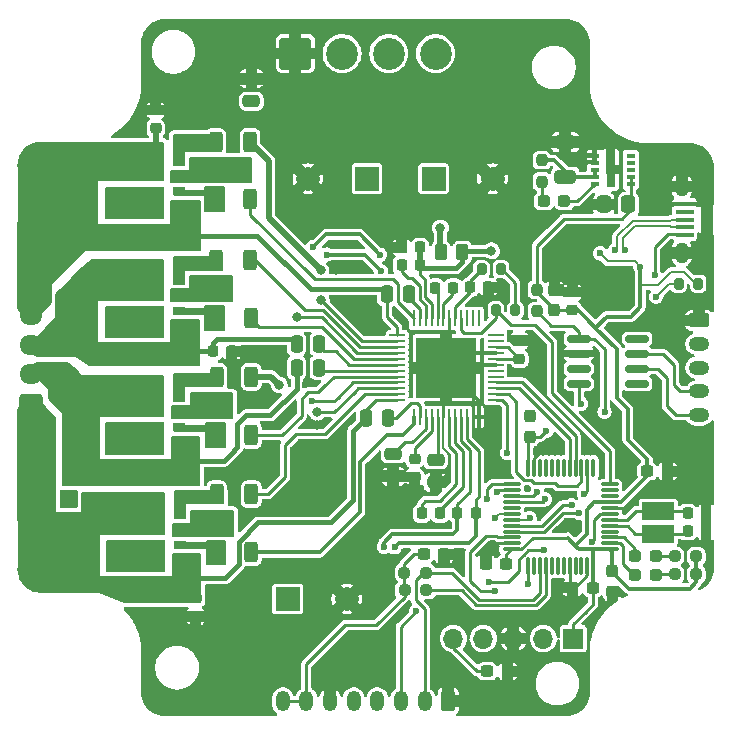
<source format=gbr>
%TF.GenerationSoftware,KiCad,Pcbnew,8.0.6*%
%TF.CreationDate,2025-12-29T11:58:40+02:00*%
%TF.ProjectId,TMCM_1260_alternative,544d434d-5f31-4323-9630-5f616c746572,rev?*%
%TF.SameCoordinates,Original*%
%TF.FileFunction,Copper,L1,Top*%
%TF.FilePolarity,Positive*%
%FSLAX46Y46*%
G04 Gerber Fmt 4.6, Leading zero omitted, Abs format (unit mm)*
G04 Created by KiCad (PCBNEW 8.0.6) date 2025-12-29 11:58:40*
%MOMM*%
%LPD*%
G01*
G04 APERTURE LIST*
G04 Aperture macros list*
%AMRoundRect*
0 Rectangle with rounded corners*
0 $1 Rounding radius*
0 $2 $3 $4 $5 $6 $7 $8 $9 X,Y pos of 4 corners*
0 Add a 4 corners polygon primitive as box body*
4,1,4,$2,$3,$4,$5,$6,$7,$8,$9,$2,$3,0*
0 Add four circle primitives for the rounded corners*
1,1,$1+$1,$2,$3*
1,1,$1+$1,$4,$5*
1,1,$1+$1,$6,$7*
1,1,$1+$1,$8,$9*
0 Add four rect primitives between the rounded corners*
20,1,$1+$1,$2,$3,$4,$5,0*
20,1,$1+$1,$4,$5,$6,$7,0*
20,1,$1+$1,$6,$7,$8,$9,0*
20,1,$1+$1,$8,$9,$2,$3,0*%
G04 Aperture macros list end*
%TA.AperFunction,Conductor*%
%ADD10C,0.200000*%
%TD*%
%TA.AperFunction,Conductor*%
%ADD11C,1.992293*%
%TD*%
%TA.AperFunction,ComponentPad*%
%ADD12R,2.000000X2.000000*%
%TD*%
%TA.AperFunction,ComponentPad*%
%ADD13C,2.000000*%
%TD*%
%TA.AperFunction,SMDPad,CuDef*%
%ADD14RoundRect,0.250000X0.250000X0.475000X-0.250000X0.475000X-0.250000X-0.475000X0.250000X-0.475000X0*%
%TD*%
%TA.AperFunction,SMDPad,CuDef*%
%ADD15RoundRect,0.237500X0.237500X-0.300000X0.237500X0.300000X-0.237500X0.300000X-0.237500X-0.300000X0*%
%TD*%
%TA.AperFunction,SMDPad,CuDef*%
%ADD16R,2.700000X1.500000*%
%TD*%
%TA.AperFunction,SMDPad,CuDef*%
%ADD17RoundRect,0.250000X0.312500X0.625000X-0.312500X0.625000X-0.312500X-0.625000X0.312500X-0.625000X0*%
%TD*%
%TA.AperFunction,SMDPad,CuDef*%
%ADD18RoundRect,0.237500X0.250000X0.237500X-0.250000X0.237500X-0.250000X-0.237500X0.250000X-0.237500X0*%
%TD*%
%TA.AperFunction,SMDPad,CuDef*%
%ADD19RoundRect,0.225000X-0.225000X-0.250000X0.225000X-0.250000X0.225000X0.250000X-0.225000X0.250000X0*%
%TD*%
%TA.AperFunction,SMDPad,CuDef*%
%ADD20RoundRect,0.237500X-0.237500X0.300000X-0.237500X-0.300000X0.237500X-0.300000X0.237500X0.300000X0*%
%TD*%
%TA.AperFunction,SMDPad,CuDef*%
%ADD21RoundRect,0.237500X-0.287500X-0.237500X0.287500X-0.237500X0.287500X0.237500X-0.287500X0.237500X0*%
%TD*%
%TA.AperFunction,SMDPad,CuDef*%
%ADD22RoundRect,0.225000X0.250000X-0.225000X0.250000X0.225000X-0.250000X0.225000X-0.250000X-0.225000X0*%
%TD*%
%TA.AperFunction,SMDPad,CuDef*%
%ADD23R,1.500000X0.450000*%
%TD*%
%TA.AperFunction,HeatsinkPad*%
%ADD24O,1.100000X1.800000*%
%TD*%
%TA.AperFunction,HeatsinkPad*%
%ADD25O,1.100000X2.200000*%
%TD*%
%TA.AperFunction,SMDPad,CuDef*%
%ADD26R,4.280000X2.080000*%
%TD*%
%TA.AperFunction,SMDPad,CuDef*%
%ADD27R,1.400000X0.495000*%
%TD*%
%TA.AperFunction,SMDPad,CuDef*%
%ADD28R,0.560000X0.750000*%
%TD*%
%TA.AperFunction,SMDPad,CuDef*%
%ADD29R,1.000000X0.750000*%
%TD*%
%TA.AperFunction,SMDPad,CuDef*%
%ADD30RoundRect,0.225000X-0.250000X0.225000X-0.250000X-0.225000X0.250000X-0.225000X0.250000X0.225000X0*%
%TD*%
%TA.AperFunction,SMDPad,CuDef*%
%ADD31RoundRect,0.237500X-0.300000X-0.237500X0.300000X-0.237500X0.300000X0.237500X-0.300000X0.237500X0*%
%TD*%
%TA.AperFunction,SMDPad,CuDef*%
%ADD32RoundRect,0.250000X0.475000X-0.250000X0.475000X0.250000X-0.475000X0.250000X-0.475000X-0.250000X0*%
%TD*%
%TA.AperFunction,SMDPad,CuDef*%
%ADD33RoundRect,0.250000X0.650000X-0.325000X0.650000X0.325000X-0.650000X0.325000X-0.650000X-0.325000X0*%
%TD*%
%TA.AperFunction,ComponentPad*%
%ADD34RoundRect,0.250001X-1.099999X-1.099999X1.099999X-1.099999X1.099999X1.099999X-1.099999X1.099999X0*%
%TD*%
%TA.AperFunction,ComponentPad*%
%ADD35C,2.700000*%
%TD*%
%TA.AperFunction,SMDPad,CuDef*%
%ADD36RoundRect,0.237500X0.300000X0.237500X-0.300000X0.237500X-0.300000X-0.237500X0.300000X-0.237500X0*%
%TD*%
%TA.AperFunction,ComponentPad*%
%ADD37RoundRect,0.250000X0.350000X0.625000X-0.350000X0.625000X-0.350000X-0.625000X0.350000X-0.625000X0*%
%TD*%
%TA.AperFunction,ComponentPad*%
%ADD38O,1.200000X1.750000*%
%TD*%
%TA.AperFunction,SMDPad,CuDef*%
%ADD39RoundRect,0.150000X-0.825000X-0.150000X0.825000X-0.150000X0.825000X0.150000X-0.825000X0.150000X0*%
%TD*%
%TA.AperFunction,ComponentPad*%
%ADD40O,1.950000X1.700000*%
%TD*%
%TA.AperFunction,ComponentPad*%
%ADD41RoundRect,0.250000X0.725000X-0.600000X0.725000X0.600000X-0.725000X0.600000X-0.725000X-0.600000X0*%
%TD*%
%TA.AperFunction,SMDPad,CuDef*%
%ADD42RoundRect,0.075000X0.662500X0.075000X-0.662500X0.075000X-0.662500X-0.075000X0.662500X-0.075000X0*%
%TD*%
%TA.AperFunction,SMDPad,CuDef*%
%ADD43RoundRect,0.075000X0.075000X0.662500X-0.075000X0.662500X-0.075000X-0.662500X0.075000X-0.662500X0*%
%TD*%
%TA.AperFunction,SMDPad,CuDef*%
%ADD44RoundRect,0.237500X0.237500X-0.250000X0.237500X0.250000X-0.237500X0.250000X-0.237500X-0.250000X0*%
%TD*%
%TA.AperFunction,ComponentPad*%
%ADD45C,0.499999*%
%TD*%
%TA.AperFunction,SMDPad,CuDef*%
%ADD46R,0.800001X2.999999*%
%TD*%
%TA.AperFunction,SMDPad,CuDef*%
%ADD47R,0.750001X0.399999*%
%TD*%
%TA.AperFunction,ComponentPad*%
%ADD48RoundRect,0.250000X-0.625000X0.350000X-0.625000X-0.350000X0.625000X-0.350000X0.625000X0.350000X0*%
%TD*%
%TA.AperFunction,ComponentPad*%
%ADD49O,1.750000X1.200000*%
%TD*%
%TA.AperFunction,SMDPad,CuDef*%
%ADD50RoundRect,0.225000X0.225000X0.250000X-0.225000X0.250000X-0.225000X-0.250000X0.225000X-0.250000X0*%
%TD*%
%TA.AperFunction,SMDPad,CuDef*%
%ADD51RoundRect,0.250000X0.337500X0.475000X-0.337500X0.475000X-0.337500X-0.475000X0.337500X-0.475000X0*%
%TD*%
%TA.AperFunction,SMDPad,CuDef*%
%ADD52RoundRect,0.237500X0.287500X0.237500X-0.287500X0.237500X-0.287500X-0.237500X0.287500X-0.237500X0*%
%TD*%
%TA.AperFunction,SMDPad,CuDef*%
%ADD53RoundRect,0.200000X0.200000X0.275000X-0.200000X0.275000X-0.200000X-0.275000X0.200000X-0.275000X0*%
%TD*%
%TA.AperFunction,SMDPad,CuDef*%
%ADD54RoundRect,0.200000X-0.200000X-0.275000X0.200000X-0.275000X0.200000X0.275000X-0.200000X0.275000X0*%
%TD*%
%TA.AperFunction,ComponentPad*%
%ADD55R,1.700000X1.700000*%
%TD*%
%TA.AperFunction,ComponentPad*%
%ADD56O,1.700000X1.700000*%
%TD*%
%TA.AperFunction,SMDPad,CuDef*%
%ADD57RoundRect,0.250000X-0.475000X0.250000X-0.475000X-0.250000X0.475000X-0.250000X0.475000X0.250000X0*%
%TD*%
%TA.AperFunction,SMDPad,CuDef*%
%ADD58RoundRect,0.250000X-0.262500X-0.450000X0.262500X-0.450000X0.262500X0.450000X-0.262500X0.450000X0*%
%TD*%
%TA.AperFunction,SMDPad,CuDef*%
%ADD59RoundRect,0.237500X-0.250000X-0.237500X0.250000X-0.237500X0.250000X0.237500X-0.250000X0.237500X0*%
%TD*%
%TA.AperFunction,SMDPad,CuDef*%
%ADD60R,0.279400X1.346200*%
%TD*%
%TA.AperFunction,SMDPad,CuDef*%
%ADD61R,1.346200X0.279400*%
%TD*%
%TA.AperFunction,SMDPad,CuDef*%
%ADD62R,5.105400X5.105400*%
%TD*%
%TA.AperFunction,ViaPad*%
%ADD63C,0.600000*%
%TD*%
%TA.AperFunction,ViaPad*%
%ADD64C,0.800000*%
%TD*%
%TA.AperFunction,Conductor*%
%ADD65C,0.250000*%
%TD*%
%TA.AperFunction,Conductor*%
%ADD66C,0.300000*%
%TD*%
%TA.AperFunction,Conductor*%
%ADD67C,0.400000*%
%TD*%
%TA.AperFunction,Conductor*%
%ADD68C,1.000000*%
%TD*%
%TA.AperFunction,Conductor*%
%ADD69C,0.500000*%
%TD*%
G04 APERTURE END LIST*
%TO.N,Net-(Q1-S2)*%
D10*
X83616800Y-103276400D02*
X87020400Y-103276400D01*
X87020400Y-104267000D01*
X83616800Y-104267000D01*
X83616800Y-103276400D01*
%TA.AperFunction,Conductor*%
G36*
X83616800Y-103276400D02*
G01*
X87020400Y-103276400D01*
X87020400Y-104267000D01*
X83616800Y-104267000D01*
X83616800Y-103276400D01*
G37*
%TD.AperFunction*%
%TO.N,12-36V*%
X77999450Y-84749600D02*
X82838150Y-84749600D01*
X82838150Y-87340400D01*
X77999450Y-87340400D01*
X77999450Y-84749600D01*
%TA.AperFunction,Conductor*%
G36*
X77999450Y-84749600D02*
G01*
X82838150Y-84749600D01*
X82838150Y-87340400D01*
X77999450Y-87340400D01*
X77999450Y-84749600D01*
G37*
%TD.AperFunction*%
%TO.N,Net-(Q3-G1)*%
X86445725Y-94792800D02*
X88023700Y-94792800D01*
X88023700Y-96799400D01*
X86445725Y-96799400D01*
X86445725Y-94792800D01*
%TA.AperFunction,Conductor*%
G36*
X86445725Y-94792800D02*
G01*
X88023700Y-94792800D01*
X88023700Y-96799400D01*
X86445725Y-96799400D01*
X86445725Y-94792800D01*
G37*
%TD.AperFunction*%
%TO.N,BMB1*%
X76022200Y-110591600D02*
X82952450Y-110591600D01*
X82952450Y-114061200D01*
X76022200Y-114061200D01*
X76022200Y-110591600D01*
%TA.AperFunction,Conductor*%
G36*
X76022200Y-110591600D02*
G01*
X82952450Y-110591600D01*
X82952450Y-114061200D01*
X76022200Y-114061200D01*
X76022200Y-110591600D01*
G37*
%TD.AperFunction*%
X70637400Y-112268000D02*
X77313650Y-112268000D01*
X77313650Y-115432800D01*
X70637400Y-115432800D01*
X70637400Y-112268000D01*
%TA.AperFunction,Conductor*%
G36*
X70637400Y-112268000D02*
G01*
X77313650Y-112268000D01*
X77313650Y-115432800D01*
X70637400Y-115432800D01*
X70637400Y-112268000D01*
G37*
%TD.AperFunction*%
%TO.N,12-36V*%
X77993100Y-94820700D02*
X82831800Y-94820700D01*
X82831800Y-97411500D01*
X77993100Y-97411500D01*
X77993100Y-94820700D01*
%TA.AperFunction,Conductor*%
G36*
X77993100Y-94820700D02*
G01*
X82831800Y-94820700D01*
X82831800Y-97411500D01*
X77993100Y-97411500D01*
X77993100Y-94820700D01*
G37*
%TD.AperFunction*%
%TO.N,BMA2*%
X74320400Y-87937975D02*
X85953600Y-87937975D01*
X85953600Y-90071575D01*
X74320400Y-90071575D01*
X74320400Y-87937975D01*
%TA.AperFunction,Conductor*%
G36*
X74320400Y-87937975D02*
G01*
X85953600Y-87937975D01*
X85953600Y-90071575D01*
X74320400Y-90071575D01*
X74320400Y-87937975D01*
G37*
%TD.AperFunction*%
%TO.N,Net-(Q3-S2)*%
X83566000Y-83312000D02*
X86969600Y-83312000D01*
X86969600Y-84302600D01*
X83566000Y-84302600D01*
X83566000Y-83312000D01*
%TA.AperFunction,Conductor*%
G36*
X83566000Y-83312000D02*
G01*
X86969600Y-83312000D01*
X86969600Y-84302600D01*
X83566000Y-84302600D01*
X83566000Y-83312000D01*
G37*
%TD.AperFunction*%
%TO.N,BMB1*%
X75946000Y-116633625D02*
X77012800Y-116633625D01*
X77012800Y-118316375D01*
X75946000Y-118316375D01*
X75946000Y-116633625D01*
%TA.AperFunction,Conductor*%
G36*
X75946000Y-116633625D02*
G01*
X77012800Y-116633625D01*
X77012800Y-118316375D01*
X75946000Y-118316375D01*
X75946000Y-116633625D01*
G37*
%TD.AperFunction*%
%TO.N,BMA2*%
X83515200Y-85874225D02*
X85953600Y-85874225D01*
X85953600Y-90071575D01*
X83515200Y-90071575D01*
X83515200Y-85874225D01*
%TA.AperFunction,Conductor*%
G36*
X83515200Y-85874225D02*
G01*
X85953600Y-85874225D01*
X85953600Y-90071575D01*
X83515200Y-90071575D01*
X83515200Y-85874225D01*
G37*
%TD.AperFunction*%
%TO.N,BMB1*%
X73710800Y-104279700D02*
X71221600Y-104724200D01*
X72237600Y-102717600D01*
X73710800Y-104279700D01*
%TA.AperFunction,Conductor*%
G36*
X73710800Y-104279700D02*
G01*
X71221600Y-104724200D01*
X72237600Y-102717600D01*
X73710800Y-104279700D01*
G37*
%TD.AperFunction*%
%TO.N,BMB2*%
X75387200Y-103670100D02*
X77419200Y-103670100D01*
X77419200Y-108013500D01*
X75387200Y-108013500D01*
X75387200Y-103670100D01*
%TA.AperFunction,Conductor*%
G36*
X75387200Y-103670100D02*
G01*
X77419200Y-103670100D01*
X77419200Y-108013500D01*
X75387200Y-108013500D01*
X75387200Y-103670100D01*
G37*
%TD.AperFunction*%
%TO.N,Net-(Q2-G2)*%
X83820000Y-100501450D02*
X84670900Y-100501450D01*
X84670900Y-102787450D01*
X83820000Y-102787450D01*
X83820000Y-100501450D01*
%TA.AperFunction,Conductor*%
G36*
X83820000Y-100501450D02*
G01*
X84670900Y-100501450D01*
X84670900Y-102787450D01*
X83820000Y-102787450D01*
X83820000Y-100501450D01*
G37*
%TD.AperFunction*%
%TO.N,Net-(Q2-G1)*%
X86496525Y-104724200D02*
X88074500Y-104724200D01*
X88074500Y-106730800D01*
X86496525Y-106730800D01*
X86496525Y-104724200D01*
%TA.AperFunction,Conductor*%
G36*
X86496525Y-104724200D02*
G01*
X88074500Y-104724200D01*
X88074500Y-106730800D01*
X86496525Y-106730800D01*
X86496525Y-104724200D01*
G37*
%TD.AperFunction*%
%TO.N,BMA1*%
X76555600Y-97942400D02*
X85877400Y-97942400D01*
X85877400Y-99771200D01*
X76555600Y-99771200D01*
X76555600Y-97942400D01*
%TA.AperFunction,Conductor*%
G36*
X76555600Y-97942400D02*
G01*
X85877400Y-97942400D01*
X85877400Y-99771200D01*
X76555600Y-99771200D01*
X76555600Y-97942400D01*
G37*
%TD.AperFunction*%
%TO.N,Net-(Q1-S2)*%
X85191600Y-102171500D02*
X88722200Y-102171500D01*
X88722200Y-104267000D01*
X85191600Y-104267000D01*
X85191600Y-102171500D01*
%TA.AperFunction,Conductor*%
G36*
X85191600Y-102171500D02*
G01*
X88722200Y-102171500D01*
X88722200Y-104267000D01*
X85191600Y-104267000D01*
X85191600Y-102171500D01*
G37*
%TD.AperFunction*%
%TO.N,BMB1*%
X78486000Y-117722650D02*
X79552800Y-117722650D01*
X79552800Y-119405400D01*
X78486000Y-119405400D01*
X78486000Y-117722650D01*
%TA.AperFunction,Conductor*%
G36*
X78486000Y-117722650D02*
G01*
X79552800Y-117722650D01*
X79552800Y-119405400D01*
X78486000Y-119405400D01*
X78486000Y-117722650D01*
G37*
%TD.AperFunction*%
%TO.N,Net-(Q3-S2)*%
X85140800Y-82207100D02*
X90297000Y-82207100D01*
X90297000Y-84302600D01*
X85140800Y-84302600D01*
X85140800Y-82207100D01*
%TA.AperFunction,Conductor*%
G36*
X85140800Y-82207100D02*
G01*
X90297000Y-82207100D01*
X90297000Y-84302600D01*
X85140800Y-84302600D01*
X85140800Y-82207100D01*
G37*
%TD.AperFunction*%
%TO.N,BMA2*%
X75336400Y-83947000D02*
X77266800Y-83947000D01*
X77266800Y-88290400D01*
X75336400Y-88290400D01*
X75336400Y-83947000D01*
%TA.AperFunction,Conductor*%
G36*
X75336400Y-83947000D02*
G01*
X77266800Y-83947000D01*
X77266800Y-88290400D01*
X75336400Y-88290400D01*
X75336400Y-83947000D01*
G37*
%TD.AperFunction*%
%TO.N,BMA1*%
X76758800Y-92151200D02*
X75869800Y-91770200D01*
X76869150Y-90896400D01*
X76758800Y-92151200D01*
%TA.AperFunction,Conductor*%
G36*
X76758800Y-92151200D02*
G01*
X75869800Y-91770200D01*
X76869150Y-90896400D01*
X76758800Y-92151200D01*
G37*
%TD.AperFunction*%
%TO.N,BMB1*%
X76174600Y-118465600D02*
X70637400Y-115392200D01*
X75311000Y-114757200D01*
X76174600Y-118465600D01*
%TA.AperFunction,Conductor*%
G36*
X76174600Y-118465600D02*
G01*
X70637400Y-115392200D01*
X75311000Y-114757200D01*
X76174600Y-118465600D01*
G37*
%TD.AperFunction*%
%TO.N,Net-(Q1-G1)*%
X86547325Y-114655600D02*
X88125300Y-114655600D01*
X88125300Y-116662200D01*
X86547325Y-116662200D01*
X86547325Y-114655600D01*
%TA.AperFunction,Conductor*%
G36*
X86547325Y-114655600D02*
G01*
X88125300Y-114655600D01*
X88125300Y-116662200D01*
X86547325Y-116662200D01*
X86547325Y-114655600D01*
G37*
%TD.AperFunction*%
%TO.N,BMB1*%
X83693000Y-115766850D02*
X86004400Y-115766850D01*
X86004400Y-119862600D01*
X83693000Y-119862600D01*
X83693000Y-115766850D01*
%TA.AperFunction,Conductor*%
G36*
X83693000Y-115766850D02*
G01*
X86004400Y-115766850D01*
X86004400Y-119862600D01*
X83693000Y-119862600D01*
X83693000Y-115766850D01*
G37*
%TD.AperFunction*%
%TO.N,BMA2*%
X72034400Y-82118200D02*
X76936600Y-82118200D01*
X76936600Y-90017600D01*
X72034400Y-90017600D01*
X72034400Y-82118200D01*
%TA.AperFunction,Conductor*%
G36*
X72034400Y-82118200D02*
G01*
X76936600Y-82118200D01*
X76936600Y-90017600D01*
X72034400Y-90017600D01*
X72034400Y-82118200D01*
G37*
%TD.AperFunction*%
%TO.N,Net-(Q4-G1)*%
X86433025Y-84709000D02*
X88011000Y-84709000D01*
X88011000Y-86715600D01*
X86433025Y-86715600D01*
X86433025Y-84709000D01*
%TA.AperFunction,Conductor*%
G36*
X86433025Y-84709000D02*
G01*
X88011000Y-84709000D01*
X88011000Y-86715600D01*
X86433025Y-86715600D01*
X86433025Y-84709000D01*
G37*
%TD.AperFunction*%
X83870800Y-85013800D02*
X88011000Y-85013800D01*
X88011000Y-85369400D01*
X83870800Y-85369400D01*
X83870800Y-85013800D01*
%TA.AperFunction,Conductor*%
G36*
X83870800Y-85013800D02*
G01*
X88011000Y-85013800D01*
X88011000Y-85369400D01*
X83870800Y-85369400D01*
X83870800Y-85013800D01*
G37*
%TD.AperFunction*%
%TO.N,BMB1*%
X70637400Y-111296450D02*
X72339200Y-111296450D01*
X72339200Y-117068600D01*
X70637400Y-117068600D01*
X70637400Y-111296450D01*
%TA.AperFunction,Conductor*%
G36*
X70637400Y-111296450D02*
G01*
X72339200Y-111296450D01*
X72339200Y-117068600D01*
X70637400Y-117068600D01*
X70637400Y-111296450D01*
G37*
%TD.AperFunction*%
X72529692Y-113874542D02*
X77431892Y-113874542D01*
X77431892Y-118960892D01*
X72529692Y-118960892D01*
X72529692Y-113874542D01*
%TA.AperFunction,Conductor*%
G36*
X72529692Y-113874542D02*
G01*
X77431892Y-113874542D01*
X77431892Y-118960892D01*
X72529692Y-118960892D01*
X72529692Y-113874542D01*
G37*
%TD.AperFunction*%
%TO.N,12-36V*%
X78120100Y-114658100D02*
X82958800Y-114658100D01*
X82958800Y-117223500D01*
X78120100Y-117223500D01*
X78120100Y-114658100D01*
%TA.AperFunction,Conductor*%
G36*
X78120100Y-114658100D02*
G01*
X82958800Y-114658100D01*
X82958800Y-117223500D01*
X78120100Y-117223500D01*
X78120100Y-114658100D01*
G37*
%TD.AperFunction*%
%TO.N,BMB1*%
X71920100Y-111245650D02*
X73621900Y-111245650D01*
X73621900Y-115341400D01*
X71920100Y-115341400D01*
X71920100Y-111245650D01*
%TA.AperFunction,Conductor*%
G36*
X71920100Y-111245650D02*
G01*
X73621900Y-111245650D01*
X73621900Y-115341400D01*
X71920100Y-115341400D01*
X71920100Y-111245650D01*
G37*
%TD.AperFunction*%
%TO.N,Net-(Q3-G2)*%
X83750150Y-90652600D02*
X87814150Y-90652600D01*
X87814150Y-91700350D01*
X83750150Y-91700350D01*
X83750150Y-90652600D01*
%TA.AperFunction,Conductor*%
G36*
X83750150Y-90652600D02*
G01*
X87814150Y-90652600D01*
X87814150Y-91700350D01*
X83750150Y-91700350D01*
X83750150Y-90652600D01*
G37*
%TD.AperFunction*%
%TO.N,BMA2*%
X70637400Y-82854800D02*
X72360650Y-82854800D01*
X72360650Y-88468200D01*
X70637400Y-88468200D01*
X70637400Y-82854800D01*
%TA.AperFunction,Conductor*%
G36*
X70637400Y-82854800D02*
G01*
X72360650Y-82854800D01*
X72360650Y-88468200D01*
X70637400Y-88468200D01*
X70637400Y-82854800D01*
G37*
%TD.AperFunction*%
%TO.N,BMB2*%
X75338800Y-100675400D02*
X82895300Y-100675400D01*
X82895300Y-104129800D01*
X75338800Y-104129800D01*
X75338800Y-100675400D01*
%TA.AperFunction,Conductor*%
G36*
X75338800Y-100675400D02*
G01*
X82895300Y-100675400D01*
X82895300Y-104129800D01*
X75338800Y-104129800D01*
X75338800Y-100675400D01*
G37*
%TD.AperFunction*%
%TO.N,Net-(Q1-S2)*%
X85267800Y-112128300D02*
X88823800Y-112128300D01*
X88823800Y-114223800D01*
X85267800Y-114223800D01*
X85267800Y-112128300D01*
%TA.AperFunction,Conductor*%
G36*
X85267800Y-112128300D02*
G01*
X88823800Y-112128300D01*
X88823800Y-114223800D01*
X85267800Y-114223800D01*
X85267800Y-112128300D01*
G37*
%TD.AperFunction*%
%TO.N,BMA2*%
X72529692Y-80962508D02*
X82838150Y-80962508D01*
X82838150Y-84140000D01*
X72529692Y-84140000D01*
X72529692Y-80962508D01*
%TA.AperFunction,Conductor*%
G36*
X72529692Y-80962508D02*
G01*
X82838150Y-80962508D01*
X82838150Y-84140000D01*
X72529692Y-84140000D01*
X72529692Y-80962508D01*
G37*
%TD.AperFunction*%
%TO.N,BMB1*%
X79552800Y-117722650D02*
X86004400Y-117722650D01*
X86004400Y-119862600D01*
X79552800Y-119862600D01*
X79552800Y-117722650D01*
%TA.AperFunction,Conductor*%
G36*
X79552800Y-117722650D02*
G01*
X86004400Y-117722650D01*
X86004400Y-119862600D01*
X79552800Y-119862600D01*
X79552800Y-117722650D01*
G37*
%TD.AperFunction*%
X78879700Y-118713250D02*
X79552800Y-119862600D01*
X76174600Y-118465600D01*
X78879700Y-118713250D01*
%TA.AperFunction,Conductor*%
G36*
X78879700Y-118713250D02*
G01*
X79552800Y-119862600D01*
X76174600Y-118465600D01*
X78879700Y-118713250D01*
G37*
%TD.AperFunction*%
%TO.N,Net-(Q3-S2)*%
X83566000Y-93376750D02*
X86969600Y-93376750D01*
X86969600Y-94367350D01*
X83566000Y-94367350D01*
X83566000Y-93376750D01*
%TA.AperFunction,Conductor*%
G36*
X83566000Y-93376750D02*
G01*
X86969600Y-93376750D01*
X86969600Y-94367350D01*
X83566000Y-94367350D01*
X83566000Y-93376750D01*
G37*
%TD.AperFunction*%
%TO.N,BMB1*%
D11*
X73525838Y-117068600D02*
G75*
G02*
X71533546Y-117068600I-996146J0D01*
G01*
X71533546Y-117068600D02*
G75*
G02*
X73525838Y-117068600I996146J0D01*
G01*
%TO.N,BMB2*%
D10*
X74371200Y-103251000D02*
X76498450Y-103251000D01*
X76498450Y-107797600D01*
X74371200Y-107797600D01*
X74371200Y-103251000D01*
%TA.AperFunction,Conductor*%
G36*
X74371200Y-103251000D02*
G01*
X76498450Y-103251000D01*
X76498450Y-107797600D01*
X74371200Y-107797600D01*
X74371200Y-103251000D01*
G37*
%TD.AperFunction*%
%TO.N,12-36V*%
X78043900Y-104701300D02*
X82882600Y-104701300D01*
X82882600Y-107292100D01*
X78043900Y-107292100D01*
X78043900Y-104701300D01*
%TA.AperFunction,Conductor*%
G36*
X78043900Y-104701300D02*
G01*
X82882600Y-104701300D01*
X82882600Y-107292100D01*
X78043900Y-107292100D01*
X78043900Y-104701300D01*
G37*
%TD.AperFunction*%
%TO.N,Net-(Q2-G2)*%
X83820000Y-100501450D02*
X87884000Y-100501450D01*
X87884000Y-101549200D01*
X83820000Y-101549200D01*
X83820000Y-100501450D01*
%TA.AperFunction,Conductor*%
G36*
X83820000Y-100501450D02*
G01*
X87884000Y-100501450D01*
X87884000Y-101549200D01*
X83820000Y-101549200D01*
X83820000Y-100501450D01*
G37*
%TD.AperFunction*%
%TO.N,BMA1*%
X76555600Y-99771200D02*
X75488800Y-99009200D01*
X76733400Y-98882200D01*
X76555600Y-99771200D01*
%TA.AperFunction,Conductor*%
G36*
X76555600Y-99771200D02*
G01*
X75488800Y-99009200D01*
X76733400Y-98882200D01*
X76555600Y-99771200D01*
G37*
%TD.AperFunction*%
%TO.N,BMB2*%
X74371200Y-107797600D02*
X85928200Y-107797600D01*
X85928200Y-109937550D01*
X74371200Y-109937550D01*
X74371200Y-107797600D01*
%TA.AperFunction,Conductor*%
G36*
X74371200Y-107797600D02*
G01*
X85928200Y-107797600D01*
X85928200Y-109937550D01*
X74371200Y-109937550D01*
X74371200Y-107797600D01*
G37*
%TD.AperFunction*%
%TO.N,BMA1*%
X75361800Y-93954600D02*
X77292200Y-93954600D01*
X77292200Y-98298000D01*
X75361800Y-98298000D01*
X75361800Y-93954600D01*
%TA.AperFunction,Conductor*%
G36*
X75361800Y-93954600D02*
G01*
X77292200Y-93954600D01*
X77292200Y-98298000D01*
X75361800Y-98298000D01*
X75361800Y-93954600D01*
G37*
%TD.AperFunction*%
%TO.N,Net-(Q3-G2)*%
X83750150Y-90652600D02*
X84601050Y-90652600D01*
X84601050Y-92938600D01*
X83750150Y-92938600D01*
X83750150Y-90652600D01*
%TA.AperFunction,Conductor*%
G36*
X83750150Y-90652600D02*
G01*
X84601050Y-90652600D01*
X84601050Y-92938600D01*
X83750150Y-92938600D01*
X83750150Y-90652600D01*
G37*
%TD.AperFunction*%
%TO.N,Net-(Q2-G1)*%
X83832700Y-104927400D02*
X88074500Y-104927400D01*
X88074500Y-105333800D01*
X83832700Y-105333800D01*
X83832700Y-104927400D01*
%TA.AperFunction,Conductor*%
G36*
X83832700Y-104927400D02*
G01*
X88074500Y-104927400D01*
X88074500Y-105333800D01*
X83832700Y-105333800D01*
X83832700Y-104927400D01*
G37*
%TD.AperFunction*%
%TO.N,BMA2*%
D11*
X73525838Y-82854800D02*
G75*
G02*
X71533546Y-82854800I-996146J0D01*
G01*
X71533546Y-82854800D02*
G75*
G02*
X73525838Y-82854800I996146J0D01*
G01*
%TO.N,BMB1*%
D10*
X76657200Y-117722650D02*
X78879700Y-117722650D01*
X78879700Y-118618000D01*
X76657200Y-118618000D01*
X76657200Y-117722650D01*
%TA.AperFunction,Conductor*%
G36*
X76657200Y-117722650D02*
G01*
X78879700Y-117722650D01*
X78879700Y-118618000D01*
X76657200Y-118618000D01*
X76657200Y-117722650D01*
G37*
%TD.AperFunction*%
%TO.N,Net-(Q1-S2)*%
X83693000Y-113233200D02*
X87096600Y-113233200D01*
X87096600Y-114223800D01*
X83693000Y-114223800D01*
X83693000Y-113233200D01*
%TA.AperFunction,Conductor*%
G36*
X83693000Y-113233200D02*
G01*
X87096600Y-113233200D01*
X87096600Y-114223800D01*
X83693000Y-114223800D01*
X83693000Y-113233200D01*
G37*
%TD.AperFunction*%
%TO.N,BMB1*%
X71678800Y-104279700D02*
X73710800Y-104279700D01*
X73710800Y-112306100D01*
X71678800Y-112306100D01*
X71678800Y-104279700D01*
%TA.AperFunction,Conductor*%
G36*
X71678800Y-104279700D02*
G01*
X73710800Y-104279700D01*
X73710800Y-112306100D01*
X71678800Y-112306100D01*
X71678800Y-104279700D01*
G37*
%TD.AperFunction*%
%TO.N,Net-(Q3-S2)*%
X85140800Y-92271850D02*
X88722200Y-92271850D01*
X88722200Y-94367350D01*
X85140800Y-94367350D01*
X85140800Y-92271850D01*
%TA.AperFunction,Conductor*%
G36*
X85140800Y-92271850D02*
G01*
X88722200Y-92271850D01*
X88722200Y-94367350D01*
X85140800Y-94367350D01*
X85140800Y-92271850D01*
G37*
%TD.AperFunction*%
%TO.N,Net-(Q4-G2)*%
X83769200Y-80314800D02*
X87782400Y-80314800D01*
X87782400Y-81692750D01*
X83769200Y-81692750D01*
X83769200Y-80314800D01*
%TA.AperFunction,Conductor*%
G36*
X83769200Y-80314800D02*
G01*
X87782400Y-80314800D01*
X87782400Y-81692750D01*
X83769200Y-81692750D01*
X83769200Y-80314800D01*
G37*
%TD.AperFunction*%
%TO.N,BMB2*%
X76542900Y-109937550D02*
X75234800Y-109245400D01*
X77343000Y-108940600D01*
X76542900Y-109937550D01*
%TA.AperFunction,Conductor*%
G36*
X76542900Y-109937550D02*
G01*
X75234800Y-109245400D01*
X77343000Y-108940600D01*
X76542900Y-109937550D01*
G37*
%TD.AperFunction*%
X83616800Y-105841800D02*
X85928200Y-105841800D01*
X85928200Y-109937550D01*
X83616800Y-109937550D01*
X83616800Y-105841800D01*
%TA.AperFunction,Conductor*%
G36*
X83616800Y-105841800D02*
G01*
X85928200Y-105841800D01*
X85928200Y-109937550D01*
X83616800Y-109937550D01*
X83616800Y-105841800D01*
G37*
%TD.AperFunction*%
%TO.N,BMA1*%
X76869150Y-90896400D02*
X82850850Y-90896400D01*
X82850850Y-94249200D01*
X76869150Y-94249200D01*
X76869150Y-90896400D01*
%TA.AperFunction,Conductor*%
G36*
X76869150Y-90896400D02*
G01*
X82850850Y-90896400D01*
X82850850Y-94249200D01*
X76869150Y-94249200D01*
X76869150Y-90896400D01*
G37*
%TD.AperFunction*%
X83566000Y-95954850D02*
X85877400Y-95954850D01*
X85877400Y-99771200D01*
X83566000Y-99771200D01*
X83566000Y-95954850D01*
%TA.AperFunction,Conductor*%
G36*
X83566000Y-95954850D02*
G01*
X85877400Y-95954850D01*
X85877400Y-99771200D01*
X83566000Y-99771200D01*
X83566000Y-95954850D01*
G37*
%TD.AperFunction*%
%TO.N,BMA2*%
X76276200Y-90017600D02*
X73101200Y-93167200D01*
X72872600Y-89662000D01*
X76276200Y-90017600D01*
%TA.AperFunction,Conductor*%
G36*
X76276200Y-90017600D02*
G01*
X73101200Y-93167200D01*
X72872600Y-89662000D01*
X76276200Y-90017600D01*
G37*
%TD.AperFunction*%
%TO.N,Net-(Q1-G2)*%
X83870800Y-110432850D02*
X84721700Y-110432850D01*
X84721700Y-112718850D01*
X83870800Y-112718850D01*
X83870800Y-110432850D01*
%TA.AperFunction,Conductor*%
G36*
X83870800Y-110432850D02*
G01*
X84721700Y-110432850D01*
X84721700Y-112718850D01*
X83870800Y-112718850D01*
X83870800Y-110432850D01*
G37*
%TD.AperFunction*%
X83870800Y-110432850D02*
X87934800Y-110432850D01*
X87934800Y-111480600D01*
X83870800Y-111480600D01*
X83870800Y-110432850D01*
%TA.AperFunction,Conductor*%
G36*
X83870800Y-110432850D02*
G01*
X87934800Y-110432850D01*
X87934800Y-111480600D01*
X83870800Y-111480600D01*
X83870800Y-110432850D01*
G37*
%TD.AperFunction*%
%TO.N,Net-(Q4-G2)*%
X83769200Y-80314800D02*
X84620100Y-80314800D01*
X84620100Y-82829400D01*
X83769200Y-82829400D01*
X83769200Y-80314800D01*
%TA.AperFunction,Conductor*%
G36*
X83769200Y-80314800D02*
G01*
X84620100Y-80314800D01*
X84620100Y-82829400D01*
X83769200Y-82829400D01*
X83769200Y-80314800D01*
G37*
%TD.AperFunction*%
%TO.N,Net-(Q3-G1)*%
X83781900Y-95046800D02*
X88023700Y-95046800D01*
X88023700Y-95453200D01*
X83781900Y-95453200D01*
X83781900Y-95046800D01*
%TA.AperFunction,Conductor*%
G36*
X83781900Y-95046800D02*
G01*
X88023700Y-95046800D01*
X88023700Y-95453200D01*
X83781900Y-95453200D01*
X83781900Y-95046800D01*
G37*
%TD.AperFunction*%
%TO.N,Net-(Q1-G1)*%
X83934300Y-114858800D02*
X88125300Y-114858800D01*
X88125300Y-115265200D01*
X83934300Y-115265200D01*
X83934300Y-114858800D01*
%TA.AperFunction,Conductor*%
G36*
X83934300Y-114858800D02*
G01*
X88125300Y-114858800D01*
X88125300Y-115265200D01*
X83934300Y-115265200D01*
X83934300Y-114858800D01*
G37*
%TD.AperFunction*%
%TO.N,BMA2*%
X72529692Y-80962508D02*
X82838150Y-80962508D01*
X82838150Y-84140000D01*
X72529692Y-84140000D01*
X72529692Y-80962508D01*
%TA.AperFunction,Conductor*%
G36*
X72529692Y-80962508D02*
G01*
X82838150Y-80962508D01*
X82838150Y-84140000D01*
X72529692Y-84140000D01*
X72529692Y-80962508D01*
G37*
%TD.AperFunction*%
%TD*%
D12*
%TO.P,C24,1*%
%TO.N,12-36V*%
X93425000Y-119583200D03*
D13*
%TO.P,C24,2*%
%TO.N,GND*%
X98425000Y-119583200D03*
%TD*%
D14*
%TO.P,C15,1*%
%TO.N,CA2*%
X103693000Y-93776800D03*
%TO.P,C15,2*%
%TO.N,BMA2*%
X101793000Y-93776800D03*
%TD*%
D15*
%TO.P,C8,1*%
%TO.N,+3V3*%
X115976400Y-95147300D03*
%TO.P,C8,2*%
%TO.N,GND*%
X115976400Y-93422300D03*
%TD*%
D16*
%TO.P,Y1,1,1*%
%TO.N,Net-(U2-PF0)*%
X124790200Y-114041000D03*
%TO.P,Y1,2,2*%
%TO.N,Net-(U2-PF1)*%
X124790200Y-112141000D03*
%TD*%
D17*
%TO.P,R10,1*%
%TO.N,HB2*%
X90337100Y-105714800D03*
%TO.P,R10,2*%
%TO.N,Net-(Q2-G1)*%
X87412100Y-105714800D03*
%TD*%
D18*
%TO.P,R34,1*%
%TO.N,Out_2*%
X105130600Y-118846600D03*
%TO.P,R34,2*%
%TO.N,5VOUT*%
X103305600Y-118846600D03*
%TD*%
D19*
%TO.P,C29,1*%
%TO.N,Net-(U4-VCC)*%
X108864000Y-93192200D03*
%TO.P,C29,2*%
%TO.N,GND*%
X110414000Y-93192200D03*
%TD*%
%TO.P,C19,1*%
%TO.N,BMA1*%
X87109000Y-98628200D03*
%TO.P,C19,2*%
%TO.N,GND*%
X88659000Y-98628200D03*
%TD*%
D20*
%TO.P,C37,1*%
%TO.N,+3V3*%
X120904000Y-117247500D03*
%TO.P,C37,2*%
%TO.N,GND*%
X120904000Y-118972500D03*
%TD*%
D21*
%TO.P,D2,1,K*%
%TO.N,SENSOR_INDICATOR*%
X122834400Y-117551200D03*
%TO.P,D2,2,A*%
%TO.N,Net-(D2-A)*%
X124584400Y-117551200D03*
%TD*%
D22*
%TO.P,C20,1*%
%TO.N,BMA2*%
X82245200Y-79743600D03*
%TO.P,C20,2*%
%TO.N,GND*%
X82245200Y-78193600D03*
%TD*%
D18*
%TO.P,R35,1*%
%TO.N,Out_1*%
X105105200Y-117348000D03*
%TO.P,R35,2*%
%TO.N,5VOUT*%
X103280200Y-117348000D03*
%TD*%
D23*
%TO.P,J5,1,VBUS*%
%TO.N,Net-(J5-VBUS)*%
X127021400Y-88758200D03*
%TO.P,J5,2,D-*%
%TO.N,/D-*%
X127021400Y-88108200D03*
%TO.P,J5,3,D+*%
%TO.N,/D+*%
X127021400Y-87458200D03*
%TO.P,J5,4,ID*%
%TO.N,unconnected-(J5-ID-Pad4)*%
X127021400Y-86808200D03*
%TO.P,J5,5,GND*%
%TO.N,GND*%
X127021400Y-86158200D03*
D24*
%TO.P,J5,6,Shield*%
X126771400Y-90258200D03*
D25*
X128921400Y-87458200D03*
D24*
X126771400Y-84658200D03*
%TD*%
D26*
%TO.P,Q1,14*%
%TO.N,12-36V*%
X80911600Y-115595600D03*
%TO.P,Q1,13*%
%TO.N,BMB1*%
X80911600Y-113115600D03*
D27*
%TO.P,Q1,12,D2_4*%
X80051600Y-111828600D03*
%TO.P,Q1,11,D2_3*%
X82351600Y-111828600D03*
%TO.P,Q1,10,D1_4*%
%TO.N,12-36V*%
X82351600Y-116882600D03*
%TO.P,Q1,9,D1_3*%
X80051600Y-116882600D03*
D28*
%TO.P,Q1,8,D1_2*%
X78491600Y-116260600D03*
%TO.P,Q1,7,D1_1*%
X78491600Y-114930600D03*
%TO.P,Q1,6,D2_2*%
%TO.N,BMB1*%
X78491600Y-113780600D03*
%TO.P,Q1,5,D2_1*%
X78491600Y-112450600D03*
D29*
%TO.P,Q1,4,G2*%
%TO.N,Net-(Q1-G2)*%
X84300600Y-112450600D03*
%TO.P,Q1,3,S2*%
%TO.N,Net-(Q1-S2)*%
X84300600Y-113720600D03*
%TO.P,Q1,2,G1*%
%TO.N,Net-(Q1-G1)*%
X84300600Y-114990600D03*
%TO.P,Q1,1,S1*%
%TO.N,BMB1*%
X84300600Y-116260600D03*
%TD*%
D30*
%TO.P,C17,2*%
%TO.N,GND*%
X85623400Y-121069400D03*
%TO.P,C17,1*%
%TO.N,BMB1*%
X85623400Y-119519400D03*
%TD*%
D19*
%TO.P,C16,1*%
%TO.N,SRBH*%
X107784600Y-112344200D03*
%TO.P,C16,2*%
%TO.N,SRBL*%
X109334600Y-112344200D03*
%TD*%
D31*
%TO.P,C38,1*%
%TO.N,5VOUT*%
X104928500Y-115798600D03*
%TO.P,C38,2*%
%TO.N,GND*%
X106653500Y-115798600D03*
%TD*%
%TO.P,C4,1*%
%TO.N,/NRST*%
X110312200Y-125704600D03*
%TO.P,C4,2*%
%TO.N,GND*%
X112037200Y-125704600D03*
%TD*%
D14*
%TO.P,C13,1*%
%TO.N,CA1*%
X96073000Y-97993200D03*
%TO.P,C13,2*%
%TO.N,BMA1*%
X94173000Y-97993200D03*
%TD*%
D32*
%TO.P,C21,1*%
%TO.N,12-36V*%
X90347800Y-77429400D03*
%TO.P,C21,2*%
%TO.N,GND*%
X90347800Y-75529400D03*
%TD*%
D21*
%TO.P,D3,1,K*%
%TO.N,ON_INDICATOR*%
X122834400Y-115925600D03*
%TO.P,D3,2,A*%
%TO.N,Net-(D3-A)*%
X124584400Y-115925600D03*
%TD*%
D33*
%TO.P,C1,1*%
%TO.N,12-36V*%
X116912300Y-83847200D03*
%TO.P,C1,2*%
%TO.N,GND*%
X116912300Y-80897200D03*
%TD*%
D34*
%TO.P,J4,1,Pin_1*%
%TO.N,GND*%
X94060000Y-73400000D03*
D35*
%TO.P,J4,2,Pin_2*%
%TO.N,12-36V*%
X98020000Y-73400000D03*
%TO.P,J4,3,Pin_3*%
X101980000Y-73400000D03*
%TO.P,J4,4,Pin_4*%
%TO.N,/Vlogic*%
X105940000Y-73400000D03*
%TD*%
D36*
%TO.P,C10,1*%
%TO.N,+3V3*%
X111936700Y-116611400D03*
%TO.P,C10,2*%
%TO.N,GND*%
X110211700Y-116611400D03*
%TD*%
D19*
%TO.P,C32,1*%
%TO.N,CPI*%
X105879600Y-93218000D03*
%TO.P,C32,2*%
%TO.N,CPO*%
X107429600Y-93218000D03*
%TD*%
D37*
%TO.P,J3,1,Pin_1*%
%TO.N,GND*%
X107000000Y-128248000D03*
D38*
%TO.P,J3,2,Pin_2*%
%TO.N,Out_1*%
X105000000Y-128248000D03*
%TO.P,J3,3,Pin_3*%
%TO.N,Out_2*%
X103000000Y-128248000D03*
%TO.P,J3,4,Pin_4*%
%TO.N,/IN2{slash}ENC_B*%
X101000000Y-128248000D03*
%TO.P,J3,5,Pin_5*%
%TO.N,/STOP_L{slash}STEP*%
X99000000Y-128248000D03*
%TO.P,J3,6,Pin_6*%
%TO.N,GND*%
X97000000Y-128248000D03*
%TO.P,J3,7,Pin_7*%
%TO.N,5VOUT*%
X95000000Y-128248000D03*
%TO.P,J3,8,Pin_8*%
X93000000Y-128248000D03*
%TD*%
D39*
%TO.P,U3,1,TXD*%
%TO.N,/TXD*%
X118073400Y-97550200D03*
%TO.P,U3,2,GND*%
%TO.N,GND*%
X118073400Y-98820200D03*
%TO.P,U3,3,VCC*%
%TO.N,+3V3*%
X118073400Y-100090200D03*
%TO.P,U3,4,RXD*%
%TO.N,/RXD*%
X118073400Y-101360200D03*
%TO.P,U3,5,FAULT*%
%TO.N,unconnected-(U3-FAULT-Pad5)*%
X123023400Y-101360200D03*
%TO.P,U3,6,CANL*%
%TO.N,/CANL*%
X123023400Y-100090200D03*
%TO.P,U3,7,CANH*%
%TO.N,/CANH*%
X123023400Y-98820200D03*
%TO.P,U3,8,S*%
%TO.N,unconnected-(U3-S-Pad8)*%
X123023400Y-97550200D03*
%TD*%
D40*
%TO.P,J1,4,Pin_4*%
%TO.N,BMA2*%
X71690500Y-95554000D03*
%TO.P,J1,3,Pin_3*%
%TO.N,BMA1*%
X71690500Y-98054000D03*
%TO.P,J1,2,Pin_2*%
%TO.N,BMB2*%
X71690500Y-100554000D03*
D41*
%TO.P,J1,1,Pin_1*%
%TO.N,BMB1*%
X71690500Y-103054000D03*
%TD*%
D15*
%TO.P,C11,1*%
%TO.N,+3V3*%
X113919000Y-105840700D03*
%TO.P,C11,2*%
%TO.N,GND*%
X113919000Y-104115700D03*
%TD*%
D17*
%TO.P,R9,1*%
%TO.N,LB1*%
X90337100Y-110718600D03*
%TO.P,R9,2*%
%TO.N,Net-(Q1-G2)*%
X87412100Y-110718600D03*
%TD*%
D42*
%TO.P,U2,1,VBAT*%
%TO.N,+3V3*%
X120697700Y-115373600D03*
%TO.P,U2,2,PC13*%
%TO.N,SENSOR_INDICATOR*%
X120697700Y-114873600D03*
%TO.P,U2,3,PC14*%
%TO.N,ON_INDICATOR*%
X120697700Y-114373600D03*
%TO.P,U2,4,PC15*%
%TO.N,unconnected-(U2-PC15-Pad4)*%
X120697700Y-113873600D03*
%TO.P,U2,5,PF0*%
%TO.N,Net-(U2-PF0)*%
X120697700Y-113373600D03*
%TO.P,U2,6,PF1*%
%TO.N,Net-(U2-PF1)*%
X120697700Y-112873600D03*
%TO.P,U2,7,NRST*%
%TO.N,/NRST*%
X120697700Y-112373600D03*
%TO.P,U2,8,VSSA*%
%TO.N,GND*%
X120697700Y-111873600D03*
%TO.P,U2,9,VDDA*%
%TO.N,+3V3*%
X120697700Y-111373600D03*
%TO.P,U2,10,PA0*%
%TO.N,Net-(U2-PA0)*%
X120697700Y-110873600D03*
%TO.P,U2,11,PA1*%
%TO.N,Net-(U2-PA1)*%
X120697700Y-110373600D03*
%TO.P,U2,12,PA2*%
%TO.N,DRV_ENN*%
X120697700Y-109873600D03*
D43*
%TO.P,U2,13,PA3*%
%TO.N,unconnected-(U2-PA3-Pad13)*%
X119285200Y-108461100D03*
%TO.P,U2,14,PA4*%
%TO.N,CSN*%
X118785200Y-108461100D03*
%TO.P,U2,15,PA5*%
%TO.N,SCK*%
X118285200Y-108461100D03*
%TO.P,U2,16,PA6*%
%TO.N,SPI_MISO*%
X117785200Y-108461100D03*
%TO.P,U2,17,PA7*%
%TO.N,SPI_MOSI*%
X117285200Y-108461100D03*
%TO.P,U2,18,PB0*%
%TO.N,PB0*%
X116785200Y-108461100D03*
%TO.P,U2,19,PB1*%
%TO.N,PB1*%
X116285200Y-108461100D03*
%TO.P,U2,20,PB2*%
%TO.N,PB2*%
X115785200Y-108461100D03*
%TO.P,U2,21,PB10*%
%TO.N,unconnected-(U2-PB10-Pad21)*%
X115285200Y-108461100D03*
%TO.P,U2,22,PB11*%
%TO.N,unconnected-(U2-PB11-Pad22)*%
X114785200Y-108461100D03*
%TO.P,U2,23,VSS*%
%TO.N,GND*%
X114285200Y-108461100D03*
%TO.P,U2,24,VDD*%
%TO.N,+3V3*%
X113785200Y-108461100D03*
D42*
%TO.P,U2,25,PB12*%
%TO.N,SPI2_NSS*%
X112372700Y-109873600D03*
%TO.P,U2,26,PB13*%
%TO.N,SPI2_SCK*%
X112372700Y-110373600D03*
%TO.P,U2,27,PB14*%
%TO.N,SPI2_MISO*%
X112372700Y-110873600D03*
%TO.P,U2,28,PB15*%
%TO.N,SPI2_MOSI*%
X112372700Y-111373600D03*
%TO.P,U2,29,PA8*%
%TO.N,unconnected-(U2-PA8-Pad29)*%
X112372700Y-111873600D03*
%TO.P,U2,30,PA9*%
%TO.N,UART_TX*%
X112372700Y-112373600D03*
%TO.P,U2,31,PA10*%
%TO.N,UART_RX*%
X112372700Y-112873600D03*
%TO.P,U2,32,PA11*%
%TO.N,/RXD*%
X112372700Y-113373600D03*
%TO.P,U2,33,PA12*%
%TO.N,/TXD*%
X112372700Y-113873600D03*
%TO.P,U2,34,PA13*%
%TO.N,/SWDIO*%
X112372700Y-114373600D03*
%TO.P,U2,35,VSS*%
%TO.N,GND*%
X112372700Y-114873600D03*
%TO.P,U2,36,VDDIO2*%
%TO.N,+3V3*%
X112372700Y-115373600D03*
D43*
%TO.P,U2,37,PA14*%
%TO.N,/SWCLK*%
X113785200Y-116786100D03*
%TO.P,U2,38,PA15*%
%TO.N,unconnected-(U2-PA15-Pad38)*%
X114285200Y-116786100D03*
%TO.P,U2,39,PB3*%
%TO.N,Out_1*%
X114785200Y-116786100D03*
%TO.P,U2,40,PB4*%
%TO.N,Out_2*%
X115285200Y-116786100D03*
%TO.P,U2,41,PB5*%
%TO.N,unconnected-(U2-PB5-Pad41)*%
X115785200Y-116786100D03*
%TO.P,U2,42,PB6*%
%TO.N,unconnected-(U2-PB6-Pad42)*%
X116285200Y-116786100D03*
%TO.P,U2,43,PB7*%
%TO.N,unconnected-(U2-PB7-Pad43)*%
X116785200Y-116786100D03*
%TO.P,U2,44,PF11*%
%TO.N,GND*%
X117285200Y-116786100D03*
%TO.P,U2,45,PB8*%
%TO.N,unconnected-(U2-PB8-Pad45)*%
X117785200Y-116786100D03*
%TO.P,U2,46,PB9*%
%TO.N,unconnected-(U2-PB9-Pad46)*%
X118285200Y-116786100D03*
%TO.P,U2,47,VSS*%
%TO.N,GND*%
X118785200Y-116786100D03*
%TO.P,U2,48,VDD*%
%TO.N,+3V3*%
X119285200Y-116786100D03*
%TD*%
D17*
%TO.P,R11,1*%
%TO.N,LB2*%
X90337100Y-100761800D03*
%TO.P,R11,2*%
%TO.N,Net-(Q2-G2)*%
X87412100Y-100761800D03*
%TD*%
D26*
%TO.P,Q3,14*%
%TO.N,12-36V*%
X80793800Y-95765800D03*
%TO.P,Q3,13*%
%TO.N,BMA1*%
X80793800Y-93285800D03*
D27*
%TO.P,Q3,12,D2_4*%
X79933800Y-91998800D03*
%TO.P,Q3,11,D2_3*%
X82233800Y-91998800D03*
%TO.P,Q3,10,D1_4*%
%TO.N,12-36V*%
X82233800Y-97052800D03*
%TO.P,Q3,9,D1_3*%
X79933800Y-97052800D03*
D28*
%TO.P,Q3,8,D1_2*%
X78373800Y-96430800D03*
%TO.P,Q3,7,D1_1*%
X78373800Y-95100800D03*
%TO.P,Q3,6,D2_2*%
%TO.N,BMA1*%
X78373800Y-93950800D03*
%TO.P,Q3,5,D2_1*%
X78373800Y-92620800D03*
D29*
%TO.P,Q3,4,G2*%
%TO.N,Net-(Q3-G2)*%
X84182800Y-92620800D03*
%TO.P,Q3,3,S2*%
%TO.N,Net-(Q3-S2)*%
X84182800Y-93890800D03*
%TO.P,Q3,2,G1*%
%TO.N,Net-(Q3-G1)*%
X84182800Y-95160800D03*
%TO.P,Q3,1,S1*%
%TO.N,BMA1*%
X84182800Y-96430800D03*
%TD*%
D19*
%TO.P,C30,1*%
%TO.N,GND*%
X103060200Y-89814400D03*
%TO.P,C30,2*%
%TO.N,VS*%
X104610200Y-89814400D03*
%TD*%
D17*
%TO.P,R19,1*%
%TO.N,LA1*%
X90260900Y-90906600D03*
%TO.P,R19,2*%
%TO.N,Net-(Q3-G2)*%
X87335900Y-90906600D03*
%TD*%
D26*
%TO.P,Q2,14*%
%TO.N,12-36V*%
X80844600Y-105646400D03*
%TO.P,Q2,13*%
%TO.N,BMB2*%
X80844600Y-103166400D03*
D27*
%TO.P,Q2,12,D2_4*%
X79984600Y-101879400D03*
%TO.P,Q2,11,D2_3*%
X82284600Y-101879400D03*
%TO.P,Q2,10,D1_4*%
%TO.N,12-36V*%
X82284600Y-106933400D03*
%TO.P,Q2,9,D1_3*%
X79984600Y-106933400D03*
D28*
%TO.P,Q2,8,D1_2*%
X78424600Y-106311400D03*
%TO.P,Q2,7,D1_1*%
X78424600Y-104981400D03*
%TO.P,Q2,6,D2_2*%
%TO.N,BMB2*%
X78424600Y-103831400D03*
%TO.P,Q2,5,D2_1*%
X78424600Y-102501400D03*
D29*
%TO.P,Q2,4,G2*%
%TO.N,Net-(Q2-G2)*%
X84233600Y-102501400D03*
%TO.P,Q2,3,S2*%
%TO.N,Net-(Q1-S2)*%
X84233600Y-103771400D03*
%TO.P,Q2,2,G1*%
%TO.N,Net-(Q2-G1)*%
X84233600Y-105041400D03*
%TO.P,Q2,1,S1*%
%TO.N,BMB2*%
X84233600Y-106311400D03*
%TD*%
D44*
%TO.P,R1,1*%
%TO.N,Net-(D1-A)*%
X114931100Y-84249900D03*
%TO.P,R1,2*%
%TO.N,12-36V*%
X114931100Y-82424900D03*
%TD*%
%TO.P,R5,1*%
%TO.N,/TXD*%
X114503200Y-95222700D03*
%TO.P,R5,2*%
%TO.N,+3V3*%
X114503200Y-93397700D03*
%TD*%
D36*
%TO.P,C7,1*%
%TO.N,+3V3*%
X119251900Y-118643400D03*
%TO.P,C7,2*%
%TO.N,GND*%
X117526900Y-118643400D03*
%TD*%
D45*
%TO.P,U1,PAD*%
%TO.N,GND*%
X120749498Y-84272000D03*
X120749498Y-83242000D03*
X120749498Y-82212000D03*
D46*
%TO.P,U1,11,PAD*%
X120749498Y-83242000D03*
D47*
%TO.P,U1,10,DNC*%
%TO.N,unconnected-(U1-DNC-Pad10)*%
X122449500Y-82042000D03*
%TO.P,U1,9,DNC*%
%TO.N,unconnected-(U1-DNC-Pad9)*%
X122449500Y-82642001D03*
%TO.P,U1,8,DNC*%
%TO.N,unconnected-(U1-DNC-Pad8)*%
X122449500Y-83242003D03*
%TO.P,U1,7,FB*%
%TO.N,+3V3*%
X122449500Y-83842001D03*
%TO.P,U1,6,VOUT*%
X122449500Y-84442003D03*
%TO.P,U1,5,PGOOD*%
%TO.N,Net-(D1-K)*%
X119399498Y-84442003D03*
%TO.P,U1,4,EN*%
%TO.N,12-36V*%
X119399498Y-83842001D03*
%TO.P,U1,3,VIN*%
X119399498Y-83242003D03*
%TO.P,U1,2,MODE_SYNC*%
%TO.N,GND*%
X119399498Y-82642001D03*
%TO.P,U1,1,GND*%
X119399498Y-82042000D03*
%TD*%
D48*
%TO.P,J2,1,Pin_1*%
%TO.N,GND*%
X128250000Y-96000000D03*
D49*
%TO.P,J2,2,Pin_2*%
%TO.N,unconnected-(J2-Pin_2-Pad2)*%
X128250000Y-98000000D03*
%TO.P,J2,3,Pin_3*%
%TO.N,unconnected-(J2-Pin_3-Pad3)*%
X128250000Y-100000000D03*
%TO.P,J2,4,Pin_4*%
%TO.N,/CANH*%
X128250000Y-102000000D03*
%TO.P,J2,5,Pin_5*%
%TO.N,/CANL*%
X128250000Y-104000000D03*
%TD*%
D22*
%TO.P,C9,1*%
%TO.N,+3V3*%
X117525800Y-95136000D03*
%TO.P,C9,2*%
%TO.N,GND*%
X117525800Y-93586000D03*
%TD*%
D31*
%TO.P,C2,1*%
%TO.N,+3V3*%
X123852600Y-108762800D03*
%TO.P,C2,2*%
%TO.N,GND*%
X125577600Y-108762800D03*
%TD*%
D50*
%TO.P,C31,1*%
%TO.N,VS*%
X104610200Y-91338400D03*
%TO.P,C31,2*%
%TO.N,VCP*%
X103060200Y-91338400D03*
%TD*%
D51*
%TO.P,C3,1*%
%TO.N,+3V3*%
X122267800Y-86182200D03*
%TO.P,C3,2*%
%TO.N,GND*%
X120192800Y-86182200D03*
%TD*%
D52*
%TO.P,D1,1,K*%
%TO.N,Net-(D1-K)*%
X116847500Y-85902800D03*
%TO.P,D1,2,A*%
%TO.N,Net-(D1-A)*%
X115097500Y-85902800D03*
%TD*%
D14*
%TO.P,C12,1*%
%TO.N,CB2*%
X96073000Y-99999800D03*
%TO.P,C12,2*%
%TO.N,BMB2*%
X94173000Y-99999800D03*
%TD*%
D53*
%TO.P,R24,1*%
%TO.N,5VOUT*%
X111480000Y-91668200D03*
%TO.P,R24,2*%
%TO.N,Net-(U4-VCC)*%
X109830000Y-91668200D03*
%TD*%
D26*
%TO.P,Q4,14*%
%TO.N,12-36V*%
X80793800Y-85682000D03*
%TO.P,Q4,13*%
%TO.N,BMA2*%
X80793800Y-83202000D03*
D27*
%TO.P,Q4,12,D2_4*%
X79933800Y-81915000D03*
%TO.P,Q4,11,D2_3*%
X82233800Y-81915000D03*
%TO.P,Q4,10,D1_4*%
%TO.N,12-36V*%
X82233800Y-86969000D03*
%TO.P,Q4,9,D1_3*%
X79933800Y-86969000D03*
D28*
%TO.P,Q4,8,D1_2*%
X78373800Y-86347000D03*
%TO.P,Q4,7,D1_1*%
X78373800Y-85017000D03*
%TO.P,Q4,6,D2_2*%
%TO.N,BMA2*%
X78373800Y-83867000D03*
%TO.P,Q4,5,D2_1*%
X78373800Y-82537000D03*
D29*
%TO.P,Q4,4,G2*%
%TO.N,Net-(Q4-G2)*%
X84182800Y-82537000D03*
%TO.P,Q4,3,S2*%
%TO.N,Net-(Q3-S2)*%
X84182800Y-83807000D03*
%TO.P,Q4,2,G1*%
%TO.N,Net-(Q4-G1)*%
X84182800Y-85077000D03*
%TO.P,Q4,1,S1*%
%TO.N,BMA2*%
X84182800Y-86347000D03*
%TD*%
D54*
%TO.P,R39,1*%
%TO.N,Net-(U7-~{RST})*%
X126517400Y-92887800D03*
%TO.P,R39,2*%
%TO.N,+3V3*%
X128167400Y-92887800D03*
%TD*%
D17*
%TO.P,R8,1*%
%TO.N,HB1*%
X90337100Y-115620800D03*
%TO.P,R8,2*%
%TO.N,Net-(Q1-G1)*%
X87412100Y-115620800D03*
%TD*%
D12*
%TO.P,C22,1*%
%TO.N,12-36V*%
X100132277Y-83997800D03*
D13*
%TO.P,C22,2*%
%TO.N,GND*%
X95132277Y-83997800D03*
%TD*%
D14*
%TO.P,C14,1*%
%TO.N,CB1*%
X101940400Y-104267000D03*
%TO.P,C14,2*%
%TO.N,BMB1*%
X100040400Y-104267000D03*
%TD*%
D53*
%TO.P,R27,1*%
%TO.N,5VOUT*%
X112686600Y-95123000D03*
%TO.P,R27,2*%
%TO.N,DRV_ENN*%
X111036600Y-95123000D03*
%TD*%
D55*
%TO.P,J7,1,Pin_1*%
%TO.N,+3V3*%
X117602000Y-122936000D03*
D56*
%TO.P,J7,2,Pin_2*%
%TO.N,/SWCLK*%
X115062000Y-122936000D03*
%TO.P,J7,3,Pin_3*%
%TO.N,GND*%
X112522000Y-122936000D03*
%TO.P,J7,4,Pin_4*%
%TO.N,/SWDIO*%
X109982000Y-122936000D03*
%TO.P,J7,5,Pin_5*%
%TO.N,/NRST*%
X107442000Y-122936000D03*
%TD*%
D30*
%TO.P,C26,1*%
%TO.N,VS*%
X104165400Y-107698200D03*
%TO.P,C26,2*%
%TO.N,GND*%
X104165400Y-109248200D03*
%TD*%
D22*
%TO.P,C33,1*%
%TO.N,VCC_IO*%
X113030000Y-99250800D03*
%TO.P,C33,2*%
%TO.N,GND*%
X113030000Y-97700800D03*
%TD*%
D57*
%TO.P,C27,1*%
%TO.N,5VOUT*%
X105943400Y-107812800D03*
%TO.P,C27,2*%
%TO.N,GND*%
X105943400Y-109712800D03*
%TD*%
D17*
%TO.P,R18,1*%
%TO.N,HA1*%
X90286300Y-95783400D03*
%TO.P,R18,2*%
%TO.N,Net-(Q3-G1)*%
X87361300Y-95783400D03*
%TD*%
D58*
%TO.P,R25,1*%
%TO.N,12-36V*%
X106377100Y-90246200D03*
%TO.P,R25,2*%
%TO.N,VS*%
X108202100Y-90246200D03*
%TD*%
D17*
%TO.P,R21,1*%
%TO.N,LA2*%
X90235500Y-80899000D03*
%TO.P,R21,2*%
%TO.N,Net-(Q4-G2)*%
X87310500Y-80899000D03*
%TD*%
D59*
%TO.P,R2,1*%
%TO.N,Net-(D2-A)*%
X126184600Y-117500400D03*
%TO.P,R2,2*%
%TO.N,+3V3*%
X128009600Y-117500400D03*
%TD*%
D12*
%TO.P,C23,1*%
%TO.N,12-36V*%
X105765600Y-83997800D03*
D13*
%TO.P,C23,2*%
%TO.N,GND*%
X110765600Y-83997800D03*
%TD*%
D19*
%TO.P,C6,1*%
%TO.N,Net-(U2-PF1)*%
X127279400Y-112293400D03*
%TO.P,C6,2*%
%TO.N,GND*%
X128829400Y-112293400D03*
%TD*%
%TO.P,C5,1*%
%TO.N,Net-(U2-PF0)*%
X127279400Y-113842800D03*
%TO.P,C5,2*%
%TO.N,GND*%
X128829400Y-113842800D03*
%TD*%
D18*
%TO.P,R3,1*%
%TO.N,+3V3*%
X128009600Y-115976400D03*
%TO.P,R3,2*%
%TO.N,Net-(D3-A)*%
X126184600Y-115976400D03*
%TD*%
D17*
%TO.P,R20,1*%
%TO.N,HA2*%
X90260900Y-85725000D03*
%TO.P,R20,2*%
%TO.N,Net-(Q4-G1)*%
X87335900Y-85725000D03*
%TD*%
D60*
%TO.P,U4,1,HB1*%
%TO.N,HB1*%
X104100500Y-104177091D03*
%TO.P,U4,2,CB1*%
%TO.N,CB1*%
X104600499Y-104177091D03*
%TO.P,U4,3,12VOUT*%
%TO.N,Net-(U4-12VOUT)*%
X105100501Y-104177091D03*
%TO.P,U4,4,VSA*%
%TO.N,VS*%
X105600500Y-104177091D03*
%TO.P,U4,5,5VOUT*%
%TO.N,5VOUT*%
X106100499Y-104177091D03*
%TO.P,U4,6,GNDA*%
%TO.N,GND*%
X106600500Y-104177091D03*
%TO.P,U4,7,SRAL*%
%TO.N,SRAL*%
X107100500Y-104177091D03*
%TO.P,U4,8,SRAH*%
%TO.N,SRAH*%
X107600501Y-104177091D03*
%TO.P,U4,9,SRBH*%
%TO.N,SRBH*%
X108100500Y-104177091D03*
%TO.P,U4,10,SRBL*%
%TO.N,SRBL*%
X108600499Y-104177091D03*
%TO.P,U4,11,TST_MODE*%
%TO.N,GND*%
X109100501Y-104177091D03*
%TO.P,U4,12,CLK*%
X109600500Y-104177091D03*
D61*
%TO.P,U4,13,CSN_CFG3*%
%TO.N,CSN*%
X111028800Y-102748791D03*
%TO.P,U4,14,SCK_CFG2*%
%TO.N,SCK*%
X111028800Y-102248792D03*
%TO.P,U4,15,SDI_CFG1*%
%TO.N,SPI_MOSI*%
X111028800Y-101748790D03*
%TO.P,U4,16,SDO_CFG0*%
%TO.N,SPI_MISO*%
X111028800Y-101248791D03*
%TO.P,U4,17,REFL_STEP*%
%TO.N,REFL*%
X111028800Y-100748792D03*
%TO.P,U4,18,REFR_DIR*%
%TO.N,REFR*%
X111028800Y-100248791D03*
%TO.P,U4,19,GNDD*%
%TO.N,GND*%
X111028800Y-99748791D03*
%TO.P,U4,20,VCC_IO*%
%TO.N,VCC_IO*%
X111028800Y-99248790D03*
%TO.P,U4,21,SD_MODE*%
%TO.N,GND*%
X111028800Y-98748791D03*
%TO.P,U4,22,SPI_MODE*%
%TO.N,VCC_IO*%
X111028800Y-98248792D03*
%TO.P,U4,23,ENCB_DCEN_CFG4*%
%TO.N,ENC_B_channel*%
X111028800Y-97748790D03*
%TO.P,U4,24,ENCA_DCIN_CFG5*%
%TO.N,ENC_A_channel*%
X111028800Y-97248791D03*
D60*
%TO.P,U4,25,ENCN_DCO_CFG6*%
%TO.N,ENC_N_channel_(pull_to_VCC_IO_if_not_used_for_encoder)*%
X109600500Y-95820491D03*
%TO.P,U4,26,DIAG0_SWN*%
%TO.N,DIAG0*%
X109100501Y-95820491D03*
%TO.P,U4,27,DIAG1_SWP*%
%TO.N,DIAG1*%
X108600499Y-95820491D03*
%TO.P,U4,28,DRV_ENN*%
%TO.N,DRV_ENN*%
X108100500Y-95820491D03*
%TO.P,U4,29,VCC*%
%TO.N,Net-(U4-VCC)*%
X107600501Y-95820491D03*
%TO.P,U4,30,GNDD*%
%TO.N,GND*%
X107100500Y-95820491D03*
%TO.P,U4,31,CPO*%
%TO.N,CPO*%
X106600500Y-95820491D03*
%TO.P,U4,32,CPI*%
%TO.N,CPI*%
X106100499Y-95820491D03*
%TO.P,U4,33,VS*%
%TO.N,VS*%
X105600500Y-95820491D03*
%TO.P,U4,34,VCP*%
%TO.N,VCP*%
X105100501Y-95820491D03*
%TO.P,U4,35,CA2*%
%TO.N,CA2*%
X104600499Y-95820491D03*
%TO.P,U4,36,HA2*%
%TO.N,HA2*%
X104100500Y-95820491D03*
D61*
%TO.P,U4,37,BMA2*%
%TO.N,BMA2*%
X102672200Y-97248791D03*
%TO.P,U4,38,LA2*%
%TO.N,LA2*%
X102672200Y-97748790D03*
%TO.P,U4,39,LA1*%
%TO.N,LA1*%
X102672200Y-98248792D03*
%TO.P,U4,40,BMA1*%
%TO.N,BMA1*%
X102672200Y-98748791D03*
%TO.P,U4,41,HA1*%
%TO.N,HA1*%
X102672200Y-99248790D03*
%TO.P,U4,42,CA1*%
%TO.N,CA1*%
X102672200Y-99748791D03*
%TO.P,U4,43,CB2*%
%TO.N,CB2*%
X102672200Y-100248791D03*
%TO.P,U4,44,HB2*%
%TO.N,HB2*%
X102672200Y-100748792D03*
%TO.P,U4,45,BMB2*%
%TO.N,BMB2*%
X102672200Y-101248791D03*
%TO.P,U4,46,LB2*%
%TO.N,LB2*%
X102672200Y-101748790D03*
%TO.P,U4,47,LB1*%
%TO.N,LB1*%
X102672200Y-102248792D03*
%TO.P,U4,48,BMB1*%
%TO.N,BMB1*%
X102672200Y-102748791D03*
D62*
%TO.P,U4,49,GNDD/GNDP*%
%TO.N,GND*%
X106850500Y-99998791D03*
%TD*%
D50*
%TO.P,C25,1*%
%TO.N,SRAH*%
X106312000Y-112344200D03*
%TO.P,C25,2*%
%TO.N,SRAL*%
X104762000Y-112344200D03*
%TD*%
D57*
%TO.P,C28,1*%
%TO.N,Net-(U4-12VOUT)*%
X102362000Y-107294600D03*
%TO.P,C28,2*%
%TO.N,GND*%
X102362000Y-109194600D03*
%TD*%
D63*
%TO.N,GND*%
X110845600Y-80467200D03*
X112166400Y-80492600D03*
X109448600Y-80467200D03*
X110794800Y-81838800D03*
X109474000Y-81813400D03*
X112191800Y-81838800D03*
X110794800Y-87680800D03*
X112115600Y-87706200D03*
X109397800Y-87680800D03*
X110794800Y-86258400D03*
X112115600Y-86283800D03*
X109397800Y-86258400D03*
X96570800Y-121361200D03*
X96570800Y-116332000D03*
X97840800Y-116306600D03*
X99060000Y-116332000D03*
X100482400Y-116332000D03*
X97840800Y-117576600D03*
X99060000Y-117602000D03*
X100482400Y-117602000D03*
X96545400Y-120243600D03*
X96570800Y-119024400D03*
X96570800Y-117602000D03*
X113792000Y-110236000D03*
X116027200Y-111201200D03*
%TO.N,UART_TX*%
X110947200Y-112725200D03*
%TO.N,UART_RX*%
X113893600Y-112725200D03*
%TO.N,/TXD*%
X118059200Y-112283400D03*
%TO.N,BMB2*%
X95504000Y-102819200D03*
X94173000Y-99999800D03*
X74777600Y-109575000D03*
D64*
%TO.N,BMA1*%
X94173000Y-97993200D03*
X94183200Y-95732600D03*
D63*
%TO.N,GND*%
X117602000Y-112979200D03*
X74777600Y-111125000D03*
X108864400Y-97917000D03*
X104800400Y-97917000D03*
X117500400Y-110744000D03*
X94030800Y-81965800D03*
X105714800Y-99974400D03*
X95910400Y-87604600D03*
D64*
X91897200Y-102209600D03*
D63*
X93218000Y-110921800D03*
X113919000Y-104115700D03*
X94894400Y-101447600D03*
X104165400Y-109248200D03*
X118073400Y-98820200D03*
X110820200Y-114884200D03*
X107848400Y-101041200D03*
X96748600Y-81991200D03*
X94437200Y-110871000D03*
X94437200Y-112014000D03*
X91795600Y-111988600D03*
X106832400Y-101041200D03*
X105714800Y-98958400D03*
X107848400Y-102057200D03*
X96951800Y-80289400D03*
X102666800Y-95631000D03*
X106832400Y-97917000D03*
D64*
X90170000Y-98653600D03*
D63*
X106653500Y-115798600D03*
X121183400Y-103733600D03*
X128829400Y-113842800D03*
X120310400Y-92957700D03*
X128829400Y-112293400D03*
X104800400Y-101041200D03*
X93243400Y-83388200D03*
X109524800Y-105892600D03*
X106832400Y-98958400D03*
X106832400Y-102057200D03*
X122732800Y-111455200D03*
X90576400Y-102692200D03*
X94462600Y-108204000D03*
X94462600Y-106680000D03*
X118163000Y-90322400D03*
X107848400Y-98958400D03*
X105714800Y-102057200D03*
X97688400Y-89611200D03*
X107848400Y-97917000D03*
X105714800Y-101041200D03*
X108864400Y-102057200D03*
X95885000Y-106680000D03*
X108864400Y-99974400D03*
X95859600Y-112014000D03*
X111772600Y-93192200D03*
D64*
X100558600Y-109804200D03*
D63*
X104800400Y-98958400D03*
X95859600Y-110871000D03*
X123930600Y-86410000D03*
X95427800Y-80289400D03*
X105714800Y-97917000D03*
X120192800Y-86182200D03*
X110211700Y-116611400D03*
X108864400Y-98958400D03*
X113030000Y-97700800D03*
X93497400Y-104038400D03*
X112037200Y-125704600D03*
X119202200Y-103022400D03*
X121793000Y-94488000D03*
X121031000Y-93726000D03*
X96774000Y-83312000D03*
X104800400Y-102057200D03*
X118212700Y-88823800D03*
D64*
X95910400Y-104851200D03*
D63*
X96774000Y-86309200D03*
X121793000Y-92964000D03*
X93929200Y-86309200D03*
X118410900Y-82042000D03*
X117525800Y-93586000D03*
X120269000Y-94488000D03*
X104800400Y-99974400D03*
D64*
X97510600Y-94284800D03*
D63*
X95427800Y-81965800D03*
X115341400Y-106629200D03*
X93980000Y-80340200D03*
X120904000Y-118972500D03*
X95885000Y-109677200D03*
X108864400Y-101041200D03*
X107848400Y-99974400D03*
D64*
X116886900Y-79298800D03*
D63*
X94462600Y-109677200D03*
X91744800Y-104902000D03*
D64*
X97485200Y-91719400D03*
D63*
X125577600Y-108762800D03*
X93218000Y-111988600D03*
X117526900Y-118643400D03*
X95885000Y-108204000D03*
X96774000Y-84836000D03*
X95351600Y-86309200D03*
X93243400Y-84861400D03*
X94411800Y-87604600D03*
X106832400Y-99974400D03*
%TO.N,+3V3*%
X118073400Y-100090200D03*
X111936700Y-116611400D03*
X115316000Y-105333800D03*
X119888000Y-90322400D03*
X123266200Y-91440000D03*
X115976400Y-95147300D03*
%TO.N,/NRST*%
X119151400Y-114723600D03*
X110439200Y-118135400D03*
X115112800Y-115417600D03*
%TO.N,/SWDIO*%
X110998000Y-118922800D03*
%TO.N,/SWCLK*%
X113792000Y-118287800D03*
%TO.N,/TXD*%
X120243600Y-103733600D03*
%TO.N,/RXD*%
X118262400Y-103047800D03*
X117449600Y-111658400D03*
%TO.N,Net-(Q1-S2)*%
X87426800Y-103981250D03*
X85648800Y-103219250D03*
X86614000Y-112414050D03*
X84302600Y-113734850D03*
X87503000Y-112414050D03*
X88392000Y-113176050D03*
X85648800Y-103981250D03*
X88315800Y-102457250D03*
X85725000Y-113938050D03*
X86537800Y-103219250D03*
X85725000Y-112414050D03*
X86537800Y-102457250D03*
X88392000Y-112414050D03*
X86614000Y-113938050D03*
X85648800Y-102457250D03*
X88392000Y-113938050D03*
X87503000Y-113176050D03*
X86537800Y-103981250D03*
X87426800Y-102457250D03*
X87503000Y-113938050D03*
X86614000Y-113176050D03*
X88315800Y-103219250D03*
X84226400Y-103778050D03*
X88315800Y-103981250D03*
X85725000Y-113176050D03*
X87426800Y-103219250D03*
%TO.N,Net-(Q3-S2)*%
X85598000Y-82499200D03*
X87376000Y-82499200D03*
X87376000Y-83261200D03*
X85598000Y-94081600D03*
X88265000Y-92557600D03*
X85598000Y-83261200D03*
X88265000Y-84023200D03*
X84251800Y-83807000D03*
X85598000Y-93319600D03*
X87376000Y-84023200D03*
X85598000Y-92557600D03*
X86487000Y-82499200D03*
X84175600Y-93878400D03*
X85598000Y-84023200D03*
X86487000Y-83261200D03*
X88265000Y-94081600D03*
X86487000Y-84023200D03*
X87376000Y-93319600D03*
X87376000Y-92557600D03*
X88265000Y-93319600D03*
X88265000Y-82499200D03*
X88265000Y-83261200D03*
X87376000Y-94081600D03*
X86487000Y-92557600D03*
X86487000Y-93319600D03*
X86487000Y-94081600D03*
D64*
%TO.N,LB2*%
X95910400Y-103784400D03*
X92710000Y-101447600D03*
%TO.N,LA2*%
X96215200Y-91744800D03*
X96266000Y-94284800D03*
D63*
%TO.N,CSN*%
X111988600Y-107213400D03*
X118516400Y-110718600D03*
%TO.N,VCC_IO*%
X113027990Y-99248790D03*
%TO.N,5VOUT*%
X103280200Y-117348000D03*
D64*
X105943400Y-107812800D03*
D63*
X112686600Y-95123000D03*
%TO.N,SRBL*%
X102463600Y-115214400D03*
%TO.N,SRAH*%
X96723200Y-90424000D03*
X106312000Y-112344200D03*
X101295200Y-91795600D03*
%TO.N,SRAL*%
X95529400Y-89789000D03*
X101244400Y-90424000D03*
X104762000Y-112344200D03*
%TO.N,SRBH*%
X101549200Y-115163600D03*
D64*
%TO.N,VS*%
X104165400Y-107698200D03*
X110667800Y-90093800D03*
D63*
%TO.N,SPI2_NSS*%
X110312200Y-111150400D03*
%TO.N,SPI2_MISO*%
X114554000Y-110490000D03*
%TO.N,SPI2_MOSI*%
X115214400Y-111150400D03*
%TO.N,SPI2_SCK*%
X111097042Y-110498600D03*
%TO.N,12-36V*%
X82488900Y-85714800D03*
X80812500Y-86426000D03*
X80069550Y-115623300D03*
X82609550Y-116334500D03*
X81650700Y-86426000D03*
X80933150Y-114912100D03*
X114931100Y-82424900D03*
X80933150Y-116334500D03*
X79180550Y-104955300D03*
X80812500Y-85003600D03*
X80806150Y-95785900D03*
X82533350Y-104955300D03*
X80856950Y-104955300D03*
X80856950Y-106377700D03*
X79129750Y-96497100D03*
X79256750Y-115623300D03*
X81695150Y-106377700D03*
X79129750Y-95074700D03*
X81695150Y-104955300D03*
D64*
X90347800Y-77429400D03*
D63*
X79942550Y-95074700D03*
X79136100Y-85714800D03*
X79948900Y-85714800D03*
X79256750Y-114912100D03*
X80933150Y-115623300D03*
X79948900Y-85003600D03*
X79136100Y-86426000D03*
X81650700Y-85003600D03*
X79942550Y-95785900D03*
X79993350Y-105666500D03*
X80069550Y-116334500D03*
X79129750Y-95785900D03*
X79942550Y-96497100D03*
X82533350Y-106377700D03*
X79993350Y-104955300D03*
X79948900Y-86426000D03*
X80812500Y-85714800D03*
X81644350Y-95074700D03*
X82533350Y-105666500D03*
X81771350Y-114912100D03*
X81695150Y-105666500D03*
X82488900Y-85003600D03*
X82609550Y-114912100D03*
X80856950Y-105666500D03*
X79180550Y-106377700D03*
X81644350Y-96497100D03*
D64*
X106349800Y-88163400D03*
D63*
X80069550Y-114912100D03*
X79180550Y-105666500D03*
X79256750Y-116334500D03*
X81771350Y-115623300D03*
X81650700Y-85714800D03*
X82482550Y-95785900D03*
X81771350Y-116334500D03*
X80806150Y-96497100D03*
X82482550Y-96497100D03*
X82482550Y-95074700D03*
X80806150Y-95074700D03*
X82488900Y-86426000D03*
X79993350Y-106377700D03*
X82609550Y-115623300D03*
X79136100Y-85003600D03*
X81644350Y-95785900D03*
%TO.N,Out_2*%
X104292400Y-120624600D03*
X105130600Y-118846600D03*
%TO.N,Net-(J5-VBUS)*%
X124498600Y-92176600D03*
%TO.N,Net-(U7-~{RST})*%
X124612400Y-93980000D03*
%TO.N,/D-*%
X121964000Y-90043000D03*
%TO.N,/D+*%
X121114000Y-90043000D03*
%TO.N,GND*%
X90093800Y-108229400D03*
%TD*%
D65*
%TO.N,HB2*%
X96012000Y-102057200D02*
X96520000Y-101549200D01*
X95148400Y-102057200D02*
X96012000Y-102057200D01*
X94996000Y-102209600D02*
X95148400Y-102057200D01*
X94589600Y-102616000D02*
X94996000Y-102209600D01*
D66*
%TO.N,HB1*%
X100076000Y-107442000D02*
X99508400Y-108009600D01*
X96113600Y-115620800D02*
X99364800Y-112369600D01*
X100076000Y-107442000D02*
X101803200Y-105714800D01*
X99508400Y-112226000D02*
X99364800Y-112369600D01*
X99508400Y-108009600D02*
X99508400Y-112226000D01*
D67*
%TO.N,BMB1*%
X98958400Y-105349000D02*
X99161600Y-105145800D01*
X98806000Y-111353600D02*
X98958400Y-111201200D01*
X97053400Y-113106200D02*
X98806000Y-111353600D01*
X98958400Y-111201200D02*
X98958400Y-105349000D01*
D65*
%TO.N,VS*%
X104165400Y-106832400D02*
X104165400Y-107698200D01*
%TO.N,SPI2_MISO*%
X114170400Y-110873600D02*
X114554000Y-110490000D01*
X112372700Y-110873600D02*
X114170400Y-110873600D01*
%TO.N,SCK*%
X116027200Y-109728000D02*
X116332000Y-110032800D01*
X114044800Y-109523600D02*
X114249200Y-109728000D01*
X113690400Y-109523600D02*
X114044800Y-109523600D01*
X113435200Y-109523600D02*
X113690400Y-109523600D01*
X114249200Y-109728000D02*
X116027200Y-109728000D01*
X116332000Y-110032800D02*
X117878800Y-110032800D01*
X113055400Y-109143800D02*
X113435200Y-109523600D01*
%TO.N,SPI2_MOSI*%
X114991200Y-111373600D02*
X115214400Y-111150400D01*
X112372700Y-111373600D02*
X114991200Y-111373600D01*
D10*
%TO.N,UART_TX*%
X111298800Y-112373600D02*
X112372700Y-112373600D01*
X110947200Y-112725200D02*
X111298800Y-112373600D01*
%TO.N,UART_RX*%
X113893600Y-112725200D02*
X113745200Y-112873600D01*
X113745200Y-112873600D02*
X112372700Y-112873600D01*
D65*
%TO.N,/RXD*%
X114972400Y-113373600D02*
X116078000Y-112268000D01*
X113639600Y-113373600D02*
X114972400Y-113373600D01*
%TO.N,/TXD*%
X115108796Y-113873600D02*
X116264396Y-112718000D01*
X113690400Y-113873600D02*
X115108796Y-113873600D01*
X113334800Y-113873600D02*
X113690400Y-113873600D01*
X116698996Y-112283400D02*
X118059200Y-112283400D01*
X116528000Y-112454396D02*
X116698996Y-112283400D01*
X116264396Y-112718000D02*
X116528000Y-112454396D01*
X112372700Y-113873600D02*
X113334800Y-113873600D01*
%TO.N,/RXD*%
X116687600Y-111658400D02*
X117449600Y-111658400D01*
X116078000Y-112268000D02*
X116687600Y-111658400D01*
%TO.N,GND*%
X122314400Y-111873600D02*
X122732800Y-111455200D01*
X121818400Y-111873600D02*
X122314400Y-111873600D01*
X121818400Y-111873600D02*
X122111200Y-111873600D01*
X120697700Y-111873600D02*
X121818400Y-111873600D01*
D67*
%TO.N,BMB2*%
X91948000Y-104013000D02*
X94173000Y-101788000D01*
D68*
X78424600Y-102501400D02*
X77152100Y-102501400D01*
X75390375Y-108867575D02*
X81235550Y-108867575D01*
X75590000Y-102037100D02*
X74685850Y-101132950D01*
X73904150Y-101132950D02*
X74980800Y-102209600D01*
X75590000Y-107492500D02*
X75590000Y-102037100D01*
D67*
X89154000Y-104775000D02*
X89916000Y-104013000D01*
D65*
X98928609Y-101248791D02*
X97637600Y-102539800D01*
D68*
X78424600Y-102501400D02*
X78424600Y-103291600D01*
X77281900Y-109184400D02*
X75590000Y-107492500D01*
X74792700Y-107482600D02*
X74792700Y-106934000D01*
X73116650Y-101132950D02*
X73558400Y-101132950D01*
X74792700Y-103581200D02*
X74792700Y-102809000D01*
X72537700Y-100554000D02*
X73659950Y-101676250D01*
X74792700Y-106934000D02*
X74792700Y-108269900D01*
D67*
X94173000Y-101788000D02*
X94173000Y-99999800D01*
D68*
X73659950Y-102514350D02*
X73659950Y-101676250D01*
X76494500Y-109184400D02*
X75514150Y-108204050D01*
X74792700Y-106934000D02*
X74792700Y-103581200D01*
X74792700Y-102809000D02*
X75815100Y-103831400D01*
X83555700Y-108371600D02*
X84233600Y-107693700D01*
X76352350Y-101701650D02*
X75605500Y-100954800D01*
X78780500Y-108371600D02*
X77637500Y-108371600D01*
X75204700Y-100554000D02*
X74106900Y-100554000D01*
X77152100Y-102501400D02*
X76352350Y-101701650D01*
X76352350Y-101701650D02*
X79317800Y-101701650D01*
X72537700Y-100554000D02*
X73116650Y-101132950D01*
X75204700Y-100554000D02*
X74650500Y-99999800D01*
X74726800Y-103581200D02*
X73659950Y-102514350D01*
X73659950Y-101676250D02*
X74792700Y-102809000D01*
D65*
X97637600Y-102539800D02*
X97358200Y-102819200D01*
D68*
X73558400Y-101132950D02*
X74685850Y-101132950D01*
X79317800Y-101701650D02*
X80450550Y-102834400D01*
X75605500Y-101564400D02*
X75605500Y-100954800D01*
X84670500Y-106311400D02*
X85028900Y-106669800D01*
X74106900Y-100554000D02*
X73675100Y-100554000D01*
X78424600Y-103291600D02*
X76844500Y-103291600D01*
X75815100Y-103831400D02*
X76519900Y-103831400D01*
D67*
X89154000Y-106756200D02*
X89154000Y-104775000D01*
D65*
X102672200Y-101248791D02*
X99110800Y-101248791D01*
D68*
X83987500Y-109184400D02*
X77281900Y-109184400D01*
X77637500Y-108371600D02*
X83555700Y-108371600D01*
X73675100Y-100554000D02*
X71690500Y-100554000D01*
D65*
X97358200Y-102819200D02*
X95504000Y-102819200D01*
D68*
X78424600Y-102501400D02*
X76542500Y-102501400D01*
X78805900Y-108397000D02*
X78780500Y-108371600D01*
X74792700Y-108269900D02*
X75390375Y-108867575D01*
X72244700Y-99999800D02*
X71690500Y-100554000D01*
X85028900Y-106669800D02*
X85028900Y-108143000D01*
X83530300Y-108397000D02*
X78805900Y-108397000D01*
X75605500Y-100954800D02*
X75204700Y-100554000D01*
X85028900Y-108143000D02*
X83987500Y-109184400D01*
X76542500Y-102501400D02*
X75605500Y-101564400D01*
X74650500Y-99999800D02*
X72244700Y-99999800D01*
X75514150Y-108204050D02*
X74792700Y-107482600D01*
X84233600Y-106311400D02*
X84233600Y-107693700D01*
X74792700Y-103581200D02*
X74726800Y-103581200D01*
X71690500Y-100554000D02*
X72537700Y-100554000D01*
X74685850Y-101132950D02*
X74106900Y-100554000D01*
X84233600Y-107693700D02*
X83530300Y-108397000D01*
X77281900Y-109184400D02*
X76494500Y-109184400D01*
X84233600Y-106311400D02*
X84670500Y-106311400D01*
X76519900Y-107254000D02*
X76519900Y-103831400D01*
X73558400Y-101132950D02*
X73904150Y-101132950D01*
X76844500Y-103291600D02*
X75590000Y-102037100D01*
D67*
X89916000Y-104013000D02*
X91948000Y-104013000D01*
D65*
X99110800Y-101248791D02*
X98928609Y-101248791D01*
%TO.N,CB2*%
X96321991Y-100248791D02*
X96073000Y-99999800D01*
X102672200Y-100248791D02*
X96321991Y-100248791D01*
D68*
%TO.N,BMA1*%
X83718400Y-99364800D02*
X76809600Y-99364800D01*
X77281900Y-92090200D02*
X79529800Y-92090200D01*
X76151650Y-94287250D02*
X76151650Y-94869000D01*
D67*
X87109000Y-98628200D02*
X85486875Y-98628200D01*
D69*
X94096800Y-98069400D02*
X94173000Y-97993200D01*
D68*
X76151650Y-97487750D02*
X76199950Y-97536050D01*
X74259300Y-95951000D02*
X72156300Y-98054000D01*
X77485100Y-92620800D02*
X77027900Y-92620800D01*
D65*
X102672200Y-98748791D02*
X99307591Y-98748791D01*
D68*
X74729200Y-93474500D02*
X74259300Y-93944400D01*
X75582900Y-92620800D02*
X74729200Y-93474500D01*
X72156300Y-98054000D02*
X71690500Y-98054000D01*
X76997500Y-98618000D02*
X77139700Y-98475800D01*
X74391500Y-98054000D02*
X73268700Y-98054000D01*
X75554700Y-96890800D02*
X73827500Y-98618000D01*
X76199950Y-97536050D02*
X75554700Y-96890800D01*
X76151650Y-94869000D02*
X76236700Y-94869000D01*
X73273900Y-98054000D02*
X73268700Y-98054000D01*
X77027900Y-92620800D02*
X75582900Y-92620800D01*
X76236700Y-94869000D02*
X76675550Y-94430150D01*
D67*
X87401400Y-97586800D02*
X93766600Y-97586800D01*
D65*
X96291400Y-95732600D02*
X94183200Y-95732600D01*
D69*
X81216500Y-98856800D02*
X82003900Y-98069400D01*
D68*
X77495400Y-98475800D02*
X77139700Y-98475800D01*
X77815300Y-92951000D02*
X77485100Y-92620800D01*
D67*
X93766600Y-97586800D02*
X94173000Y-97993200D01*
D68*
X75554700Y-94884200D02*
X75554700Y-96890800D01*
X76488100Y-93950800D02*
X76151650Y-94287250D01*
X76488100Y-93950800D02*
X75554700Y-94884200D01*
X75986500Y-93258600D02*
X74945100Y-94300000D01*
X76675550Y-94430150D02*
X76675550Y-97655950D01*
X79529800Y-92090200D02*
X80406100Y-92966500D01*
X76809600Y-99364800D02*
X74945150Y-97500350D01*
D67*
X87109000Y-98628200D02*
X87109000Y-97879200D01*
D68*
X77843200Y-92090200D02*
X78373800Y-92620800D01*
X76151650Y-94869000D02*
X76151650Y-97487750D01*
X75554700Y-96890800D02*
X74945150Y-97500350D01*
X77139700Y-98475800D02*
X76199950Y-97536050D01*
X74945100Y-94300000D02*
X74945100Y-96382800D01*
X74945150Y-97500350D02*
X74391500Y-98054000D01*
X72254500Y-98618000D02*
X71690500Y-98054000D01*
D65*
X99307591Y-98748791D02*
X96291400Y-95732600D01*
D68*
X77154900Y-93258600D02*
X77154900Y-92747800D01*
X83388200Y-98475800D02*
X77495400Y-98475800D01*
D67*
X87109000Y-97879200D02*
X87401400Y-97586800D01*
D68*
X74945100Y-96382800D02*
X73273900Y-98054000D01*
X73268700Y-98054000D02*
X71690500Y-98054000D01*
X74729200Y-93474500D02*
X76113500Y-92090200D01*
X73827500Y-98618000D02*
X72254500Y-98618000D01*
X77154900Y-92747800D02*
X77027900Y-92620800D01*
X77281900Y-92090200D02*
X77843200Y-92090200D01*
X77154900Y-93258600D02*
X75986500Y-93258600D01*
X73827500Y-98618000D02*
X76997500Y-98618000D01*
X78373800Y-92620800D02*
X77485100Y-92620800D01*
X74259300Y-93944400D02*
X74259300Y-95951000D01*
X76113500Y-92090200D02*
X77281900Y-92090200D01*
D65*
%TO.N,CA1*%
X97507609Y-98628200D02*
X96377800Y-98628200D01*
X98628200Y-99748791D02*
X97507609Y-98628200D01*
X102672200Y-99748791D02*
X98628200Y-99748791D01*
D68*
%TO.N,BMB1*%
X71040500Y-112821695D02*
X71040500Y-112638706D01*
X74809994Y-116408200D02*
X74809994Y-115544600D01*
D65*
X102672200Y-102748791D02*
X100908409Y-102748791D01*
D68*
X74259300Y-113597000D02*
X74259300Y-113223000D01*
X71040500Y-103704000D02*
X71690500Y-103054000D01*
X83607800Y-118328400D02*
X77942400Y-118328400D01*
X74259300Y-113597000D02*
X76022200Y-113597000D01*
X73776700Y-113597000D02*
X71040500Y-110860800D01*
X75466897Y-117065103D02*
X75466897Y-114328897D01*
X72728300Y-113597000D02*
X74259300Y-113597000D01*
X73776700Y-113597000D02*
X74259300Y-113597000D01*
X76835000Y-117221000D02*
X76835000Y-113597000D01*
X71947900Y-104917200D02*
X71922500Y-104891800D01*
X76022200Y-113597000D02*
X76835000Y-113597000D01*
D67*
X88103075Y-117814725D02*
X89281000Y-116636800D01*
D68*
X75902100Y-115722400D02*
X73776700Y-113597000D01*
X78491600Y-112450600D02*
X76875500Y-112450600D01*
D67*
X84848700Y-117814725D02*
X88103075Y-117814725D01*
D68*
X71040500Y-111909200D02*
X71040500Y-110860800D01*
X71690500Y-104659800D02*
X71690500Y-103054000D01*
X72481300Y-103844800D02*
X72446000Y-103809500D01*
X74809994Y-116408200D02*
X71040500Y-112638706D01*
X71922500Y-112791200D02*
X71160500Y-112029200D01*
X76022200Y-115722400D02*
X76022200Y-113597000D01*
D67*
X90906600Y-113106200D02*
X97053400Y-113106200D01*
D68*
X79676500Y-113597000D02*
X80507700Y-112765800D01*
X72481300Y-110530600D02*
X72481300Y-106238000D01*
X72481300Y-106238000D02*
X72481300Y-105450600D01*
X74675900Y-115544600D02*
X72728300Y-113597000D01*
X71160500Y-103584000D02*
X71690500Y-103054000D01*
X71922500Y-104891800D02*
X71690500Y-104659800D01*
X71947900Y-110911600D02*
X71947900Y-104917200D01*
X76022200Y-116502556D02*
X76022200Y-115722400D01*
X71040500Y-112638706D02*
X71040500Y-111909200D01*
X74809994Y-113773694D02*
X74259300Y-113223000D01*
X78491600Y-113197600D02*
X75148300Y-113197600D01*
X72481300Y-106238000D02*
X72481300Y-103844800D01*
X74809994Y-115544600D02*
X74675900Y-115544600D01*
D65*
X100040400Y-103616800D02*
X100040400Y-104267000D01*
D68*
X72481300Y-105450600D02*
X71922500Y-104891800D01*
X73294100Y-110251200D02*
X73294100Y-109286000D01*
D67*
X89281000Y-116636800D02*
X89281000Y-114731800D01*
D68*
X75466897Y-117065103D02*
X74809994Y-116408200D01*
X75466897Y-114328897D02*
X75336400Y-114198400D01*
X76835000Y-113597000D02*
X79676500Y-113597000D01*
X78491600Y-112450600D02*
X78491600Y-113197600D01*
X71040500Y-110860800D02*
X71040500Y-103704000D01*
D67*
X99161600Y-105145800D02*
X100040400Y-104267000D01*
D65*
X100908409Y-102748791D02*
X100040400Y-103616800D01*
D68*
X73294100Y-109286000D02*
X73294100Y-104657600D01*
X71922500Y-112791200D02*
X71040500Y-111909200D01*
X74809994Y-115544600D02*
X74809994Y-113773694D01*
X73294100Y-104657600D02*
X72446000Y-103809500D01*
X71922500Y-112791200D02*
X72728300Y-113597000D01*
X76022200Y-115722400D02*
X75902100Y-115722400D01*
D67*
X89281000Y-114731800D02*
X90906600Y-113106200D01*
D68*
X72446000Y-103809500D02*
X71690500Y-103054000D01*
D65*
%TO.N,CB1*%
X104600499Y-104177091D02*
X104600499Y-103254299D01*
X104368600Y-103022400D02*
X103835200Y-103022400D01*
X102590600Y-104267000D02*
X101940400Y-104267000D01*
X102285800Y-104571800D02*
X102143600Y-104571800D01*
X104600499Y-103254299D02*
X104368600Y-103022400D01*
X103835200Y-103022400D02*
X102590600Y-104267000D01*
D68*
%TO.N,BMA2*%
X72913100Y-90464600D02*
X72913100Y-94331400D01*
X71040500Y-87866800D02*
X71040500Y-94904000D01*
D65*
X102672200Y-96550800D02*
X101843800Y-95722400D01*
X102672200Y-97248791D02*
X102672200Y-96550800D01*
D67*
X82245200Y-81750600D02*
X82233800Y-81762000D01*
D68*
X72252700Y-88737400D02*
X72252700Y-91516200D01*
X72252700Y-94991800D02*
X71690500Y-95554000D01*
X71690500Y-88102400D02*
X71690500Y-89909200D01*
X71040500Y-94904000D02*
X71690500Y-95554000D01*
D69*
X82245200Y-79743600D02*
X82245200Y-81700600D01*
D67*
X97917000Y-93345000D02*
X101767600Y-93345000D01*
X84734400Y-87972900D02*
X85585300Y-88823800D01*
D68*
X72252700Y-91516200D02*
X72252700Y-94991800D01*
D67*
X95377000Y-93345000D02*
X97917000Y-93345000D01*
D68*
X72621000Y-88369100D02*
X72519400Y-88470700D01*
X71690500Y-89909200D02*
X71690500Y-95554000D01*
X72519400Y-88470700D02*
X72252700Y-88737400D01*
X72913100Y-88077000D02*
X72913100Y-90464600D01*
X72455900Y-89550200D02*
X72252700Y-89347000D01*
D65*
X101843800Y-95722400D02*
X101843800Y-93776800D01*
D68*
X72786100Y-88813600D02*
X72252700Y-89347000D01*
X72252700Y-89347000D02*
X71690500Y-89909200D01*
D69*
X82245200Y-81700600D02*
X82233800Y-81712000D01*
D68*
X72913100Y-94331400D02*
X71690500Y-95554000D01*
X72252700Y-88737400D02*
X72252700Y-89347000D01*
D65*
%TO.N,CA2*%
X104600499Y-95820491D02*
X104600499Y-95024699D01*
X104600499Y-95024699D02*
X103743800Y-94168000D01*
X103743800Y-94168000D02*
X103743800Y-93776800D01*
%TO.N,GND*%
X117285200Y-118401700D02*
X117526900Y-118643400D01*
D69*
X101168200Y-109194600D02*
X100558600Y-109804200D01*
D65*
X117733164Y-118643400D02*
X117526900Y-118643400D01*
D10*
X106238000Y-109712800D02*
X105943400Y-109712800D01*
D65*
X109100501Y-105468301D02*
X109524800Y-105892600D01*
X118785200Y-116786100D02*
X118785200Y-117591364D01*
X106600500Y-103225600D02*
X106600500Y-102289100D01*
D10*
X107111800Y-107289600D02*
X107111800Y-108839000D01*
X107111800Y-108839000D02*
X106238000Y-109712800D01*
D65*
X107100500Y-95820491D02*
X107100500Y-97648900D01*
D69*
X101447600Y-109194600D02*
X101168200Y-109194600D01*
D66*
X111028800Y-99748791D02*
X107100500Y-99748791D01*
D65*
X107100500Y-97648900D02*
X106832400Y-97917000D01*
D69*
X102362000Y-109194600D02*
X101447600Y-109194600D01*
D65*
X119399498Y-82642001D02*
X119399498Y-82042000D01*
X110830800Y-114873600D02*
X110820200Y-114884200D01*
X109100501Y-102293301D02*
X108864400Y-102057200D01*
X114285200Y-107655836D02*
X115311836Y-106629200D01*
X115311836Y-106629200D02*
X115341400Y-106629200D01*
X106600500Y-102289100D02*
X106832400Y-102057200D01*
D66*
X109600500Y-104177091D02*
X109600500Y-102793300D01*
D10*
X106600500Y-104177091D02*
X106600500Y-106778300D01*
D65*
X114285200Y-108461100D02*
X114285200Y-107655836D01*
D66*
X109600500Y-102793300D02*
X108864400Y-102057200D01*
D10*
X106600500Y-106778300D02*
X107111800Y-107289600D01*
D65*
X109100501Y-104177091D02*
X109100501Y-105468301D01*
X117285200Y-116786100D02*
X117285200Y-118401700D01*
X109100501Y-104177091D02*
X109100501Y-102293301D01*
D66*
X108100500Y-98748791D02*
X106850500Y-99998791D01*
D65*
X112372700Y-114873600D02*
X110830800Y-114873600D01*
D66*
X107100500Y-99748791D02*
X106850500Y-99998791D01*
X111028800Y-98748791D02*
X108100500Y-98748791D01*
D65*
X106600500Y-104177091D02*
X106600500Y-103225600D01*
X106600500Y-103225600D02*
X106600500Y-102942900D01*
X119399498Y-82042000D02*
X118410900Y-82042000D01*
X118785200Y-117591364D02*
X117733164Y-118643400D01*
D66*
%TO.N,+3V3*%
X128009600Y-117500400D02*
X128009600Y-118167200D01*
X128009600Y-118167200D02*
X127457200Y-118719600D01*
D10*
X124739400Y-93014800D02*
X123291600Y-93014800D01*
D66*
X120904000Y-117271800D02*
X120904000Y-117247500D01*
X120697700Y-115373600D02*
X119317400Y-115373600D01*
X118091400Y-115373600D02*
X119253000Y-115373600D01*
X120697700Y-111373600D02*
X119857080Y-111373600D01*
X123266200Y-94843600D02*
X123266200Y-93040200D01*
D65*
X121687500Y-87401400D02*
X116814600Y-87401400D01*
X114809100Y-105840700D02*
X115316000Y-105333800D01*
X114503200Y-93397700D02*
X114503200Y-93599000D01*
D66*
X119385400Y-111373600D02*
X118745000Y-112014000D01*
X122351800Y-118719600D02*
X120904000Y-117271800D01*
D65*
X113785200Y-105974500D02*
X113919000Y-105840700D01*
X113785200Y-108461100D02*
X113785200Y-105974500D01*
D66*
X123852600Y-107749000D02*
X122199400Y-106095800D01*
D65*
X117514500Y-95147300D02*
X117525800Y-95136000D01*
D66*
X118000800Y-95136000D02*
X117525800Y-95136000D01*
X121297700Y-102603300D02*
X121297700Y-98432900D01*
D65*
X119251900Y-120041500D02*
X118630700Y-120662700D01*
X112372700Y-115373600D02*
X113201000Y-115373600D01*
X116814600Y-87401400D02*
X114503200Y-89712800D01*
D66*
X117779800Y-115062000D02*
X118091400Y-115373600D01*
D10*
X120561100Y-90995500D02*
X122821700Y-90995500D01*
D65*
X122449500Y-84442003D02*
X122449500Y-86639400D01*
D10*
X128167400Y-92887800D02*
X127965200Y-92887800D01*
D66*
X118745000Y-114096800D02*
X117779800Y-115062000D01*
X120408700Y-95669100D02*
X122440700Y-95669100D01*
X118745000Y-112014000D02*
X118745000Y-114096800D01*
X121297700Y-98432900D02*
X119471300Y-96606500D01*
X120697700Y-115373600D02*
X120904000Y-115579900D01*
X119285200Y-116786100D02*
X119285200Y-115405800D01*
X118772800Y-95908000D02*
X118000800Y-95136000D01*
X123266200Y-93040200D02*
X123266200Y-91440000D01*
X120904000Y-115579900D02*
X120904000Y-117247500D01*
D65*
X113201000Y-115373600D02*
X114173000Y-114401600D01*
D10*
X123291600Y-93014800D02*
X123266200Y-93040200D01*
D65*
X114503200Y-93599000D02*
X115976400Y-95072200D01*
X122449500Y-84442003D02*
X122449500Y-83842001D01*
X114173000Y-114401600D02*
X117119400Y-114401600D01*
D66*
X127457200Y-118719600D02*
X122351800Y-118719600D01*
X123852600Y-109141600D02*
X123852600Y-108762800D01*
X120697700Y-111373600D02*
X121620600Y-111373600D01*
D10*
X127965200Y-92887800D02*
X126974600Y-91897200D01*
D66*
X122199400Y-105156000D02*
X122199400Y-103505000D01*
D65*
X119251900Y-118643400D02*
X119251900Y-120041500D01*
X115976400Y-95147300D02*
X117514500Y-95147300D01*
X122267800Y-86821100D02*
X121687500Y-87401400D01*
X111936700Y-115809600D02*
X112372700Y-115373600D01*
D10*
X126974600Y-91897200D02*
X125857000Y-91897200D01*
X119888000Y-90322400D02*
X120561100Y-90995500D01*
D66*
X117119400Y-114401600D02*
X117779800Y-115062000D01*
X122440700Y-95669100D02*
X123266200Y-94843600D01*
D10*
X122821700Y-90995500D02*
X123266200Y-91440000D01*
D66*
X121620600Y-111373600D02*
X123852600Y-109141600D01*
X120697700Y-115373600D02*
X120783800Y-115373600D01*
X123852600Y-108762800D02*
X123852600Y-107749000D01*
X119285200Y-116786100D02*
X119285200Y-118663100D01*
X122199400Y-103505000D02*
X121297700Y-102603300D01*
X128009600Y-115976400D02*
X128009600Y-117500400D01*
D65*
X113919000Y-105840700D02*
X114809100Y-105840700D01*
X114503200Y-91541600D02*
X114503200Y-93395800D01*
D66*
X119285200Y-115405800D02*
X119317400Y-115373600D01*
X122199400Y-106095800D02*
X122199400Y-105156000D01*
X120697700Y-111373600D02*
X119385400Y-111373600D01*
D65*
X117602000Y-121691400D02*
X117602000Y-122936000D01*
D66*
X119285200Y-118663100D02*
X119278400Y-118669900D01*
D65*
X111936700Y-116611400D02*
X111936700Y-115809600D01*
X122267800Y-86182200D02*
X122267800Y-86821100D01*
X115976400Y-95072200D02*
X115976400Y-95147300D01*
D10*
X125857000Y-91897200D02*
X124739400Y-93014800D01*
D65*
X114503200Y-89712800D02*
X114503200Y-91541600D01*
D66*
X119471300Y-96606500D02*
X120408700Y-95669100D01*
D65*
%TO.N,/NRST*%
X110312200Y-125704600D02*
X109448600Y-125704600D01*
X107442000Y-123698000D02*
X107442000Y-122936000D01*
X109448600Y-125704600D02*
X107442000Y-123698000D01*
X112979200Y-116230400D02*
X112979200Y-116738400D01*
X113386996Y-115824000D02*
X113385600Y-115824000D01*
X119892436Y-112373600D02*
X119380000Y-112886036D01*
X112979200Y-117195600D02*
X112039400Y-118135400D01*
X112979200Y-116738400D02*
X112979200Y-117195600D01*
X119380000Y-112886036D02*
X119380000Y-114495000D01*
X113793396Y-115417600D02*
X113386996Y-115824000D01*
X113385600Y-115824000D02*
X112979200Y-116230400D01*
X120697700Y-112373600D02*
X119892436Y-112373600D01*
X115112800Y-115417600D02*
X113793396Y-115417600D01*
X112039400Y-118135400D02*
X110439200Y-118135400D01*
X119380000Y-114495000D02*
X119151400Y-114723600D01*
%TO.N,Net-(U2-PF0)*%
X124790200Y-114041000D02*
X127081200Y-114041000D01*
X120697700Y-113373600D02*
X122187400Y-113373600D01*
X122187400Y-113373600D02*
X122854800Y-114041000D01*
X122854800Y-114041000D02*
X124790200Y-114041000D01*
X127081200Y-114041000D02*
X127279400Y-113842800D01*
%TO.N,Net-(U2-PF1)*%
X122178000Y-112873600D02*
X122910600Y-112141000D01*
X124790200Y-112141000D02*
X127127000Y-112141000D01*
X122910600Y-112141000D02*
X124790200Y-112141000D01*
X120697700Y-112873600D02*
X122178000Y-112873600D01*
X127127000Y-112141000D02*
X127279400Y-112293400D01*
%TO.N,Net-(D1-K)*%
X119399498Y-84442003D02*
X117938701Y-85902800D01*
X117938701Y-85902800D02*
X116847500Y-85902800D01*
%TO.N,Net-(D1-A)*%
X114931100Y-85736400D02*
X115097500Y-85902800D01*
X114931100Y-84249900D02*
X114931100Y-85736400D01*
%TO.N,SENSOR_INDICATOR*%
X121793000Y-116586000D02*
X121793000Y-115113636D01*
X121552964Y-114873600D02*
X120697700Y-114873600D01*
X121793000Y-115113636D02*
X121552964Y-114873600D01*
X122834400Y-117551200D02*
X122758200Y-117551200D01*
X122758200Y-117551200D02*
X121793000Y-116586000D01*
%TO.N,Net-(D2-A)*%
X124635200Y-117500400D02*
X124584400Y-117551200D01*
X126184600Y-117500400D02*
X124635200Y-117500400D01*
%TO.N,Net-(D3-A)*%
X126184600Y-115976400D02*
X124635200Y-115976400D01*
X124635200Y-115976400D02*
X124584400Y-115925600D01*
%TO.N,ON_INDICATOR*%
X121866600Y-114373600D02*
X120697700Y-114373600D01*
X122834400Y-115341400D02*
X121866600Y-114373600D01*
X122834400Y-115925600D02*
X122834400Y-115341400D01*
%TO.N,/SWDIO*%
X109749680Y-118922800D02*
X110998000Y-118922800D01*
X109651800Y-114808000D02*
X108889800Y-115570000D01*
X108889800Y-115570000D02*
X108889800Y-116382800D01*
X108889800Y-116382800D02*
X108889800Y-118084600D01*
X111193484Y-114373600D02*
X111069084Y-114249200D01*
X111069084Y-114249200D02*
X110617000Y-114249200D01*
X110617000Y-114249200D02*
X110210600Y-114249200D01*
X109140080Y-118313200D02*
X109749680Y-118922800D01*
X108889800Y-118084600D02*
X109118400Y-118313200D01*
X109118400Y-118313200D02*
X109140080Y-118313200D01*
X112372700Y-114373600D02*
X111193484Y-114373600D01*
X110210600Y-114249200D02*
X109651800Y-114808000D01*
%TO.N,/SWCLK*%
X113792000Y-116792900D02*
X113785200Y-116786100D01*
X113792000Y-118287800D02*
X113792000Y-116792900D01*
%TO.N,/TXD*%
X118073400Y-97550200D02*
X118073400Y-96966000D01*
X119368800Y-97550200D02*
X118073400Y-97550200D01*
X120243600Y-98425000D02*
X119368800Y-97550200D01*
X120243600Y-103733600D02*
X120243600Y-98425000D01*
X115724300Y-96443800D02*
X114503200Y-95222700D01*
X117551200Y-96443800D02*
X115724300Y-96443800D01*
X118073400Y-96966000D02*
X117551200Y-96443800D01*
%TO.N,/RXD*%
X112372700Y-113373600D02*
X113639600Y-113373600D01*
X118262400Y-103047800D02*
X118073400Y-102858800D01*
X118073400Y-102858800D02*
X118073400Y-101360200D01*
%TO.N,/CANL*%
X125526800Y-100888800D02*
X125526800Y-103225600D01*
X123023400Y-100090200D02*
X124728200Y-100090200D01*
X126301200Y-104000000D02*
X128250000Y-104000000D01*
X125526800Y-103225600D02*
X126301200Y-104000000D01*
X124728200Y-100090200D02*
X125526800Y-100888800D01*
%TO.N,/CANH*%
X125185400Y-98820200D02*
X126161800Y-99796600D01*
X126161800Y-101498400D02*
X126663400Y-102000000D01*
X126161800Y-99796600D02*
X126161800Y-101498400D01*
X126663400Y-102000000D02*
X128250000Y-102000000D01*
X123023400Y-98820200D02*
X125185400Y-98820200D01*
D68*
%TO.N,Net-(Q3-S2)*%
X84182800Y-83807000D02*
X84251800Y-83807000D01*
D66*
%TO.N,HB1*%
X104100500Y-104789100D02*
X104100500Y-104177091D01*
X103174800Y-105714800D02*
X104100500Y-104789100D01*
D69*
X90692700Y-115722400D02*
X90591100Y-115620800D01*
D66*
X90337100Y-115620800D02*
X96113600Y-115620800D01*
X101803200Y-105714800D02*
X103174800Y-105714800D01*
D65*
%TO.N,LB1*%
X96571892Y-105625900D02*
X94119700Y-105625900D01*
X93205300Y-106540300D02*
X93205300Y-109258100D01*
X99949000Y-102248792D02*
X96571892Y-105625900D01*
X94119700Y-105625900D02*
X93205300Y-106540300D01*
X102672200Y-102248792D02*
X99949000Y-102248792D01*
D69*
X90565700Y-110718600D02*
X90565700Y-110246700D01*
D65*
%TO.N,HB2*%
X94589600Y-104089200D02*
X94589600Y-102616000D01*
X97320408Y-100748792D02*
X102672200Y-100748792D01*
X96520000Y-101549200D02*
X97320408Y-100748792D01*
X90337100Y-105714800D02*
X92964000Y-105714800D01*
X92964000Y-105714800D02*
X94589600Y-104089200D01*
%TO.N,LB2*%
X99745800Y-101748790D02*
X99393810Y-101748790D01*
X97358200Y-103784400D02*
X95910400Y-103784400D01*
X99085400Y-102057200D02*
X97358200Y-103784400D01*
D69*
X90337100Y-100761800D02*
X92024200Y-100761800D01*
D65*
X102672200Y-101748790D02*
X99745800Y-101748790D01*
X99393810Y-101748790D02*
X99085400Y-102057200D01*
D69*
X92024200Y-100761800D02*
X92710000Y-101447600D01*
D65*
%TO.N,HA1*%
X96291400Y-96520000D02*
X91022900Y-96520000D01*
X102672200Y-99248790D02*
X99020190Y-99248790D01*
X99020190Y-99248790D02*
X96291400Y-96520000D01*
X91022900Y-96520000D02*
X90286300Y-95783400D01*
%TO.N,LA1*%
X101042792Y-98248792D02*
X101041200Y-98247200D01*
X96418400Y-95097600D02*
X94869000Y-95097600D01*
X90678000Y-90906600D02*
X90260900Y-90906600D01*
X94869000Y-95097600D02*
X90678000Y-90906600D01*
X101041200Y-98247200D02*
X99568000Y-98247200D01*
X102672200Y-98248792D02*
X101042792Y-98248792D01*
X99568000Y-98247200D02*
X96418400Y-95097600D01*
%TO.N,HA2*%
X95707200Y-92506800D02*
X102362000Y-92506800D01*
X95262700Y-92062300D02*
X95707200Y-92506800D01*
X102743000Y-92887800D02*
X102743000Y-94462991D01*
X102362000Y-92506800D02*
X102743000Y-92887800D01*
X102743000Y-94462991D02*
X104100500Y-95820491D01*
D69*
%TO.N,LA2*%
X91815650Y-86106000D02*
X91815650Y-86385400D01*
D65*
X99729990Y-97748790D02*
X96266000Y-94284800D01*
X102672200Y-97748790D02*
X99729990Y-97748790D01*
D69*
X91815650Y-82479150D02*
X91815650Y-86106000D01*
X90235500Y-80899000D02*
X91523550Y-82187050D01*
X91523550Y-82187050D02*
X91815650Y-82479150D01*
D65*
%TO.N,CSN*%
X111562200Y-102748791D02*
X111988600Y-103175191D01*
X111028800Y-102748791D02*
X111562200Y-102748791D01*
X118785200Y-110449800D02*
X118785200Y-108461100D01*
X111988600Y-103175191D02*
X111988600Y-107213400D01*
X118516400Y-110718600D02*
X118785200Y-110449800D01*
%TO.N,SCK*%
X112154792Y-102248792D02*
X112776000Y-102870000D01*
X117878800Y-110032800D02*
X118285200Y-109626400D01*
X112776000Y-102870000D02*
X112776000Y-108864400D01*
X111028800Y-102248792D02*
X112154792Y-102248792D01*
X118285200Y-109626400D02*
X118285200Y-108461100D01*
%TO.N,SPI_MOSI*%
X117285200Y-106033000D02*
X117285200Y-108461100D01*
X113000990Y-101748790D02*
X117285200Y-106033000D01*
X111028800Y-101748790D02*
X113000990Y-101748790D01*
%TO.N,DRV_ENN*%
X108100500Y-96848300D02*
X108100500Y-95820491D01*
X111036600Y-95123000D02*
X111036600Y-95795600D01*
X115798600Y-97866200D02*
X114325400Y-96393000D01*
X120697700Y-107057900D02*
X115798600Y-102158800D01*
X115798600Y-102158800D02*
X115798600Y-97866200D01*
X120697700Y-109873600D02*
X120697700Y-107057900D01*
X109778800Y-97053400D02*
X108305600Y-97053400D01*
X112306600Y-96393000D02*
X111036600Y-95123000D01*
X111036600Y-95795600D02*
X109778800Y-97053400D01*
X114325400Y-96393000D02*
X112306600Y-96393000D01*
X108305600Y-97053400D02*
X108100500Y-96848300D01*
%TO.N,SPI_MISO*%
X111028800Y-101248791D02*
X113288391Y-101248791D01*
X113288391Y-101248791D02*
X117785200Y-105745600D01*
X117785200Y-105745600D02*
X117785200Y-108461100D01*
%TO.N,VCC_IO*%
X111028800Y-99248790D02*
X113027990Y-99248790D01*
X113027990Y-99248790D02*
X113030000Y-99250800D01*
X111028800Y-98248792D02*
X112027992Y-98248792D01*
X112027992Y-98248792D02*
X113027990Y-99248790D01*
%TO.N,CPI*%
X106100499Y-93438899D02*
X105803400Y-93141800D01*
X106100499Y-95820491D02*
X106100499Y-93438899D01*
%TO.N,Net-(U4-VCC)*%
X108864000Y-93624800D02*
X108864000Y-93192200D01*
X107600501Y-94888299D02*
X108864000Y-93624800D01*
X107600501Y-95820491D02*
X107600501Y-94888299D01*
X108864000Y-93192200D02*
X108864000Y-92634200D01*
X108864000Y-92634200D02*
X109830000Y-91668200D01*
%TO.N,VCP*%
X104578400Y-93046800D02*
X103962200Y-92430600D01*
X103632000Y-92430600D02*
X103060200Y-91858800D01*
X105100501Y-94746699D02*
X105105200Y-94742000D01*
X103962200Y-92430600D02*
X103632000Y-92430600D01*
X105105200Y-94742000D02*
X104578400Y-94215200D01*
X105100501Y-95820491D02*
X105100501Y-94746699D01*
X104578400Y-94215200D02*
X104578400Y-93046800D01*
X103060200Y-91858800D02*
X103060200Y-91338400D01*
%TO.N,Net-(U4-12VOUT)*%
X105100501Y-104177091D02*
X105100501Y-105186099D01*
X103332200Y-106324400D02*
X102362000Y-107294600D01*
X105100501Y-105186099D02*
X103962200Y-106324400D01*
X103962200Y-106324400D02*
X103332200Y-106324400D01*
%TO.N,CPO*%
X107353400Y-93840000D02*
X107353400Y-93141800D01*
X106600500Y-94592900D02*
X107353400Y-93840000D01*
X106600500Y-95820491D02*
X106600500Y-94592900D01*
%TO.N,5VOUT*%
X106100499Y-104177091D02*
X106132891Y-104177091D01*
X111556400Y-91668200D02*
X111480000Y-91668200D01*
X104140000Y-115798600D02*
X103280200Y-116658400D01*
X100914200Y-121793000D02*
X98298000Y-121793000D01*
X103305600Y-119401600D02*
X100914200Y-121793000D01*
X95000000Y-125091000D02*
X95000000Y-128248000D01*
X103280200Y-116658400D02*
X103280200Y-117348000D01*
X106132891Y-104177091D02*
X106135800Y-104180000D01*
X112686600Y-92798400D02*
X112686600Y-95123000D01*
X103280200Y-117348000D02*
X103280200Y-118821200D01*
X98298000Y-121793000D02*
X95000000Y-125091000D01*
X103280200Y-118821200D02*
X103305600Y-118846600D01*
X112686600Y-92798400D02*
X111556400Y-91668200D01*
X106100499Y-107655701D02*
X105943400Y-107812800D01*
X93000000Y-128248000D02*
X95000000Y-128248000D01*
X103305600Y-118846600D02*
X103305600Y-119401600D01*
X106100499Y-104177091D02*
X106100499Y-107655701D01*
X104928500Y-115798600D02*
X104140000Y-115798600D01*
%TO.N,SRBL*%
X109601000Y-110896400D02*
X109601000Y-107045501D01*
X109334600Y-111162800D02*
X109334600Y-112344200D01*
D66*
X109334600Y-112344200D02*
X109334600Y-114236200D01*
X109334600Y-114236200D02*
X108724700Y-114846100D01*
X102831900Y-114846100D02*
X102463600Y-115214400D01*
X108724700Y-114846100D02*
X102831900Y-114846100D01*
D65*
X109601000Y-107045501D02*
X108600499Y-106045000D01*
X108600499Y-106045000D02*
X108600499Y-104177091D01*
X109601000Y-110896400D02*
X109334600Y-111162800D01*
D66*
%TO.N,SRAH*%
X98501200Y-90424000D02*
X99923600Y-90424000D01*
D65*
X107600501Y-106400600D02*
X107600501Y-104177091D01*
X108257851Y-110105949D02*
X108257851Y-107057949D01*
X108257851Y-107057949D02*
X107600501Y-106400600D01*
D66*
X99923600Y-90424000D02*
X101295200Y-91795600D01*
D65*
X106312000Y-112344200D02*
X106312000Y-112051800D01*
X106312000Y-112051800D02*
X108257851Y-110105949D01*
D66*
X96723200Y-90424000D02*
X98501200Y-90424000D01*
D65*
%TO.N,SRAL*%
X106273600Y-111277400D02*
X107670600Y-109880400D01*
X104762000Y-112344200D02*
X104762000Y-111595200D01*
D66*
X95580200Y-89789000D02*
X96672400Y-88696800D01*
D65*
X105079800Y-111277400D02*
X106273600Y-111277400D01*
X107670600Y-107188000D02*
X107670600Y-109880400D01*
D66*
X95529400Y-89789000D02*
X95580200Y-89789000D01*
D65*
X104762000Y-111595200D02*
X105079800Y-111277400D01*
X107100500Y-106617900D02*
X107670600Y-107188000D01*
D66*
X96672400Y-88696800D02*
X99517200Y-88696800D01*
X99517200Y-88696800D02*
X101244400Y-90424000D01*
D65*
X107100500Y-104177091D02*
X107100500Y-106617900D01*
D66*
%TO.N,SRBH*%
X102247700Y-114109500D02*
X101549200Y-114808000D01*
X107784600Y-112344200D02*
X107784600Y-113703400D01*
D65*
X108871452Y-106952348D02*
X108871452Y-110482948D01*
X108871452Y-110482948D02*
X107784600Y-111569800D01*
D66*
X107378500Y-114109500D02*
X102247700Y-114109500D01*
X101549200Y-114808000D02*
X101549200Y-115163600D01*
D65*
X107784600Y-111569800D02*
X107784600Y-112344200D01*
X108100500Y-106181397D02*
X108871452Y-106952348D01*
X108100500Y-104177091D02*
X108100500Y-106181397D01*
D66*
X107784600Y-113703400D02*
X107378500Y-114109500D01*
D67*
%TO.N,VS*%
X108354500Y-90093800D02*
X108202100Y-90246200D01*
X104864200Y-91592400D02*
X104610200Y-91338400D01*
D65*
X104610200Y-92112800D02*
X104610200Y-91338400D01*
D67*
X110667800Y-90093800D02*
X108354500Y-90093800D01*
D65*
X105600500Y-104177091D02*
X105600500Y-105397300D01*
X105600500Y-94600904D02*
X105028400Y-94028804D01*
D67*
X107645200Y-91592400D02*
X104864200Y-91592400D01*
D65*
X105600500Y-105397300D02*
X104165400Y-106832400D01*
D67*
X108202100Y-91035500D02*
X107645200Y-91592400D01*
D69*
X104610200Y-89814400D02*
X104610200Y-91338400D01*
D65*
X105028400Y-94028804D02*
X105028400Y-92531000D01*
X105600500Y-95820491D02*
X105600500Y-94600904D01*
X105028400Y-92531000D02*
X104610200Y-92112800D01*
D67*
X108202100Y-90246200D02*
X108202100Y-91035500D01*
D65*
%TO.N,SPI2_NSS*%
X110725400Y-109873600D02*
X112372700Y-109873600D01*
X110312200Y-111150400D02*
X110312200Y-110286800D01*
X110312200Y-110286800D02*
X110725400Y-109873600D01*
%TO.N,SPI2_SCK*%
X111222042Y-110373600D02*
X112372700Y-110373600D01*
X111097042Y-110498600D02*
X111222042Y-110373600D01*
D66*
%TO.N,12-36V*%
X119399498Y-83242003D02*
X119399498Y-83842001D01*
D69*
X106349800Y-90218900D02*
X106377100Y-90246200D01*
D66*
X116912300Y-83847200D02*
X116912300Y-83362800D01*
X119399498Y-83842001D02*
X116917499Y-83842001D01*
X116912300Y-83362800D02*
X115974400Y-82424900D01*
X115974400Y-82424900D02*
X114931100Y-82424900D01*
X116917499Y-83842001D02*
X116912300Y-83847200D01*
D69*
X106349800Y-88163400D02*
X106349800Y-90218900D01*
D65*
%TO.N,Out_1*%
X104902000Y-117348000D02*
X104241600Y-118008400D01*
X109576996Y-119634000D02*
X107290996Y-117348000D01*
X104241600Y-119688400D02*
X105000000Y-120446800D01*
X114222404Y-119634000D02*
X109576996Y-119634000D01*
X107290996Y-117348000D02*
X105105200Y-117348000D01*
X114785200Y-119071204D02*
X114222404Y-119634000D01*
X105000000Y-128248000D02*
X105000000Y-120446800D01*
X105105200Y-117348000D02*
X104902000Y-117348000D01*
X114785200Y-116786100D02*
X114785200Y-119071204D01*
X104241600Y-118008400D02*
X104241600Y-119688400D01*
%TO.N,Out_2*%
X108153200Y-118846600D02*
X105130600Y-118846600D01*
X109397800Y-120091200D02*
X108153200Y-118846600D01*
X104292400Y-120624600D02*
X103000000Y-121917000D01*
X103000000Y-121917000D02*
X103000000Y-128248000D01*
X115285200Y-119207600D02*
X114401600Y-120091200D01*
X115285200Y-116786100D02*
X115285200Y-119207600D01*
X114401600Y-120091200D02*
X109397800Y-120091200D01*
%TO.N,Net-(J5-VBUS)*%
X126960000Y-88696800D02*
X125577600Y-88696800D01*
X127021400Y-88758200D02*
X126960000Y-88696800D01*
X125577600Y-88696800D02*
X124498600Y-89775800D01*
X124498600Y-89775800D02*
X124498600Y-92176600D01*
D10*
%TO.N,Net-(U7-~{RST})*%
X125704600Y-92887800D02*
X124612400Y-93980000D01*
X126517400Y-92887800D02*
X125704600Y-92887800D01*
%TO.N,/D-*%
X125796399Y-88008200D02*
X122799800Y-88008200D01*
X121764001Y-89843001D02*
X121964000Y-90043000D01*
X125896399Y-88108200D02*
X125796399Y-88008200D01*
X121764001Y-89043999D02*
X121764001Y-89843001D01*
X127021400Y-88108200D02*
X125896399Y-88108200D01*
X122799800Y-88008200D02*
X121764001Y-89043999D01*
%TO.N,/D+*%
X121313999Y-88857601D02*
X121313999Y-89843001D01*
X125796399Y-87558200D02*
X122613400Y-87558200D01*
X121313999Y-89843001D02*
X121114000Y-90043000D01*
X127021400Y-87458200D02*
X125896399Y-87458200D01*
X122613400Y-87558200D02*
X121313999Y-88857601D01*
X125896399Y-87458200D02*
X125796399Y-87558200D01*
D65*
%TO.N,SCK*%
X112776000Y-108864400D02*
X113055400Y-109143800D01*
D66*
%TO.N,+3V3*%
X119471300Y-96606500D02*
X118772800Y-95908000D01*
D65*
X118630700Y-120662700D02*
X117602000Y-121691400D01*
%TO.N,HA2*%
X90260900Y-85725000D02*
X90260900Y-87060500D01*
X90260900Y-87060500D02*
X95262700Y-92062300D01*
D69*
%TO.N,LA2*%
X91815650Y-86106000D02*
X91815650Y-87345250D01*
X91815650Y-87071200D02*
X91815650Y-87345250D01*
X91815650Y-87345250D02*
X96215200Y-91744800D01*
X91815650Y-87071200D02*
X91815650Y-86385400D01*
D67*
%TO.N,BMA2*%
X85585300Y-88823800D02*
X90855800Y-88823800D01*
X90855800Y-88823800D02*
X95377000Y-93345000D01*
D65*
%TO.N,LB1*%
X93205300Y-109258100D02*
X91744800Y-110718600D01*
X91744800Y-110718600D02*
X90337100Y-110718600D01*
D67*
%TO.N,BMB2*%
X88595200Y-107315000D02*
X89154000Y-106756200D01*
X88020525Y-107889675D02*
X88595200Y-107315000D01*
X84772500Y-107889675D02*
X88020525Y-107889675D01*
X88595200Y-107315000D02*
X88874600Y-107035600D01*
%TD*%
%TA.AperFunction,Conductor*%
%TO.N,GND*%
G36*
X101255834Y-107001782D02*
G01*
X101311767Y-107043654D01*
X101336184Y-107109118D01*
X101336500Y-107117964D01*
X101336500Y-107587702D01*
X101342126Y-107634554D01*
X101347122Y-107676161D01*
X101347122Y-107676163D01*
X101347123Y-107676164D01*
X101353612Y-107692618D01*
X101402639Y-107816943D01*
X101494077Y-107937522D01*
X101614656Y-108028960D01*
X101614657Y-108028960D01*
X101614658Y-108028961D01*
X101755436Y-108084477D01*
X101843898Y-108095100D01*
X101843903Y-108095100D01*
X102880097Y-108095100D01*
X102880102Y-108095100D01*
X102968564Y-108084477D01*
X103109342Y-108028961D01*
X103201330Y-107959203D01*
X103266642Y-107934380D01*
X103335005Y-107948808D01*
X103384717Y-107997905D01*
X103399371Y-108043218D01*
X103400039Y-108048785D01*
X103453036Y-108183176D01*
X103540322Y-108298278D01*
X103641112Y-108374711D01*
X103682635Y-108430903D01*
X103687186Y-108500624D01*
X103653321Y-108561738D01*
X103641112Y-108572318D01*
X103540679Y-108648479D01*
X103520494Y-108675097D01*
X103464301Y-108716620D01*
X103394580Y-108721171D01*
X103333466Y-108687306D01*
X103322886Y-108675096D01*
X103229566Y-108552036D01*
X103109095Y-108460679D01*
X102968443Y-108405213D01*
X102880054Y-108394600D01*
X102862000Y-108394600D01*
X102862000Y-108694600D01*
X103303670Y-108694600D01*
X103370709Y-108714285D01*
X103406180Y-108748832D01*
X103439780Y-108798200D01*
X104491400Y-108798200D01*
X104558439Y-108817885D01*
X104604194Y-108870689D01*
X104615400Y-108922200D01*
X104615400Y-109958676D01*
X104675127Y-109935123D01*
X104675128Y-109935122D01*
X104719475Y-109901494D01*
X104784786Y-109876671D01*
X104853150Y-109891099D01*
X104902861Y-109940196D01*
X104918400Y-110000298D01*
X104918400Y-110005853D01*
X104929013Y-110094243D01*
X104984479Y-110234895D01*
X105075835Y-110355364D01*
X105196304Y-110446720D01*
X105336956Y-110502186D01*
X105425346Y-110512800D01*
X105443400Y-110512800D01*
X105443400Y-109212800D01*
X106443400Y-109212800D01*
X106911034Y-109212800D01*
X106911033Y-109212799D01*
X106902321Y-109190705D01*
X106810964Y-109070235D01*
X106690495Y-108978879D01*
X106549843Y-108923413D01*
X106461454Y-108912800D01*
X106443400Y-108912800D01*
X106443400Y-109212800D01*
X105443400Y-109212800D01*
X105443400Y-108912800D01*
X105425346Y-108912800D01*
X105336956Y-108923413D01*
X105196302Y-108978880D01*
X105133667Y-109026378D01*
X105068355Y-109051201D01*
X104999991Y-109036773D01*
X104950281Y-108987675D01*
X104935626Y-108942358D01*
X104930266Y-108897728D01*
X104877322Y-108763470D01*
X104790121Y-108648478D01*
X104689688Y-108572318D01*
X104648164Y-108516126D01*
X104643613Y-108446404D01*
X104677478Y-108385290D01*
X104689688Y-108374710D01*
X104797237Y-108293153D01*
X104799228Y-108295778D01*
X104846744Y-108269802D01*
X104916439Y-108274752D01*
X104972393Y-108316595D01*
X104981246Y-108330177D01*
X104984035Y-108335137D01*
X105075477Y-108455722D01*
X105196056Y-108547160D01*
X105196057Y-108547160D01*
X105196058Y-108547161D01*
X105336836Y-108602677D01*
X105425298Y-108613300D01*
X105425303Y-108613300D01*
X106461497Y-108613300D01*
X106461502Y-108613300D01*
X106549964Y-108602677D01*
X106690742Y-108547161D01*
X106811322Y-108455722D01*
X106902761Y-108335142D01*
X106958277Y-108194364D01*
X106968900Y-108105902D01*
X106968900Y-107519698D01*
X106958277Y-107431236D01*
X106946813Y-107402167D01*
X106940532Y-107332583D01*
X106972868Y-107270646D01*
X107033556Y-107236024D01*
X107103329Y-107239709D01*
X107149849Y-107268997D01*
X107208781Y-107327929D01*
X107242266Y-107389252D01*
X107245100Y-107415610D01*
X107245100Y-109652790D01*
X107225415Y-109719829D01*
X107208781Y-109740471D01*
X106772771Y-110176481D01*
X106711448Y-110209966D01*
X106685090Y-110212800D01*
X106443400Y-110212800D01*
X106443400Y-110454490D01*
X106423715Y-110521529D01*
X106407081Y-110542171D01*
X106133671Y-110815581D01*
X106072348Y-110849066D01*
X106045990Y-110851900D01*
X105023782Y-110851900D01*
X104915563Y-110880897D01*
X104915560Y-110880898D01*
X104818540Y-110936913D01*
X104818534Y-110936917D01*
X104421517Y-111333934D01*
X104421513Y-111333940D01*
X104365498Y-111430960D01*
X104365497Y-111430963D01*
X104336499Y-111539185D01*
X104336176Y-111541641D01*
X104335328Y-111543557D01*
X104334397Y-111547032D01*
X104333854Y-111546886D01*
X104307903Y-111605535D01*
X104283199Y-111625943D01*
X104283782Y-111626712D01*
X104161921Y-111719121D01*
X104074636Y-111834223D01*
X104021640Y-111968611D01*
X104017824Y-112000393D01*
X104011500Y-112053056D01*
X104011500Y-112635344D01*
X104015541Y-112668990D01*
X104021640Y-112719788D01*
X104074636Y-112854176D01*
X104161921Y-112969278D01*
X104277023Y-113056563D01*
X104277024Y-113056563D01*
X104277025Y-113056564D01*
X104411410Y-113109559D01*
X104495856Y-113119700D01*
X104495862Y-113119700D01*
X105028138Y-113119700D01*
X105028144Y-113119700D01*
X105112590Y-113109559D01*
X105246975Y-113056564D01*
X105362078Y-112969278D01*
X105438196Y-112868901D01*
X105494389Y-112827378D01*
X105564110Y-112822827D01*
X105625224Y-112856692D01*
X105635804Y-112868902D01*
X105711921Y-112969278D01*
X105827023Y-113056563D01*
X105827024Y-113056563D01*
X105827025Y-113056564D01*
X105961410Y-113109559D01*
X106045856Y-113119700D01*
X106045862Y-113119700D01*
X106578138Y-113119700D01*
X106578144Y-113119700D01*
X106662590Y-113109559D01*
X106796975Y-113056564D01*
X106912078Y-112969278D01*
X106949496Y-112919934D01*
X107005688Y-112878412D01*
X107075409Y-112873860D01*
X107136523Y-112907724D01*
X107147104Y-112919935D01*
X107184521Y-112969278D01*
X107250928Y-113019636D01*
X107285025Y-113045492D01*
X107326548Y-113101684D01*
X107334100Y-113144296D01*
X107334100Y-113465435D01*
X107314415Y-113532474D01*
X107297781Y-113553116D01*
X107228216Y-113622681D01*
X107166893Y-113656166D01*
X107140535Y-113659000D01*
X102188391Y-113659000D01*
X102098025Y-113683213D01*
X102098024Y-113683212D01*
X102073816Y-113689699D01*
X102073813Y-113689700D01*
X101971086Y-113749011D01*
X101971083Y-113749013D01*
X101188713Y-114531383D01*
X101188709Y-114531389D01*
X101129401Y-114634112D01*
X101129400Y-114634115D01*
X101126756Y-114643985D01*
X101126296Y-114645703D01*
X101113252Y-114694385D01*
X101098669Y-114748808D01*
X101077270Y-114792201D01*
X101024664Y-114860757D01*
X100964156Y-115006837D01*
X100964155Y-115006839D01*
X100943518Y-115163598D01*
X100943518Y-115163601D01*
X100964155Y-115320360D01*
X100964156Y-115320362D01*
X101004432Y-115417598D01*
X101024664Y-115466441D01*
X101120918Y-115591882D01*
X101246359Y-115688136D01*
X101392438Y-115748644D01*
X101455248Y-115756913D01*
X101549199Y-115769282D01*
X101549200Y-115769282D01*
X101549201Y-115769282D01*
X101629320Y-115758734D01*
X101705962Y-115748644D01*
X101852041Y-115688136D01*
X101897813Y-115653013D01*
X101962979Y-115627820D01*
X102031424Y-115641858D01*
X102048780Y-115653012D01*
X102078232Y-115675611D01*
X102160757Y-115738935D01*
X102160758Y-115738935D01*
X102160759Y-115738936D01*
X102306838Y-115799444D01*
X102385219Y-115809763D01*
X102463599Y-115820082D01*
X102463600Y-115820082D01*
X102463601Y-115820082D01*
X102515854Y-115813202D01*
X102620362Y-115799444D01*
X102766441Y-115738936D01*
X102891882Y-115642682D01*
X102988136Y-115517241D01*
X103047821Y-115373147D01*
X103091662Y-115318744D01*
X103157956Y-115296679D01*
X103162382Y-115296600D01*
X103740890Y-115296600D01*
X103807929Y-115316285D01*
X103853684Y-115369089D01*
X103863628Y-115438247D01*
X103834603Y-115501803D01*
X103828571Y-115508281D01*
X102939717Y-116397134D01*
X102939713Y-116397140D01*
X102883698Y-116494160D01*
X102883697Y-116494162D01*
X102883697Y-116494163D01*
X102873430Y-116532482D01*
X102871167Y-116540927D01*
X102834801Y-116600587D01*
X102796884Y-116624186D01*
X102764041Y-116637137D01*
X102646199Y-116726499D01*
X102556839Y-116844339D01*
X102502582Y-116981924D01*
X102502582Y-116981925D01*
X102492200Y-117068381D01*
X102492200Y-117627618D01*
X102502582Y-117714074D01*
X102502582Y-117714075D01*
X102512647Y-117739597D01*
X102556754Y-117851446D01*
X102556839Y-117851660D01*
X102646199Y-117969500D01*
X102697136Y-118008126D01*
X102738659Y-118064318D01*
X102743211Y-118134039D01*
X102709347Y-118195153D01*
X102697138Y-118205732D01*
X102671600Y-118225098D01*
X102582239Y-118342939D01*
X102527982Y-118480524D01*
X102527982Y-118480525D01*
X102517600Y-118566981D01*
X102517600Y-119126218D01*
X102527982Y-119212674D01*
X102527982Y-119212675D01*
X102582239Y-119350260D01*
X102591499Y-119362471D01*
X102616321Y-119427783D01*
X102601892Y-119496147D01*
X102580375Y-119525076D01*
X100774271Y-121331181D01*
X100712948Y-121364666D01*
X100686590Y-121367500D01*
X98354018Y-121367500D01*
X98241981Y-121367500D01*
X98133763Y-121396497D01*
X98133761Y-121396498D01*
X98133760Y-121396498D01*
X98036740Y-121452513D01*
X98036734Y-121452517D01*
X97969852Y-121519400D01*
X97957515Y-121531737D01*
X97957513Y-121531739D01*
X96340942Y-123148310D01*
X94721296Y-124767955D01*
X94721295Y-124767955D01*
X94721296Y-124767956D01*
X94659514Y-124829738D01*
X94659513Y-124829740D01*
X94603498Y-124926760D01*
X94603497Y-124926763D01*
X94574500Y-125034982D01*
X94574500Y-127108007D01*
X94554815Y-127175046D01*
X94519392Y-127211109D01*
X94425961Y-127273538D01*
X94300538Y-127398961D01*
X94300535Y-127398965D01*
X94201990Y-127546446D01*
X94201983Y-127546459D01*
X94134106Y-127710332D01*
X94134105Y-127710336D01*
X94131649Y-127722688D01*
X94099265Y-127784600D01*
X94038551Y-127819176D01*
X94010031Y-127822500D01*
X93989969Y-127822500D01*
X93922930Y-127802815D01*
X93877175Y-127750011D01*
X93868351Y-127722688D01*
X93865894Y-127710334D01*
X93811886Y-127579946D01*
X93798016Y-127546459D01*
X93798009Y-127546446D01*
X93699464Y-127398965D01*
X93699461Y-127398961D01*
X93574038Y-127273538D01*
X93574034Y-127273535D01*
X93426553Y-127174990D01*
X93426540Y-127174983D01*
X93262667Y-127107106D01*
X93262658Y-127107103D01*
X93088694Y-127072500D01*
X93088691Y-127072500D01*
X92911309Y-127072500D01*
X92911306Y-127072500D01*
X92737341Y-127107103D01*
X92737332Y-127107106D01*
X92573459Y-127174983D01*
X92573446Y-127174990D01*
X92425965Y-127273535D01*
X92425961Y-127273538D01*
X92300538Y-127398961D01*
X92300535Y-127398965D01*
X92201990Y-127546446D01*
X92201983Y-127546459D01*
X92134106Y-127710332D01*
X92134103Y-127710341D01*
X92099500Y-127884304D01*
X92099500Y-128611695D01*
X92134103Y-128785658D01*
X92134106Y-128785667D01*
X92201983Y-128949540D01*
X92201990Y-128949553D01*
X92300535Y-129097034D01*
X92300538Y-129097038D01*
X92425961Y-129222461D01*
X92425965Y-129222464D01*
X92498886Y-129271189D01*
X92543691Y-129324801D01*
X92552398Y-129394126D01*
X92522243Y-129457154D01*
X92462800Y-129493873D01*
X92429995Y-129498291D01*
X83004067Y-129498291D01*
X82995957Y-129498026D01*
X82747116Y-129481716D01*
X82731035Y-129479598D01*
X82697885Y-129473004D01*
X82490464Y-129431745D01*
X82474798Y-129427547D01*
X82242522Y-129348700D01*
X82227536Y-129342493D01*
X82007541Y-129234003D01*
X81993494Y-129225893D01*
X81789542Y-129089616D01*
X81776674Y-129079742D01*
X81592254Y-128918009D01*
X81580785Y-128906540D01*
X81419051Y-128722117D01*
X81409177Y-128709248D01*
X81272905Y-128505301D01*
X81264795Y-128491255D01*
X81216215Y-128392745D01*
X81156299Y-128271247D01*
X81150098Y-128256275D01*
X81071253Y-128024004D01*
X81067055Y-128008337D01*
X81019200Y-127767749D01*
X81017082Y-127751667D01*
X81016973Y-127750011D01*
X81000764Y-127502696D01*
X81000500Y-127494593D01*
X81000500Y-125278511D01*
X82198100Y-125278511D01*
X82198100Y-125521088D01*
X82229761Y-125761585D01*
X82292547Y-125995904D01*
X82366531Y-126174516D01*
X82385376Y-126220012D01*
X82506664Y-126430089D01*
X82506666Y-126430092D01*
X82506667Y-126430093D01*
X82654333Y-126622536D01*
X82654339Y-126622543D01*
X82825856Y-126794060D01*
X82825862Y-126794065D01*
X83018311Y-126941736D01*
X83228388Y-127063024D01*
X83452500Y-127155854D01*
X83686811Y-127218638D01*
X83867186Y-127242384D01*
X83927311Y-127250300D01*
X83927312Y-127250300D01*
X84169889Y-127250300D01*
X84217988Y-127243967D01*
X84410389Y-127218638D01*
X84644700Y-127155854D01*
X84868812Y-127063024D01*
X85078889Y-126941736D01*
X85271338Y-126794065D01*
X85442865Y-126622538D01*
X85590536Y-126430089D01*
X85711824Y-126220012D01*
X85804654Y-125995900D01*
X85867438Y-125761589D01*
X85899100Y-125521088D01*
X85899100Y-125278512D01*
X85867438Y-125038011D01*
X85804654Y-124803700D01*
X85711824Y-124579588D01*
X85590536Y-124369511D01*
X85442865Y-124177062D01*
X85442860Y-124177056D01*
X85271343Y-124005539D01*
X85271336Y-124005533D01*
X85078893Y-123857867D01*
X85078892Y-123857866D01*
X85078889Y-123857864D01*
X84868812Y-123736576D01*
X84868805Y-123736573D01*
X84644704Y-123643747D01*
X84410385Y-123580961D01*
X84169889Y-123549300D01*
X84169888Y-123549300D01*
X83927312Y-123549300D01*
X83927311Y-123549300D01*
X83686814Y-123580961D01*
X83452495Y-123643747D01*
X83228394Y-123736573D01*
X83228385Y-123736577D01*
X83046451Y-123841617D01*
X83018677Y-123857653D01*
X83018306Y-123857867D01*
X82825863Y-124005533D01*
X82825856Y-124005539D01*
X82654339Y-124177056D01*
X82654333Y-124177063D01*
X82506667Y-124369506D01*
X82385377Y-124579585D01*
X82385373Y-124579594D01*
X82292547Y-124803695D01*
X82229761Y-125038014D01*
X82198100Y-125278511D01*
X81000500Y-125278511D01*
X81000500Y-124008287D01*
X81000902Y-123801716D01*
X80995629Y-123736577D01*
X80967482Y-123388895D01*
X80900043Y-122980251D01*
X80799046Y-122578582D01*
X80665184Y-122186640D01*
X80662075Y-122179524D01*
X80499372Y-121807108D01*
X80344182Y-121519400D01*
X84897782Y-121519400D01*
X84911477Y-121554129D01*
X84998678Y-121669121D01*
X85113670Y-121756322D01*
X85113672Y-121756323D01*
X85173399Y-121779876D01*
X85173400Y-121779876D01*
X86073400Y-121779876D01*
X86133127Y-121756323D01*
X86133129Y-121756322D01*
X86248121Y-121669121D01*
X86335322Y-121554129D01*
X86349018Y-121519400D01*
X86073400Y-121519400D01*
X86073400Y-121779876D01*
X85173400Y-121779876D01*
X85173400Y-121519400D01*
X84897782Y-121519400D01*
X80344182Y-121519400D01*
X80302755Y-121442599D01*
X80302752Y-121442594D01*
X80302747Y-121442585D01*
X80076654Y-121095569D01*
X79822644Y-120768435D01*
X79591394Y-120516699D01*
X79549402Y-120470987D01*
X79518546Y-120408300D01*
X79526479Y-120338882D01*
X79570683Y-120284773D01*
X79637123Y-120263152D01*
X79640720Y-120263100D01*
X83640273Y-120263100D01*
X83745727Y-120263100D01*
X84905895Y-120263100D01*
X84972934Y-120282785D01*
X85018689Y-120335589D01*
X85028633Y-120404747D01*
X85002513Y-120461941D01*
X85003804Y-120462920D01*
X84911477Y-120584670D01*
X84897782Y-120619400D01*
X86349018Y-120619400D01*
X86335322Y-120584670D01*
X86248121Y-120469678D01*
X86183281Y-120420509D01*
X86141758Y-120364317D01*
X86137206Y-120294595D01*
X86171071Y-120233481D01*
X86196202Y-120214320D01*
X86250313Y-120183080D01*
X86324880Y-120108513D01*
X86377607Y-120017187D01*
X86404900Y-119915327D01*
X86404900Y-118538331D01*
X92124500Y-118538331D01*
X92124500Y-120628056D01*
X92124502Y-120628082D01*
X92127413Y-120653187D01*
X92127415Y-120653191D01*
X92172793Y-120755964D01*
X92172794Y-120755965D01*
X92252235Y-120835406D01*
X92355009Y-120880785D01*
X92380135Y-120883700D01*
X94469864Y-120883699D01*
X94469879Y-120883697D01*
X94469882Y-120883697D01*
X94494987Y-120880786D01*
X94494988Y-120880785D01*
X94494991Y-120880785D01*
X94597765Y-120835406D01*
X94646868Y-120786303D01*
X97929002Y-120786303D01*
X97978673Y-120809465D01*
X97978682Y-120809469D01*
X98198389Y-120868339D01*
X98198400Y-120868341D01*
X98424998Y-120888166D01*
X98425002Y-120888166D01*
X98651599Y-120868341D01*
X98651606Y-120868340D01*
X98871328Y-120809465D01*
X98920997Y-120786303D01*
X98425001Y-120290307D01*
X98425000Y-120290307D01*
X97929002Y-120786303D01*
X94646868Y-120786303D01*
X94677206Y-120755965D01*
X94722585Y-120653191D01*
X94725500Y-120628065D01*
X94725499Y-119583197D01*
X97120034Y-119583197D01*
X97120034Y-119583202D01*
X97139858Y-119809799D01*
X97139860Y-119809810D01*
X97198731Y-120029520D01*
X97221895Y-120079196D01*
X97717893Y-119583200D01*
X97717893Y-119583199D01*
X97652068Y-119517374D01*
X97925000Y-119517374D01*
X97925000Y-119649026D01*
X97959075Y-119776193D01*
X98024901Y-119890207D01*
X98117993Y-119983299D01*
X98232007Y-120049125D01*
X98359174Y-120083200D01*
X98490826Y-120083200D01*
X98617993Y-120049125D01*
X98732007Y-119983299D01*
X98825099Y-119890207D01*
X98890925Y-119776193D01*
X98925000Y-119649026D01*
X98925000Y-119583199D01*
X99132107Y-119583199D01*
X99132107Y-119583201D01*
X99628103Y-120079197D01*
X99651265Y-120029528D01*
X99710140Y-119809806D01*
X99710141Y-119809799D01*
X99729966Y-119583202D01*
X99729966Y-119583197D01*
X99710141Y-119356600D01*
X99710139Y-119356589D01*
X99651269Y-119136882D01*
X99651265Y-119136873D01*
X99628103Y-119087202D01*
X99132107Y-119583199D01*
X98925000Y-119583199D01*
X98925000Y-119517374D01*
X98890925Y-119390207D01*
X98825099Y-119276193D01*
X98732007Y-119183101D01*
X98617993Y-119117275D01*
X98490826Y-119083200D01*
X98359174Y-119083200D01*
X98232007Y-119117275D01*
X98117993Y-119183101D01*
X98024901Y-119276193D01*
X97959075Y-119390207D01*
X97925000Y-119517374D01*
X97652068Y-119517374D01*
X97221895Y-119087202D01*
X97198731Y-119136877D01*
X97139860Y-119356589D01*
X97139858Y-119356600D01*
X97120034Y-119583197D01*
X94725499Y-119583197D01*
X94725499Y-118538336D01*
X94724753Y-118531901D01*
X94722586Y-118513212D01*
X94722585Y-118513210D01*
X94722585Y-118513209D01*
X94677206Y-118410435D01*
X94646866Y-118380095D01*
X97929002Y-118380095D01*
X98425000Y-118876093D01*
X98425001Y-118876093D01*
X98920996Y-118380095D01*
X98871320Y-118356931D01*
X98651610Y-118298060D01*
X98651599Y-118298058D01*
X98425002Y-118278234D01*
X98424998Y-118278234D01*
X98198400Y-118298058D01*
X98198389Y-118298060D01*
X97978677Y-118356931D01*
X97929002Y-118380095D01*
X94646866Y-118380095D01*
X94597765Y-118330994D01*
X94587431Y-118326431D01*
X94494992Y-118285615D01*
X94469865Y-118282700D01*
X92380143Y-118282700D01*
X92380117Y-118282702D01*
X92355012Y-118285613D01*
X92355008Y-118285615D01*
X92252235Y-118330993D01*
X92172794Y-118410434D01*
X92127415Y-118513206D01*
X92127415Y-118513208D01*
X92124500Y-118538331D01*
X86404900Y-118538331D01*
X86404900Y-118439225D01*
X86424585Y-118372186D01*
X86477389Y-118326431D01*
X86528900Y-118315225D01*
X88168965Y-118315225D01*
X88168967Y-118315225D01*
X88296261Y-118281117D01*
X88410389Y-118215225D01*
X89681500Y-116944114D01*
X89695617Y-116919663D01*
X89741797Y-116839675D01*
X89792362Y-116791462D01*
X89860969Y-116778238D01*
X89885248Y-116784061D01*
X89885332Y-116783730D01*
X89893032Y-116785676D01*
X89893034Y-116785676D01*
X89893036Y-116785677D01*
X89981498Y-116796300D01*
X89981503Y-116796300D01*
X90692697Y-116796300D01*
X90692702Y-116796300D01*
X90781164Y-116785677D01*
X90921942Y-116730161D01*
X91042522Y-116638722D01*
X91133961Y-116518142D01*
X91189477Y-116377364D01*
X91200100Y-116288902D01*
X91200100Y-116195300D01*
X91219785Y-116128261D01*
X91272589Y-116082506D01*
X91324100Y-116071300D01*
X96172908Y-116071300D01*
X96172909Y-116071300D01*
X96263273Y-116047086D01*
X96287487Y-116040599D01*
X96390214Y-115981289D01*
X99725289Y-112646214D01*
X99868889Y-112502614D01*
X99928199Y-112399887D01*
X99944401Y-112339418D01*
X99958900Y-112285309D01*
X99958900Y-109694600D01*
X101394366Y-109694600D01*
X101403078Y-109716694D01*
X101494435Y-109837164D01*
X101614904Y-109928520D01*
X101755556Y-109983986D01*
X101843946Y-109994600D01*
X101862000Y-109994600D01*
X102862000Y-109994600D01*
X102880054Y-109994600D01*
X102968443Y-109983986D01*
X103109095Y-109928520D01*
X103229565Y-109837164D01*
X103282238Y-109767704D01*
X103338430Y-109726180D01*
X103408152Y-109721627D01*
X103469266Y-109755492D01*
X103479847Y-109767703D01*
X103540678Y-109847921D01*
X103655670Y-109935122D01*
X103655672Y-109935123D01*
X103715399Y-109958676D01*
X103715400Y-109958676D01*
X103715400Y-109698200D01*
X103397684Y-109698200D01*
X103385424Y-109694600D01*
X102862000Y-109694600D01*
X102862000Y-109994600D01*
X101862000Y-109994600D01*
X101862000Y-109694600D01*
X101394366Y-109694600D01*
X99958900Y-109694600D01*
X99958900Y-108694599D01*
X101394366Y-108694599D01*
X101394366Y-108694600D01*
X101862000Y-108694600D01*
X101862000Y-108394600D01*
X101843946Y-108394600D01*
X101755556Y-108405213D01*
X101614904Y-108460679D01*
X101494435Y-108552035D01*
X101403078Y-108672505D01*
X101394366Y-108694599D01*
X99958900Y-108694599D01*
X99958900Y-108247565D01*
X99978585Y-108180526D01*
X99995219Y-108159884D01*
X100195899Y-107959204D01*
X100436490Y-107718614D01*
X100436490Y-107718612D01*
X100446694Y-107708409D01*
X100446698Y-107708404D01*
X101124819Y-107030283D01*
X101186142Y-106996798D01*
X101255834Y-107001782D01*
G37*
%TD.AperFunction*%
%TA.AperFunction,Conductor*%
G36*
X116589658Y-117807640D02*
G01*
X116601575Y-117813466D01*
X116674564Y-117824100D01*
X116674570Y-117824100D01*
X116743870Y-117824100D01*
X116810909Y-117843785D01*
X116856664Y-117896589D01*
X116866608Y-117965747D01*
X116842674Y-118023025D01*
X116753978Y-118139987D01*
X116742774Y-118168400D01*
X117877900Y-118168400D01*
X117944939Y-118188085D01*
X117990694Y-118240889D01*
X118001900Y-118292400D01*
X118001900Y-119389671D01*
X118092811Y-119353821D01*
X118092813Y-119353820D01*
X118210543Y-119264543D01*
X118290282Y-119159391D01*
X118346474Y-119117868D01*
X118416195Y-119113316D01*
X118477310Y-119147180D01*
X118487890Y-119159391D01*
X118567899Y-119264900D01*
X118680745Y-119350473D01*
X118685742Y-119354262D01*
X118747890Y-119378770D01*
X118803034Y-119421675D01*
X118826227Y-119487582D01*
X118826400Y-119494124D01*
X118826400Y-119813890D01*
X118806715Y-119880929D01*
X118790081Y-119901571D01*
X117261517Y-121430134D01*
X117261513Y-121430140D01*
X117205498Y-121527160D01*
X117205497Y-121527163D01*
X117176500Y-121635382D01*
X117176500Y-121661500D01*
X117156815Y-121728539D01*
X117104011Y-121774294D01*
X117052500Y-121785500D01*
X116707143Y-121785500D01*
X116707117Y-121785502D01*
X116682012Y-121788413D01*
X116682008Y-121788415D01*
X116579235Y-121833793D01*
X116499794Y-121913234D01*
X116454415Y-122016006D01*
X116454415Y-122016008D01*
X116451500Y-122041131D01*
X116451500Y-122779951D01*
X116431815Y-122846990D01*
X116379011Y-122892745D01*
X116309853Y-122902689D01*
X116246297Y-122873664D01*
X116208523Y-122814886D01*
X116204029Y-122791391D01*
X116197756Y-122723689D01*
X116170812Y-122628993D01*
X116139405Y-122518611D01*
X116139403Y-122518606D01*
X116139403Y-122518605D01*
X116044367Y-122327746D01*
X115915872Y-122157593D01*
X115845289Y-122093248D01*
X115758302Y-122013948D01*
X115577019Y-121901702D01*
X115577017Y-121901701D01*
X115471908Y-121860982D01*
X115378198Y-121824679D01*
X115168610Y-121785500D01*
X114955390Y-121785500D01*
X114745802Y-121824679D01*
X114745799Y-121824679D01*
X114745799Y-121824680D01*
X114546982Y-121901701D01*
X114546980Y-121901702D01*
X114365699Y-122013947D01*
X114208127Y-122157593D01*
X114079632Y-122327746D01*
X113984596Y-122518605D01*
X113984596Y-122518607D01*
X113926244Y-122723689D01*
X113912671Y-122870174D01*
X113906571Y-122936000D01*
X113926244Y-123148310D01*
X113979675Y-123336099D01*
X113984596Y-123353392D01*
X113984596Y-123353394D01*
X114079632Y-123544253D01*
X114207874Y-123714071D01*
X114208128Y-123714407D01*
X114365698Y-123858052D01*
X114546981Y-123970298D01*
X114745802Y-124047321D01*
X114955390Y-124086500D01*
X114955392Y-124086500D01*
X115168608Y-124086500D01*
X115168610Y-124086500D01*
X115378198Y-124047321D01*
X115577019Y-123970298D01*
X115758302Y-123858052D01*
X115915872Y-123714407D01*
X116044366Y-123544255D01*
X116098270Y-123436000D01*
X116139403Y-123353394D01*
X116139403Y-123353393D01*
X116139405Y-123353389D01*
X116197756Y-123148310D01*
X116204029Y-123080605D01*
X116229814Y-123015669D01*
X116286614Y-122974981D01*
X116356395Y-122971461D01*
X116417002Y-123006225D01*
X116449193Y-123068238D01*
X116451500Y-123092047D01*
X116451500Y-123830856D01*
X116451502Y-123830882D01*
X116454413Y-123855987D01*
X116454415Y-123855991D01*
X116499793Y-123958764D01*
X116499794Y-123958765D01*
X116579235Y-124038206D01*
X116682009Y-124083585D01*
X116707135Y-124086500D01*
X118496864Y-124086499D01*
X118496879Y-124086497D01*
X118496882Y-124086497D01*
X118521987Y-124083586D01*
X118521988Y-124083585D01*
X118521991Y-124083585D01*
X118624765Y-124038206D01*
X118704206Y-123958765D01*
X118749585Y-123855991D01*
X118752326Y-123832365D01*
X118761219Y-123811394D01*
X118755043Y-123799773D01*
X118752499Y-123774792D01*
X118752499Y-122041136D01*
X118752497Y-122041117D01*
X118749586Y-122016012D01*
X118749585Y-122016010D01*
X118749585Y-122016009D01*
X118704206Y-121913235D01*
X118624765Y-121833794D01*
X118604124Y-121824680D01*
X118521992Y-121788415D01*
X118496868Y-121785500D01*
X118496865Y-121785500D01*
X118409009Y-121785500D01*
X118341970Y-121765815D01*
X118296215Y-121713011D01*
X118286271Y-121643853D01*
X118315296Y-121580297D01*
X118321328Y-121573819D01*
X118544233Y-121350915D01*
X118971184Y-120923964D01*
X118971185Y-120923963D01*
X119592384Y-120302764D01*
X119603183Y-120284060D01*
X119605161Y-120280635D01*
X119611661Y-120269377D01*
X119648403Y-120205737D01*
X119671516Y-120119478D01*
X119677400Y-120097519D01*
X119677400Y-119985482D01*
X119677400Y-119494124D01*
X119697085Y-119427085D01*
X119749889Y-119381330D01*
X119755890Y-119378777D01*
X119818058Y-119354262D01*
X119935154Y-119265465D01*
X120000462Y-119240644D01*
X120068826Y-119255072D01*
X120118537Y-119304169D01*
X120133191Y-119349486D01*
X120139371Y-119400954D01*
X120139372Y-119400956D01*
X120193576Y-119538407D01*
X120193579Y-119538413D01*
X120282856Y-119656143D01*
X120400588Y-119745420D01*
X120400594Y-119745424D01*
X120428999Y-119756625D01*
X120429000Y-119756625D01*
X120429000Y-118621500D01*
X120448685Y-118554461D01*
X120501489Y-118508706D01*
X120553000Y-118497500D01*
X121441235Y-118497500D01*
X121508274Y-118517185D01*
X121528916Y-118533819D01*
X122075186Y-119080089D01*
X122133229Y-119113600D01*
X122160821Y-119129530D01*
X122209036Y-119180098D01*
X122222258Y-119248705D01*
X122196290Y-119313570D01*
X122148630Y-119350473D01*
X121808343Y-119499737D01*
X121739043Y-119508640D01*
X121675931Y-119478663D01*
X121656021Y-119455948D01*
X121650272Y-119447500D01*
X121379000Y-119447500D01*
X121379000Y-119670954D01*
X121359315Y-119737993D01*
X121322822Y-119774763D01*
X121091833Y-119925675D01*
X121091832Y-119925676D01*
X120765417Y-120179736D01*
X120461089Y-120459889D01*
X120180936Y-120764217D01*
X119926876Y-121090632D01*
X119926875Y-121090633D01*
X119700625Y-121436934D01*
X119503759Y-121800710D01*
X119503753Y-121800724D01*
X119337597Y-122179520D01*
X119203290Y-122570742D01*
X119203287Y-122570750D01*
X119203286Y-122570756D01*
X119141464Y-122814886D01*
X119101742Y-122971742D01*
X119101741Y-122971746D01*
X119033658Y-123379750D01*
X119033657Y-123379756D01*
X119000075Y-123785023D01*
X118990259Y-123810461D01*
X118997711Y-123825666D01*
X118999500Y-123846656D01*
X118999500Y-127494752D01*
X118999235Y-127502849D01*
X118982979Y-127751269D01*
X118980869Y-127767325D01*
X118933167Y-128007537D01*
X118928982Y-128023181D01*
X118850386Y-128255117D01*
X118844199Y-128270082D01*
X118736043Y-128489809D01*
X118727957Y-128503840D01*
X118592091Y-128707595D01*
X118582247Y-128720453D01*
X118420986Y-128904767D01*
X118409550Y-128916232D01*
X118225654Y-129077951D01*
X118212821Y-129087828D01*
X118009409Y-129224209D01*
X117995398Y-129232330D01*
X117775945Y-129341042D01*
X117760995Y-129347267D01*
X117529263Y-129426447D01*
X117513630Y-129430672D01*
X117273530Y-129478983D01*
X117257481Y-129481133D01*
X117028973Y-129496668D01*
X117009308Y-129498005D01*
X117000899Y-129498291D01*
X107804407Y-129498291D01*
X107737368Y-129478606D01*
X107691613Y-129425802D01*
X107681669Y-129356644D01*
X107710694Y-129293088D01*
X107729481Y-129275488D01*
X107742562Y-129265567D01*
X107833920Y-129145095D01*
X107889386Y-129004443D01*
X107900000Y-128916053D01*
X107900000Y-128748000D01*
X106624000Y-128748000D01*
X106556961Y-128728315D01*
X106511206Y-128675511D01*
X106500000Y-128624000D01*
X106500000Y-128198630D01*
X106625000Y-128198630D01*
X106625000Y-128297370D01*
X106650556Y-128392745D01*
X106699925Y-128478255D01*
X106769745Y-128548075D01*
X106855255Y-128597444D01*
X106950630Y-128623000D01*
X107049370Y-128623000D01*
X107144745Y-128597444D01*
X107230255Y-128548075D01*
X107300075Y-128478255D01*
X107349444Y-128392745D01*
X107375000Y-128297370D01*
X107375000Y-128198630D01*
X107349444Y-128103255D01*
X107300075Y-128017745D01*
X107230255Y-127947925D01*
X107144745Y-127898556D01*
X107049370Y-127873000D01*
X106950630Y-127873000D01*
X106855255Y-127898556D01*
X106769745Y-127947925D01*
X106699925Y-128017745D01*
X106650556Y-128103255D01*
X106625000Y-128198630D01*
X106500000Y-128198630D01*
X106500000Y-127748000D01*
X107500000Y-127748000D01*
X107900000Y-127748000D01*
X107900000Y-127579946D01*
X107889386Y-127491556D01*
X107833920Y-127350904D01*
X107742564Y-127230435D01*
X107622095Y-127139079D01*
X107500000Y-127090931D01*
X107500000Y-127748000D01*
X106500000Y-127748000D01*
X106500000Y-127090931D01*
X106377904Y-127139079D01*
X106257435Y-127230435D01*
X106166079Y-127350904D01*
X106110613Y-127491556D01*
X106100000Y-127579946D01*
X106100000Y-127652126D01*
X106080315Y-127719165D01*
X106027511Y-127764920D01*
X105958353Y-127774864D01*
X105894797Y-127745839D01*
X105861439Y-127699578D01*
X105798016Y-127546459D01*
X105798009Y-127546446D01*
X105699464Y-127398965D01*
X105699461Y-127398961D01*
X105574038Y-127273538D01*
X105480608Y-127211109D01*
X105435804Y-127157496D01*
X105425500Y-127108007D01*
X105425500Y-126624711D01*
X114405300Y-126624711D01*
X114405300Y-126867288D01*
X114436961Y-127107785D01*
X114499747Y-127342104D01*
X114591943Y-127564683D01*
X114592576Y-127566212D01*
X114713864Y-127776289D01*
X114713866Y-127776292D01*
X114713867Y-127776293D01*
X114861533Y-127968736D01*
X114861539Y-127968743D01*
X115033056Y-128140260D01*
X115033062Y-128140265D01*
X115225511Y-128287936D01*
X115435588Y-128409224D01*
X115659700Y-128502054D01*
X115894011Y-128564838D01*
X116074386Y-128588584D01*
X116134511Y-128596500D01*
X116134512Y-128596500D01*
X116377089Y-128596500D01*
X116425188Y-128590167D01*
X116617589Y-128564838D01*
X116851900Y-128502054D01*
X117076012Y-128409224D01*
X117286089Y-128287936D01*
X117478538Y-128140265D01*
X117650065Y-127968738D01*
X117797736Y-127776289D01*
X117919024Y-127566212D01*
X118011854Y-127342100D01*
X118074638Y-127107789D01*
X118106300Y-126867288D01*
X118106300Y-126624712D01*
X118106014Y-126622543D01*
X118074638Y-126384214D01*
X118074638Y-126384211D01*
X118011854Y-126149900D01*
X117919024Y-125925788D01*
X117797736Y-125715711D01*
X117650065Y-125523262D01*
X117650060Y-125523256D01*
X117478543Y-125351739D01*
X117478536Y-125351733D01*
X117286093Y-125204067D01*
X117286092Y-125204066D01*
X117286089Y-125204064D01*
X117077190Y-125083456D01*
X117076014Y-125082777D01*
X117076005Y-125082773D01*
X116851904Y-124989947D01*
X116663567Y-124939482D01*
X116617589Y-124927162D01*
X116617588Y-124927161D01*
X116617585Y-124927161D01*
X116377089Y-124895500D01*
X116377088Y-124895500D01*
X116134512Y-124895500D01*
X116134511Y-124895500D01*
X115894014Y-124927161D01*
X115659695Y-124989947D01*
X115435594Y-125082773D01*
X115435585Y-125082777D01*
X115355120Y-125129234D01*
X115230919Y-125200942D01*
X115225506Y-125204067D01*
X115033063Y-125351733D01*
X115033056Y-125351739D01*
X114861539Y-125523256D01*
X114861533Y-125523263D01*
X114713867Y-125715706D01*
X114592577Y-125925785D01*
X114592573Y-125925794D01*
X114499747Y-126149895D01*
X114436961Y-126384214D01*
X114405300Y-126624711D01*
X105425500Y-126624711D01*
X105425500Y-122936000D01*
X106286571Y-122936000D01*
X106306244Y-123148310D01*
X106359675Y-123336099D01*
X106364596Y-123353392D01*
X106364596Y-123353394D01*
X106459632Y-123544253D01*
X106587874Y-123714071D01*
X106588128Y-123714407D01*
X106745698Y-123858052D01*
X106926981Y-123970298D01*
X107022490Y-124007298D01*
X107125796Y-124047319D01*
X107125802Y-124047321D01*
X107166490Y-124054926D01*
X107228770Y-124086594D01*
X107231386Y-124089134D01*
X109187337Y-126045085D01*
X109284363Y-126101103D01*
X109392582Y-126130100D01*
X109423622Y-126130100D01*
X109490661Y-126149785D01*
X109536416Y-126202589D01*
X109538795Y-126208182D01*
X109538837Y-126208257D01*
X109628199Y-126326100D01*
X109704831Y-126384211D01*
X109746042Y-126415462D01*
X109883623Y-126469717D01*
X109941262Y-126476639D01*
X109970081Y-126480100D01*
X109970082Y-126480100D01*
X110654319Y-126480100D01*
X110675932Y-126477504D01*
X110740777Y-126469717D01*
X110878358Y-126415462D01*
X110996200Y-126326100D01*
X111076210Y-126220591D01*
X111132401Y-126179068D01*
X111202122Y-126174516D01*
X111263236Y-126208380D01*
X111273817Y-126220591D01*
X111353556Y-126325743D01*
X111471286Y-126415020D01*
X111471288Y-126415021D01*
X111562199Y-126450871D01*
X111562200Y-126450871D01*
X112512200Y-126450871D01*
X112603111Y-126415021D01*
X112603113Y-126415020D01*
X112720843Y-126325743D01*
X112810121Y-126208012D01*
X112821326Y-126179600D01*
X112512200Y-126179600D01*
X112512200Y-126450871D01*
X111562200Y-126450871D01*
X111562200Y-125229600D01*
X112512200Y-125229600D01*
X112821325Y-125229600D01*
X112810121Y-125201187D01*
X112720843Y-125083456D01*
X112603112Y-124994178D01*
X112512200Y-124958327D01*
X112512200Y-125229600D01*
X111562200Y-125229600D01*
X111562200Y-124958327D01*
X111471287Y-124994178D01*
X111353555Y-125083457D01*
X111273816Y-125188609D01*
X111217624Y-125230132D01*
X111147902Y-125234683D01*
X111086789Y-125200818D01*
X111076209Y-125188608D01*
X110996200Y-125083099D01*
X110878360Y-124993739D01*
X110878358Y-124993738D01*
X110740777Y-124939483D01*
X110740776Y-124939482D01*
X110740774Y-124939482D01*
X110654319Y-124929100D01*
X110654318Y-124929100D01*
X109970082Y-124929100D01*
X109970081Y-124929100D01*
X109883625Y-124939482D01*
X109883624Y-124939482D01*
X109746039Y-124993739D01*
X109628201Y-125083099D01*
X109628192Y-125083107D01*
X109628141Y-125083176D01*
X109628077Y-125083222D01*
X109622199Y-125089101D01*
X109621315Y-125088217D01*
X109571942Y-125124691D01*
X109502221Y-125129234D01*
X109441666Y-125095918D01*
X108264392Y-123918644D01*
X108230907Y-123857321D01*
X108235891Y-123787629D01*
X108268533Y-123739328D01*
X108295872Y-123714407D01*
X108424366Y-123544255D01*
X108478270Y-123436000D01*
X108519403Y-123353394D01*
X108519403Y-123353393D01*
X108519405Y-123353389D01*
X108577756Y-123148310D01*
X108588529Y-123032047D01*
X108614315Y-122967111D01*
X108656622Y-122936804D01*
X108765130Y-122936804D01*
X108801503Y-122957668D01*
X108833693Y-123019681D01*
X108835470Y-123032047D01*
X108846244Y-123148310D01*
X108899675Y-123336099D01*
X108904596Y-123353392D01*
X108904596Y-123353394D01*
X108999632Y-123544253D01*
X109127874Y-123714071D01*
X109128128Y-123714407D01*
X109285698Y-123858052D01*
X109466981Y-123970298D01*
X109665802Y-124047321D01*
X109875390Y-124086500D01*
X109875392Y-124086500D01*
X110088608Y-124086500D01*
X110088610Y-124086500D01*
X110298198Y-124047321D01*
X110497019Y-123970298D01*
X110678302Y-123858052D01*
X110835872Y-123714407D01*
X110964366Y-123544255D01*
X111018270Y-123436000D01*
X111486288Y-123436000D01*
X111540059Y-123543989D01*
X111668500Y-123714071D01*
X111826000Y-123857651D01*
X111826002Y-123857653D01*
X112007202Y-123969847D01*
X112007204Y-123969848D01*
X112022000Y-123975579D01*
X112022000Y-123975578D01*
X113022000Y-123975578D01*
X113036795Y-123969848D01*
X113036797Y-123969847D01*
X113217997Y-123857653D01*
X113217999Y-123857651D01*
X113375499Y-123714071D01*
X113503940Y-123543989D01*
X113557712Y-123436000D01*
X113022000Y-123436000D01*
X113022000Y-123975578D01*
X112022000Y-123975578D01*
X112022000Y-123436000D01*
X111486288Y-123436000D01*
X111018270Y-123436000D01*
X111059403Y-123353394D01*
X111059403Y-123353393D01*
X111059405Y-123353389D01*
X111117756Y-123148310D01*
X111137429Y-122936000D01*
X111131329Y-122870174D01*
X112022000Y-122870174D01*
X112022000Y-123001826D01*
X112056075Y-123128993D01*
X112121901Y-123243007D01*
X112214993Y-123336099D01*
X112329007Y-123401925D01*
X112456174Y-123436000D01*
X112587826Y-123436000D01*
X112714993Y-123401925D01*
X112829007Y-123336099D01*
X112922099Y-123243007D01*
X112987925Y-123128993D01*
X113022000Y-123001826D01*
X113022000Y-122870174D01*
X112987925Y-122743007D01*
X112922099Y-122628993D01*
X112829007Y-122535901D01*
X112714993Y-122470075D01*
X112587826Y-122436000D01*
X113022000Y-122436000D01*
X113557712Y-122436000D01*
X113557712Y-122435999D01*
X113503940Y-122328010D01*
X113375499Y-122157928D01*
X113217999Y-122014348D01*
X113217997Y-122014346D01*
X113036801Y-121902155D01*
X113036793Y-121902151D01*
X113022000Y-121896419D01*
X113022000Y-122436000D01*
X112587826Y-122436000D01*
X112456174Y-122436000D01*
X112329007Y-122470075D01*
X112214993Y-122535901D01*
X112121901Y-122628993D01*
X112056075Y-122743007D01*
X112022000Y-122870174D01*
X111131329Y-122870174D01*
X111117756Y-122723690D01*
X111059405Y-122518611D01*
X111059403Y-122518606D01*
X111059403Y-122518605D01*
X111018270Y-122435999D01*
X111486287Y-122435999D01*
X111486288Y-122436000D01*
X112022000Y-122436000D01*
X112022000Y-121896420D01*
X112021999Y-121896419D01*
X112007206Y-121902151D01*
X112007198Y-121902155D01*
X111826002Y-122014346D01*
X111826000Y-122014348D01*
X111668500Y-122157928D01*
X111540059Y-122328010D01*
X111486287Y-122435999D01*
X111018270Y-122435999D01*
X110964367Y-122327746D01*
X110835872Y-122157593D01*
X110765289Y-122093248D01*
X110678302Y-122013948D01*
X110497019Y-121901702D01*
X110497017Y-121901701D01*
X110391908Y-121860982D01*
X110298198Y-121824679D01*
X110088610Y-121785500D01*
X109875390Y-121785500D01*
X109665802Y-121824679D01*
X109665799Y-121824679D01*
X109665799Y-121824680D01*
X109466982Y-121901701D01*
X109466980Y-121901702D01*
X109285699Y-122013947D01*
X109128127Y-122157593D01*
X108999632Y-122327746D01*
X108904596Y-122518605D01*
X108904596Y-122518607D01*
X108846244Y-122723689D01*
X108835471Y-122839951D01*
X108809685Y-122904888D01*
X108765130Y-122936804D01*
X108656622Y-122936804D01*
X108658869Y-122935194D01*
X108622497Y-122914331D01*
X108590307Y-122852318D01*
X108588529Y-122839951D01*
X108582969Y-122779951D01*
X108577756Y-122723690D01*
X108519405Y-122518611D01*
X108519403Y-122518606D01*
X108519403Y-122518605D01*
X108424367Y-122327746D01*
X108295872Y-122157593D01*
X108225289Y-122093248D01*
X108138302Y-122013948D01*
X107957019Y-121901702D01*
X107957017Y-121901701D01*
X107851908Y-121860982D01*
X107758198Y-121824679D01*
X107548610Y-121785500D01*
X107335390Y-121785500D01*
X107125802Y-121824679D01*
X107125799Y-121824679D01*
X107125799Y-121824680D01*
X106926982Y-121901701D01*
X106926980Y-121901702D01*
X106745699Y-122013947D01*
X106588127Y-122157593D01*
X106459632Y-122327746D01*
X106364596Y-122518605D01*
X106364596Y-122518607D01*
X106306244Y-122723689D01*
X106292671Y-122870174D01*
X106286571Y-122936000D01*
X105425500Y-122936000D01*
X105425500Y-120390784D01*
X105425500Y-120390782D01*
X105396503Y-120282563D01*
X105340485Y-120185537D01*
X105261263Y-120106315D01*
X104988729Y-119833781D01*
X104955244Y-119772458D01*
X104960228Y-119702766D01*
X105002100Y-119646833D01*
X105067564Y-119622416D01*
X105076410Y-119622100D01*
X105422719Y-119622100D01*
X105444332Y-119619504D01*
X105509177Y-119611717D01*
X105646758Y-119557462D01*
X105764600Y-119468100D01*
X105853962Y-119350258D01*
X105853963Y-119350254D01*
X105858120Y-119342864D01*
X105859323Y-119343540D01*
X105896729Y-119295466D01*
X105962637Y-119272273D01*
X105969178Y-119272100D01*
X107925590Y-119272100D01*
X107992629Y-119291785D01*
X108013271Y-119308419D01*
X109136537Y-120431685D01*
X109233563Y-120487703D01*
X109341781Y-120516700D01*
X109341782Y-120516700D01*
X109341783Y-120516700D01*
X114457616Y-120516700D01*
X114457618Y-120516700D01*
X114565837Y-120487703D01*
X114662863Y-120431685D01*
X115625685Y-119468863D01*
X115681703Y-119371837D01*
X115710700Y-119263618D01*
X115710700Y-119151582D01*
X115710700Y-119118400D01*
X116742774Y-119118400D01*
X116753978Y-119146812D01*
X116843256Y-119264543D01*
X116960986Y-119353820D01*
X116960988Y-119353821D01*
X117051899Y-119389671D01*
X117051900Y-119389671D01*
X117051900Y-119118400D01*
X116742774Y-119118400D01*
X115710700Y-119118400D01*
X115710700Y-117948100D01*
X115730385Y-117881061D01*
X115783189Y-117835306D01*
X115834700Y-117824100D01*
X115895830Y-117824100D01*
X115895836Y-117824100D01*
X115968825Y-117813466D01*
X115980739Y-117807641D01*
X116049608Y-117795881D01*
X116089658Y-117807640D01*
X116101575Y-117813466D01*
X116174564Y-117824100D01*
X116174570Y-117824100D01*
X116395830Y-117824100D01*
X116395836Y-117824100D01*
X116468825Y-117813466D01*
X116480739Y-117807641D01*
X116549608Y-117795881D01*
X116589658Y-117807640D01*
G37*
%TD.AperFunction*%
%TA.AperFunction,Conductor*%
G36*
X103742082Y-119669377D02*
G01*
X103798016Y-119711248D01*
X103818523Y-119753463D01*
X103845097Y-119852637D01*
X103901115Y-119949663D01*
X103901117Y-119949665D01*
X103924634Y-119973182D01*
X103958119Y-120034505D01*
X103953135Y-120104197D01*
X103912441Y-120159238D01*
X103864119Y-120196317D01*
X103767863Y-120321760D01*
X103709393Y-120462920D01*
X103707356Y-120467838D01*
X103704894Y-120486531D01*
X103691615Y-120587398D01*
X103663348Y-120651294D01*
X103656357Y-120658893D01*
X102738737Y-121576515D01*
X102659517Y-121655734D01*
X102659513Y-121655740D01*
X102603498Y-121752760D01*
X102603497Y-121752763D01*
X102574500Y-121860982D01*
X102574500Y-127108007D01*
X102554815Y-127175046D01*
X102519392Y-127211109D01*
X102425961Y-127273538D01*
X102300538Y-127398961D01*
X102300535Y-127398965D01*
X102201990Y-127546446D01*
X102201983Y-127546459D01*
X102134106Y-127710332D01*
X102134104Y-127710340D01*
X102121617Y-127773118D01*
X102089232Y-127835028D01*
X102028516Y-127869603D01*
X101958747Y-127865863D01*
X101902075Y-127824996D01*
X101878383Y-127773118D01*
X101868351Y-127722688D01*
X101865894Y-127710334D01*
X101811886Y-127579946D01*
X101798016Y-127546459D01*
X101798009Y-127546446D01*
X101699464Y-127398965D01*
X101699461Y-127398961D01*
X101574038Y-127273538D01*
X101574034Y-127273535D01*
X101426553Y-127174990D01*
X101426540Y-127174983D01*
X101262667Y-127107106D01*
X101262658Y-127107103D01*
X101088694Y-127072500D01*
X101088691Y-127072500D01*
X100911309Y-127072500D01*
X100911306Y-127072500D01*
X100737341Y-127107103D01*
X100737332Y-127107106D01*
X100573459Y-127174983D01*
X100573446Y-127174990D01*
X100425965Y-127273535D01*
X100425961Y-127273538D01*
X100300538Y-127398961D01*
X100300535Y-127398965D01*
X100201990Y-127546446D01*
X100201983Y-127546459D01*
X100134106Y-127710332D01*
X100134104Y-127710340D01*
X100121617Y-127773118D01*
X100089232Y-127835028D01*
X100028516Y-127869603D01*
X99958747Y-127865863D01*
X99902075Y-127824996D01*
X99878383Y-127773118D01*
X99868351Y-127722688D01*
X99865894Y-127710334D01*
X99811886Y-127579946D01*
X99798016Y-127546459D01*
X99798009Y-127546446D01*
X99699464Y-127398965D01*
X99699461Y-127398961D01*
X99574038Y-127273538D01*
X99574034Y-127273535D01*
X99426553Y-127174990D01*
X99426540Y-127174983D01*
X99262667Y-127107106D01*
X99262658Y-127107103D01*
X99088694Y-127072500D01*
X99088691Y-127072500D01*
X98911309Y-127072500D01*
X98911306Y-127072500D01*
X98737341Y-127107103D01*
X98737332Y-127107106D01*
X98573459Y-127174983D01*
X98573446Y-127174990D01*
X98425965Y-127273535D01*
X98425961Y-127273538D01*
X98300538Y-127398961D01*
X98300535Y-127398965D01*
X98201990Y-127546446D01*
X98201983Y-127546459D01*
X98134106Y-127710332D01*
X98134104Y-127710340D01*
X98121362Y-127774398D01*
X98088977Y-127836309D01*
X98028261Y-127870883D01*
X97958491Y-127867142D01*
X97901819Y-127826276D01*
X97878127Y-127774397D01*
X97865413Y-127710478D01*
X97797571Y-127546692D01*
X97797566Y-127546683D01*
X97699076Y-127399283D01*
X97699073Y-127399279D01*
X97573724Y-127273930D01*
X97573716Y-127273924D01*
X97500000Y-127224666D01*
X97500000Y-128624000D01*
X97480315Y-128691039D01*
X97427511Y-128736794D01*
X97376000Y-128748000D01*
X96624000Y-128748000D01*
X96556961Y-128728315D01*
X96511206Y-128675511D01*
X96500000Y-128624000D01*
X96500000Y-128198630D01*
X96625000Y-128198630D01*
X96625000Y-128297370D01*
X96650556Y-128392745D01*
X96699925Y-128478255D01*
X96769745Y-128548075D01*
X96855255Y-128597444D01*
X96950630Y-128623000D01*
X97049370Y-128623000D01*
X97144745Y-128597444D01*
X97230255Y-128548075D01*
X97300075Y-128478255D01*
X97349444Y-128392745D01*
X97375000Y-128297370D01*
X97375000Y-128198630D01*
X97349444Y-128103255D01*
X97300075Y-128017745D01*
X97230255Y-127947925D01*
X97144745Y-127898556D01*
X97049370Y-127873000D01*
X96950630Y-127873000D01*
X96855255Y-127898556D01*
X96769745Y-127947925D01*
X96699925Y-128017745D01*
X96650556Y-128103255D01*
X96625000Y-128198630D01*
X96500000Y-128198630D01*
X96500000Y-127224666D01*
X96499999Y-127224666D01*
X96426283Y-127273924D01*
X96426276Y-127273930D01*
X96300926Y-127399279D01*
X96300923Y-127399283D01*
X96202433Y-127546683D01*
X96202428Y-127546692D01*
X96134586Y-127710479D01*
X96134584Y-127710485D01*
X96121871Y-127774398D01*
X96089486Y-127836309D01*
X96028770Y-127870883D01*
X95959000Y-127867142D01*
X95902328Y-127826276D01*
X95878637Y-127774398D01*
X95865894Y-127710334D01*
X95811886Y-127579946D01*
X95798016Y-127546459D01*
X95798009Y-127546446D01*
X95699464Y-127398965D01*
X95699461Y-127398961D01*
X95574038Y-127273538D01*
X95480608Y-127211109D01*
X95435804Y-127157496D01*
X95425500Y-127108007D01*
X95425500Y-125318609D01*
X95445185Y-125251570D01*
X95461819Y-125230928D01*
X98437928Y-122254819D01*
X98499251Y-122221334D01*
X98525609Y-122218500D01*
X100970216Y-122218500D01*
X100970218Y-122218500D01*
X101078437Y-122189503D01*
X101175463Y-122133485D01*
X103556653Y-119752292D01*
X103556658Y-119752289D01*
X103566861Y-119742085D01*
X103566863Y-119742085D01*
X103611070Y-119697877D01*
X103672391Y-119664393D01*
X103742082Y-119669377D01*
G37*
%TD.AperFunction*%
%TA.AperFunction,Conductor*%
G36*
X124567629Y-100535385D02*
G01*
X124588271Y-100552019D01*
X125064981Y-101028729D01*
X125098466Y-101090052D01*
X125101300Y-101116410D01*
X125101300Y-103169582D01*
X125101300Y-103281618D01*
X125130297Y-103389837D01*
X125186315Y-103486863D01*
X126039937Y-104340485D01*
X126136963Y-104396503D01*
X126245182Y-104425500D01*
X126357218Y-104425500D01*
X127110008Y-104425500D01*
X127177047Y-104445185D01*
X127213110Y-104480609D01*
X127275535Y-104574034D01*
X127275538Y-104574038D01*
X127400961Y-104699461D01*
X127400965Y-104699464D01*
X127548446Y-104798009D01*
X127548459Y-104798016D01*
X127646167Y-104838487D01*
X127712334Y-104865894D01*
X127712336Y-104865894D01*
X127712341Y-104865896D01*
X127886304Y-104900499D01*
X127886307Y-104900500D01*
X127886309Y-104900500D01*
X128613693Y-104900500D01*
X128613694Y-104900499D01*
X128671682Y-104888964D01*
X128787658Y-104865896D01*
X128787661Y-104865894D01*
X128787666Y-104865894D01*
X128951547Y-104798013D01*
X129099035Y-104699464D01*
X129224464Y-104574035D01*
X129272398Y-104502296D01*
X129326010Y-104457492D01*
X129395335Y-104448785D01*
X129458362Y-104478939D01*
X129495082Y-104538382D01*
X129499500Y-104571188D01*
X129499500Y-111473727D01*
X129479815Y-111540766D01*
X129427011Y-111586521D01*
X129357853Y-111596465D01*
X129322119Y-111584326D01*
X129322016Y-111584588D01*
X129316584Y-111582445D01*
X129314733Y-111581817D01*
X129314130Y-111581478D01*
X129279400Y-111567781D01*
X129279400Y-114568417D01*
X129314123Y-114554724D01*
X129314724Y-114554387D01*
X129315340Y-114554244D01*
X129322017Y-114551612D01*
X129322412Y-114552614D01*
X129382807Y-114538687D01*
X129448570Y-114562288D01*
X129491134Y-114617697D01*
X129499500Y-114662472D01*
X129499500Y-117028569D01*
X129499235Y-117036665D01*
X129498523Y-117047542D01*
X129484654Y-117259474D01*
X129482544Y-117275529D01*
X129434841Y-117515739D01*
X129430656Y-117531383D01*
X129352058Y-117763323D01*
X129345870Y-117778288D01*
X129237717Y-117998006D01*
X129229632Y-118012037D01*
X129093767Y-118215790D01*
X129083922Y-118228648D01*
X128922668Y-118412951D01*
X128911232Y-118424417D01*
X128727324Y-118586143D01*
X128714491Y-118596020D01*
X128511080Y-118732399D01*
X128497069Y-118740519D01*
X128334244Y-118821177D01*
X128265434Y-118833296D01*
X128200994Y-118806290D01*
X128161386Y-118748732D01*
X128159183Y-118678897D01*
X128191520Y-118622383D01*
X128370090Y-118443814D01*
X128429399Y-118341086D01*
X128439627Y-118302915D01*
X128440737Y-118298768D01*
X128477092Y-118239107D01*
X128515029Y-118215492D01*
X128525758Y-118211262D01*
X128643600Y-118121900D01*
X128732962Y-118004058D01*
X128787217Y-117866477D01*
X128797600Y-117780018D01*
X128797600Y-117220782D01*
X128787217Y-117134323D01*
X128732962Y-116996742D01*
X128721724Y-116981923D01*
X128643600Y-116878900D01*
X128598024Y-116844339D01*
X128588615Y-116837203D01*
X128547092Y-116781013D01*
X128542540Y-116711291D01*
X128576404Y-116650177D01*
X128588615Y-116639596D01*
X128643600Y-116597900D01*
X128732962Y-116480058D01*
X128787217Y-116342477D01*
X128797600Y-116256018D01*
X128797600Y-115696782D01*
X128787217Y-115610323D01*
X128732962Y-115472742D01*
X128728184Y-115466441D01*
X128643600Y-115354899D01*
X128525760Y-115265539D01*
X128525758Y-115265538D01*
X128388177Y-115211283D01*
X128388176Y-115211282D01*
X128388174Y-115211282D01*
X128301719Y-115200900D01*
X128301718Y-115200900D01*
X127717482Y-115200900D01*
X127717481Y-115200900D01*
X127631025Y-115211282D01*
X127631024Y-115211282D01*
X127493439Y-115265539D01*
X127375599Y-115354899D01*
X127286239Y-115472739D01*
X127231982Y-115610324D01*
X127231982Y-115610325D01*
X127221600Y-115696781D01*
X127221600Y-116256018D01*
X127231982Y-116342474D01*
X127231982Y-116342475D01*
X127252171Y-116393670D01*
X127283903Y-116474138D01*
X127286239Y-116480060D01*
X127375599Y-116597900D01*
X127430584Y-116639596D01*
X127472107Y-116695788D01*
X127476659Y-116765510D01*
X127442794Y-116826624D01*
X127430584Y-116837204D01*
X127375599Y-116878899D01*
X127286239Y-116996739D01*
X127231982Y-117134324D01*
X127231982Y-117134325D01*
X127221600Y-117220781D01*
X127221600Y-117780018D01*
X127231982Y-117866474D01*
X127231982Y-117866475D01*
X127236639Y-117878283D01*
X127283851Y-117998006D01*
X127286239Y-118004060D01*
X127328466Y-118059745D01*
X127353289Y-118125057D01*
X127338861Y-118193421D01*
X127317352Y-118222343D01*
X127306924Y-118232773D01*
X127245604Y-118266264D01*
X127219234Y-118269100D01*
X126956629Y-118269100D01*
X126889590Y-118249415D01*
X126843835Y-118196611D01*
X126833891Y-118127453D01*
X126857825Y-118070175D01*
X126901911Y-118012037D01*
X126907962Y-118004058D01*
X126962217Y-117866477D01*
X126972600Y-117780018D01*
X126972600Y-117220782D01*
X126962217Y-117134323D01*
X126907962Y-116996742D01*
X126896724Y-116981923D01*
X126818600Y-116878900D01*
X126773024Y-116844339D01*
X126763615Y-116837203D01*
X126722092Y-116781013D01*
X126717540Y-116711291D01*
X126751404Y-116650177D01*
X126763615Y-116639596D01*
X126818600Y-116597900D01*
X126907962Y-116480058D01*
X126962217Y-116342477D01*
X126972600Y-116256018D01*
X126972600Y-115696782D01*
X126962217Y-115610323D01*
X126907962Y-115472742D01*
X126903184Y-115466441D01*
X126818600Y-115354899D01*
X126700760Y-115265539D01*
X126700758Y-115265538D01*
X126563177Y-115211283D01*
X126563176Y-115211282D01*
X126563174Y-115211282D01*
X126476719Y-115200900D01*
X126476718Y-115200900D01*
X126454633Y-115200900D01*
X126387594Y-115181215D01*
X126341839Y-115128411D01*
X126331895Y-115059253D01*
X126360920Y-114995697D01*
X126366952Y-114989219D01*
X126367397Y-114988774D01*
X126392406Y-114963765D01*
X126437785Y-114860991D01*
X126440700Y-114835865D01*
X126440700Y-114590500D01*
X126460385Y-114523461D01*
X126513189Y-114477706D01*
X126564700Y-114466500D01*
X126635805Y-114466500D01*
X126702844Y-114486185D01*
X126710724Y-114491691D01*
X126794425Y-114555164D01*
X126928810Y-114608159D01*
X127013256Y-114618300D01*
X127013262Y-114618300D01*
X127545538Y-114618300D01*
X127545544Y-114618300D01*
X127629990Y-114608159D01*
X127764375Y-114555164D01*
X127879478Y-114467878D01*
X127955910Y-114367087D01*
X128012103Y-114325564D01*
X128081824Y-114321013D01*
X128142938Y-114354878D01*
X128153518Y-114367088D01*
X128229678Y-114467521D01*
X128344667Y-114554720D01*
X128344673Y-114554723D01*
X128379400Y-114568417D01*
X128379400Y-111567781D01*
X128344670Y-111581477D01*
X128229680Y-111668677D01*
X128153518Y-111769112D01*
X128097325Y-111810635D01*
X128027604Y-111815186D01*
X127966490Y-111781321D01*
X127955911Y-111769112D01*
X127879478Y-111668322D01*
X127764376Y-111581036D01*
X127629988Y-111528040D01*
X127586642Y-111522835D01*
X127545544Y-111517900D01*
X127013256Y-111517900D01*
X126975241Y-111522465D01*
X126928811Y-111528040D01*
X126794423Y-111581036D01*
X126679326Y-111668318D01*
X126673328Y-111674317D01*
X126671947Y-111672937D01*
X126624572Y-111707947D01*
X126581957Y-111715500D01*
X126564699Y-111715500D01*
X126497660Y-111695815D01*
X126451905Y-111643011D01*
X126440699Y-111591500D01*
X126440699Y-111346143D01*
X126440699Y-111346136D01*
X126439285Y-111333940D01*
X126437786Y-111321012D01*
X126437785Y-111321010D01*
X126437785Y-111321009D01*
X126392406Y-111218235D01*
X126312965Y-111138794D01*
X126259308Y-111115102D01*
X126210192Y-111093415D01*
X126185065Y-111090500D01*
X123395343Y-111090500D01*
X123395317Y-111090502D01*
X123370212Y-111093413D01*
X123370208Y-111093415D01*
X123267435Y-111138793D01*
X123187994Y-111218234D01*
X123142615Y-111321006D01*
X123142615Y-111321008D01*
X123139700Y-111346131D01*
X123139700Y-111591500D01*
X123120015Y-111658539D01*
X123067211Y-111704294D01*
X123015700Y-111715500D01*
X122854582Y-111715500D01*
X122746363Y-111744497D01*
X122746360Y-111744498D01*
X122649340Y-111800513D01*
X122649334Y-111800517D01*
X122038071Y-112411781D01*
X121976748Y-112445266D01*
X121950390Y-112448100D01*
X121859700Y-112448100D01*
X121792661Y-112428415D01*
X121746906Y-112375611D01*
X121735700Y-112324100D01*
X121735700Y-112262969D01*
X121735700Y-112262964D01*
X121725066Y-112189975D01*
X121718963Y-112177491D01*
X121707203Y-112108618D01*
X121718964Y-112068567D01*
X121724580Y-112057079D01*
X121724580Y-112057077D01*
X121729458Y-112023600D01*
X121709503Y-112000527D01*
X121685207Y-111947192D01*
X121684137Y-111945232D01*
X121684161Y-111944895D01*
X121680539Y-111936944D01*
X121688823Y-111879706D01*
X121689121Y-111875540D01*
X121689499Y-111875034D01*
X121690547Y-111867795D01*
X121722295Y-111831224D01*
X121730993Y-111819607D01*
X121733394Y-111818440D01*
X121736352Y-111815034D01*
X121771244Y-111799626D01*
X121773210Y-111799100D01*
X121794487Y-111793399D01*
X121897214Y-111734089D01*
X124056685Y-109574619D01*
X124118008Y-109541134D01*
X124144366Y-109538300D01*
X124194719Y-109538300D01*
X124216332Y-109535704D01*
X124281177Y-109527917D01*
X124418758Y-109473662D01*
X124536600Y-109384300D01*
X124566546Y-109344811D01*
X124616609Y-109278792D01*
X124672801Y-109237268D01*
X124742522Y-109232716D01*
X124803636Y-109266580D01*
X124814217Y-109278791D01*
X124893956Y-109383943D01*
X125011686Y-109473220D01*
X125011688Y-109473221D01*
X125102599Y-109509071D01*
X125102600Y-109509071D01*
X126052600Y-109509071D01*
X126143511Y-109473221D01*
X126143513Y-109473220D01*
X126261243Y-109383943D01*
X126350521Y-109266212D01*
X126361726Y-109237800D01*
X126052600Y-109237800D01*
X126052600Y-109509071D01*
X125102600Y-109509071D01*
X125102600Y-108287800D01*
X126052600Y-108287800D01*
X126361725Y-108287800D01*
X126350521Y-108259387D01*
X126261243Y-108141656D01*
X126143512Y-108052378D01*
X126052600Y-108016527D01*
X126052600Y-108287800D01*
X125102600Y-108287800D01*
X125102600Y-108016527D01*
X125011687Y-108052378D01*
X124893955Y-108141657D01*
X124814216Y-108246809D01*
X124758024Y-108288332D01*
X124688302Y-108292883D01*
X124627189Y-108259018D01*
X124616609Y-108246808D01*
X124536600Y-108141299D01*
X124418759Y-108051938D01*
X124396646Y-108043218D01*
X124381608Y-108037288D01*
X124326466Y-107994383D01*
X124303273Y-107928475D01*
X124303100Y-107921934D01*
X124303100Y-107689693D01*
X124303100Y-107689691D01*
X124272399Y-107575114D01*
X124272399Y-107575113D01*
X124213089Y-107472386D01*
X122686219Y-105945516D01*
X122652734Y-105884193D01*
X122649900Y-105857835D01*
X122649900Y-103445693D01*
X122649900Y-103445691D01*
X122619199Y-103331114D01*
X122587610Y-103276400D01*
X122559889Y-103228386D01*
X121784519Y-102453016D01*
X121751034Y-102391693D01*
X121748200Y-102365335D01*
X121748200Y-101983474D01*
X121767885Y-101916435D01*
X121820689Y-101870680D01*
X121889847Y-101860736D01*
X121945829Y-101883701D01*
X121985518Y-101912993D01*
X122049609Y-101935419D01*
X122113699Y-101957846D01*
X122144130Y-101960700D01*
X122144134Y-101960700D01*
X123902670Y-101960700D01*
X123933099Y-101957846D01*
X123933101Y-101957846D01*
X123997190Y-101935419D01*
X124061282Y-101912993D01*
X124170550Y-101832350D01*
X124251193Y-101723082D01*
X124283169Y-101631700D01*
X124296046Y-101594901D01*
X124296046Y-101594899D01*
X124298900Y-101564469D01*
X124298900Y-101155930D01*
X124296046Y-101125500D01*
X124296046Y-101125498D01*
X124260984Y-101025300D01*
X124251193Y-100997318D01*
X124170550Y-100888050D01*
X124085077Y-100824968D01*
X124042828Y-100769323D01*
X124037369Y-100699667D01*
X124070436Y-100638117D01*
X124085070Y-100625436D01*
X124170550Y-100562350D01*
X124170552Y-100562346D01*
X124177121Y-100555779D01*
X124178948Y-100557606D01*
X124223454Y-100523816D01*
X124267577Y-100515700D01*
X124500590Y-100515700D01*
X124567629Y-100535385D01*
G37*
%TD.AperFunction*%
%TA.AperFunction,Conductor*%
G36*
X108427987Y-115316285D02*
G01*
X108473742Y-115369089D01*
X108483686Y-115438247D01*
X108480726Y-115452677D01*
X108464300Y-115513982D01*
X108464300Y-115513984D01*
X108464300Y-117620194D01*
X108444615Y-117687233D01*
X108391811Y-117732988D01*
X108322653Y-117742932D01*
X108259097Y-117713907D01*
X108252619Y-117707875D01*
X107552261Y-117007517D01*
X107552259Y-117007515D01*
X107455233Y-116951497D01*
X107347014Y-116922500D01*
X107347013Y-116922500D01*
X105943778Y-116922500D01*
X105876739Y-116902815D01*
X105830984Y-116850011D01*
X105828604Y-116844417D01*
X105828562Y-116844342D01*
X105739200Y-116726499D01*
X105621354Y-116637135D01*
X105616711Y-116634524D01*
X105567924Y-116584508D01*
X105553923Y-116516056D01*
X105579152Y-116450900D01*
X105602561Y-116427636D01*
X105612500Y-116420100D01*
X105612501Y-116420098D01*
X105612503Y-116420097D01*
X105692509Y-116314592D01*
X105748701Y-116273068D01*
X105818422Y-116268516D01*
X105879536Y-116302380D01*
X105890117Y-116314591D01*
X105969856Y-116419743D01*
X106087586Y-116509020D01*
X106087588Y-116509021D01*
X106178499Y-116544871D01*
X106178500Y-116544871D01*
X107128500Y-116544871D01*
X107219411Y-116509021D01*
X107219413Y-116509020D01*
X107337143Y-116419743D01*
X107426421Y-116302012D01*
X107437626Y-116273600D01*
X107128500Y-116273600D01*
X107128500Y-116544871D01*
X106178500Y-116544871D01*
X106178500Y-115447600D01*
X106198185Y-115380561D01*
X106250989Y-115334806D01*
X106302500Y-115323600D01*
X107452248Y-115323600D01*
X107473085Y-115306486D01*
X107521603Y-115296600D01*
X108360948Y-115296600D01*
X108427987Y-115316285D01*
G37*
%TD.AperFunction*%
%TA.AperFunction,Conductor*%
G36*
X110908513Y-114694385D02*
G01*
X110929155Y-114711019D01*
X110932221Y-114714085D01*
X111029247Y-114770103D01*
X111137465Y-114799100D01*
X111137466Y-114799100D01*
X111263919Y-114799100D01*
X111330958Y-114818785D01*
X111376713Y-114871589D01*
X111386657Y-114940747D01*
X111357708Y-115004215D01*
X111340941Y-115023600D01*
X111345819Y-115057080D01*
X111351436Y-115068569D01*
X111363196Y-115137442D01*
X111351439Y-115177485D01*
X111345335Y-115189971D01*
X111345334Y-115189974D01*
X111345334Y-115189975D01*
X111334700Y-115262964D01*
X111334700Y-115484236D01*
X111345334Y-115557225D01*
X111345334Y-115557226D01*
X111345335Y-115557228D01*
X111400372Y-115669810D01*
X111423728Y-115693166D01*
X111457213Y-115754489D01*
X111452229Y-115824181D01*
X111410357Y-115880114D01*
X111381541Y-115896200D01*
X111370543Y-115900537D01*
X111370539Y-115900539D01*
X111252699Y-115989899D01*
X111172690Y-116095408D01*
X111116497Y-116136932D01*
X111046776Y-116141483D01*
X110985662Y-116107618D01*
X110975082Y-116095408D01*
X110895343Y-115990256D01*
X110777612Y-115900978D01*
X110686700Y-115865127D01*
X110686700Y-116962400D01*
X110667015Y-117029439D01*
X110614211Y-117075194D01*
X110562700Y-117086400D01*
X109860700Y-117086400D01*
X109793661Y-117066715D01*
X109747906Y-117013911D01*
X109736700Y-116962400D01*
X109736700Y-115865127D01*
X109645787Y-115900978D01*
X109528054Y-115990258D01*
X109526981Y-115991332D01*
X109525758Y-115991999D01*
X109521298Y-115995382D01*
X109520790Y-115994712D01*
X109465658Y-116024817D01*
X109395966Y-116019833D01*
X109340033Y-115977961D01*
X109315616Y-115912497D01*
X109315300Y-115903651D01*
X109315300Y-115797610D01*
X109334985Y-115730571D01*
X109351619Y-115709929D01*
X110350529Y-114711019D01*
X110411852Y-114677534D01*
X110438210Y-114674700D01*
X110560982Y-114674700D01*
X110841474Y-114674700D01*
X110908513Y-114694385D01*
G37*
%TD.AperFunction*%
%TA.AperFunction,Conductor*%
G36*
X117652238Y-112728585D02*
G01*
X117660685Y-112734524D01*
X117756357Y-112807935D01*
X117756358Y-112807935D01*
X117756359Y-112807936D01*
X117902438Y-112868444D01*
X117940364Y-112873437D01*
X118059199Y-112889082D01*
X118059199Y-112889081D01*
X118059200Y-112889082D01*
X118154317Y-112876559D01*
X118223349Y-112887324D01*
X118275605Y-112933704D01*
X118294500Y-112999498D01*
X118294500Y-113858834D01*
X118274815Y-113925873D01*
X118258181Y-113946515D01*
X117867480Y-114337215D01*
X117806157Y-114370700D01*
X117736465Y-114365716D01*
X117692120Y-114337216D01*
X117396014Y-114041111D01*
X117321750Y-113998234D01*
X117293285Y-113981799D01*
X117178710Y-113951101D01*
X117178709Y-113951101D01*
X117060091Y-113951101D01*
X117060089Y-113951101D01*
X116998071Y-113967718D01*
X116982558Y-113971875D01*
X116950467Y-113976100D01*
X115907406Y-113976100D01*
X115840367Y-113956415D01*
X115794612Y-113903611D01*
X115784668Y-113834453D01*
X115813693Y-113770897D01*
X115819725Y-113764419D01*
X116219558Y-113364586D01*
X116604881Y-112979263D01*
X116604881Y-112979262D01*
X116789261Y-112794882D01*
X116789263Y-112794881D01*
X116838925Y-112745219D01*
X116900248Y-112711734D01*
X116926606Y-112708900D01*
X117585199Y-112708900D01*
X117652238Y-112728585D01*
G37*
%TD.AperFunction*%
%TA.AperFunction,Conductor*%
G36*
X99159234Y-103742819D02*
G01*
X99215167Y-103784691D01*
X99239584Y-103850155D01*
X99239900Y-103859001D01*
X99239900Y-104308324D01*
X99220215Y-104375363D01*
X99203581Y-104396005D01*
X98761100Y-104838486D01*
X98761098Y-104838486D01*
X98761099Y-104838487D01*
X98633648Y-104965936D01*
X98633644Y-104965942D01*
X98557900Y-105041686D01*
X98492008Y-105155812D01*
X98457900Y-105283108D01*
X98457900Y-110942524D01*
X98438215Y-111009563D01*
X98421581Y-111030205D01*
X96882405Y-112569381D01*
X96821082Y-112602866D01*
X96794724Y-112605700D01*
X90840708Y-112605700D01*
X90713412Y-112639808D01*
X90599286Y-112705700D01*
X90599283Y-112705702D01*
X89435981Y-113869005D01*
X89374658Y-113902490D01*
X89304966Y-113897506D01*
X89249033Y-113855634D01*
X89224616Y-113790170D01*
X89224300Y-113781324D01*
X89224300Y-112075575D01*
X89224300Y-112075573D01*
X89197007Y-111973713D01*
X89144280Y-111882387D01*
X89069713Y-111807820D01*
X88984919Y-111758864D01*
X88978389Y-111755094D01*
X88978388Y-111755093D01*
X88978387Y-111755093D01*
X88876527Y-111727800D01*
X88876526Y-111727800D01*
X88444791Y-111727800D01*
X88377752Y-111708115D01*
X88331997Y-111655311D01*
X88322053Y-111586153D01*
X88325016Y-111571707D01*
X88335300Y-111533327D01*
X88335300Y-110380123D01*
X88308007Y-110278263D01*
X88291712Y-110250039D01*
X88275100Y-110188040D01*
X88275100Y-110050503D01*
X88275100Y-110050498D01*
X88264477Y-109962036D01*
X88208961Y-109821258D01*
X88208960Y-109821257D01*
X88208960Y-109821256D01*
X88117522Y-109700677D01*
X87996943Y-109609239D01*
X87900792Y-109571322D01*
X87856164Y-109553723D01*
X87856163Y-109553722D01*
X87856161Y-109553722D01*
X87810526Y-109548242D01*
X87767702Y-109543100D01*
X87056498Y-109543100D01*
X87017453Y-109547788D01*
X86968038Y-109553722D01*
X86827256Y-109609239D01*
X86706677Y-109700677D01*
X86615239Y-109821256D01*
X86608966Y-109837164D01*
X86568053Y-109940910D01*
X86525149Y-109996053D01*
X86459241Y-110019246D01*
X86391256Y-110003126D01*
X86342780Y-109952809D01*
X86328700Y-109895419D01*
X86328700Y-108514175D01*
X86348385Y-108447136D01*
X86401189Y-108401381D01*
X86452700Y-108390175D01*
X88086415Y-108390175D01*
X88086417Y-108390175D01*
X88213711Y-108356067D01*
X88327839Y-108290175D01*
X88892304Y-107725707D01*
X88892309Y-107725704D01*
X88902512Y-107715500D01*
X88902514Y-107715500D01*
X89088686Y-107529328D01*
X89554500Y-107063514D01*
X89582854Y-107014403D01*
X89620392Y-106949386D01*
X89627369Y-106923345D01*
X89663733Y-106863685D01*
X89726580Y-106833155D01*
X89792632Y-106840082D01*
X89893036Y-106879677D01*
X89981498Y-106890300D01*
X89981503Y-106890300D01*
X90692697Y-106890300D01*
X90692702Y-106890300D01*
X90781164Y-106879677D01*
X90921942Y-106824161D01*
X91042522Y-106732722D01*
X91133961Y-106612142D01*
X91189477Y-106471364D01*
X91200100Y-106382902D01*
X91200100Y-106264300D01*
X91219785Y-106197261D01*
X91272589Y-106151506D01*
X91324100Y-106140300D01*
X92730141Y-106140300D01*
X92797180Y-106159985D01*
X92842935Y-106212789D01*
X92852879Y-106281947D01*
X92837528Y-106326300D01*
X92808798Y-106376060D01*
X92808797Y-106376063D01*
X92779800Y-106484282D01*
X92779800Y-109030490D01*
X92760115Y-109097529D01*
X92743481Y-109118171D01*
X91604871Y-110256781D01*
X91543548Y-110290266D01*
X91517190Y-110293100D01*
X91324100Y-110293100D01*
X91257061Y-110273415D01*
X91211306Y-110220611D01*
X91200100Y-110169100D01*
X91200100Y-110050503D01*
X91200100Y-110050498D01*
X91189477Y-109962036D01*
X91133961Y-109821258D01*
X91133960Y-109821257D01*
X91133960Y-109821256D01*
X91042522Y-109700677D01*
X90921943Y-109609239D01*
X90825792Y-109571322D01*
X90781164Y-109553723D01*
X90781163Y-109553722D01*
X90781161Y-109553722D01*
X90735526Y-109548242D01*
X90692702Y-109543100D01*
X89981498Y-109543100D01*
X89942453Y-109547788D01*
X89893038Y-109553722D01*
X89752256Y-109609239D01*
X89631677Y-109700677D01*
X89540239Y-109821256D01*
X89484722Y-109962038D01*
X89480638Y-109996053D01*
X89474100Y-110050498D01*
X89474100Y-111386702D01*
X89476990Y-111410768D01*
X89484722Y-111475161D01*
X89484722Y-111475163D01*
X89484723Y-111475164D01*
X89501576Y-111517900D01*
X89540239Y-111615943D01*
X89631677Y-111736522D01*
X89752256Y-111827960D01*
X89752257Y-111827960D01*
X89752258Y-111827961D01*
X89893036Y-111883477D01*
X89981498Y-111894100D01*
X89981503Y-111894100D01*
X90692697Y-111894100D01*
X90692702Y-111894100D01*
X90781164Y-111883477D01*
X90921942Y-111827961D01*
X91042522Y-111736522D01*
X91133961Y-111615942D01*
X91189477Y-111475164D01*
X91200100Y-111386702D01*
X91200100Y-111268100D01*
X91219785Y-111201061D01*
X91272589Y-111155306D01*
X91324100Y-111144100D01*
X91800816Y-111144100D01*
X91800818Y-111144100D01*
X91909037Y-111115103D01*
X92006063Y-111059085D01*
X93545785Y-109519363D01*
X93601803Y-109422337D01*
X93630800Y-109314118D01*
X93630800Y-109202082D01*
X93630800Y-106767910D01*
X93650485Y-106700871D01*
X93667119Y-106680229D01*
X94259629Y-106087719D01*
X94320952Y-106054234D01*
X94347310Y-106051400D01*
X96627908Y-106051400D01*
X96627910Y-106051400D01*
X96736129Y-106022403D01*
X96833155Y-105966385D01*
X99028219Y-103771319D01*
X99089542Y-103737835D01*
X99159234Y-103742819D01*
G37*
%TD.AperFunction*%
%TA.AperFunction,Conductor*%
G36*
X115866629Y-110173185D02*
G01*
X115887271Y-110189819D01*
X115991513Y-110294061D01*
X115991515Y-110294063D01*
X116070737Y-110373285D01*
X116157019Y-110423100D01*
X116167763Y-110429303D01*
X116275981Y-110458300D01*
X116275982Y-110458300D01*
X116275983Y-110458300D01*
X117803592Y-110458300D01*
X117870631Y-110477985D01*
X117916386Y-110530789D01*
X117926531Y-110598485D01*
X117910718Y-110718598D01*
X117910718Y-110718601D01*
X117931355Y-110875360D01*
X117931356Y-110875362D01*
X117957113Y-110937546D01*
X117994585Y-111028010D01*
X118002054Y-111097480D01*
X117970779Y-111159959D01*
X117910690Y-111195611D01*
X117840865Y-111193117D01*
X117804538Y-111173839D01*
X117752442Y-111133864D01*
X117606362Y-111073356D01*
X117606360Y-111073355D01*
X117449601Y-111052718D01*
X117449599Y-111052718D01*
X117292839Y-111073355D01*
X117292837Y-111073356D01*
X117146757Y-111133864D01*
X117051085Y-111207276D01*
X116985915Y-111232470D01*
X116975599Y-111232900D01*
X116631582Y-111232900D01*
X116523363Y-111261897D01*
X116523360Y-111261898D01*
X116426340Y-111317913D01*
X116426334Y-111317917D01*
X114832471Y-112911781D01*
X114771148Y-112945266D01*
X114744790Y-112948100D01*
X114611331Y-112948100D01*
X114544292Y-112928415D01*
X114498537Y-112875611D01*
X114488392Y-112807915D01*
X114499282Y-112725200D01*
X114497502Y-112711682D01*
X114483550Y-112605700D01*
X114478644Y-112568438D01*
X114418136Y-112422359D01*
X114321882Y-112296918D01*
X114196441Y-112200664D01*
X114170628Y-112189972D01*
X114050362Y-112140156D01*
X114050360Y-112140155D01*
X113893601Y-112119518D01*
X113893599Y-112119518D01*
X113736839Y-112140155D01*
X113736837Y-112140156D01*
X113590756Y-112200665D01*
X113583719Y-112204728D01*
X113582932Y-112203365D01*
X113526434Y-112225201D01*
X113457990Y-112211156D01*
X113408006Y-112162337D01*
X113392349Y-112094244D01*
X113397657Y-112065018D01*
X113400062Y-112057232D01*
X113400066Y-112057225D01*
X113410700Y-111984236D01*
X113410700Y-111923100D01*
X113430385Y-111856061D01*
X113483189Y-111810306D01*
X113534700Y-111799100D01*
X115047216Y-111799100D01*
X115047218Y-111799100D01*
X115155437Y-111770103D01*
X115155443Y-111770099D01*
X115162944Y-111766993D01*
X115163871Y-111769231D01*
X115206432Y-111757827D01*
X115206342Y-111757143D01*
X115211542Y-111756458D01*
X115212947Y-111756082D01*
X115214401Y-111756082D01*
X115266654Y-111749202D01*
X115371162Y-111735444D01*
X115517241Y-111674936D01*
X115642682Y-111578682D01*
X115738936Y-111453241D01*
X115799444Y-111307162D01*
X115820082Y-111150400D01*
X115819742Y-111147820D01*
X115802008Y-111013111D01*
X115799444Y-110993638D01*
X115738936Y-110847559D01*
X115642682Y-110722118D01*
X115517241Y-110625864D01*
X115511775Y-110623600D01*
X115451142Y-110598485D01*
X115371162Y-110565356D01*
X115344440Y-110561838D01*
X115260381Y-110550771D01*
X115196485Y-110522504D01*
X115158014Y-110464179D01*
X115153628Y-110444017D01*
X115153520Y-110443199D01*
X115139044Y-110333238D01*
X115135612Y-110324952D01*
X115128143Y-110255483D01*
X115159418Y-110193004D01*
X115219508Y-110157352D01*
X115250173Y-110153500D01*
X115799590Y-110153500D01*
X115866629Y-110173185D01*
G37*
%TD.AperFunction*%
%TA.AperFunction,Conductor*%
G36*
X74267381Y-110324360D02*
G01*
X74318473Y-110338050D01*
X74423927Y-110338050D01*
X75513911Y-110338050D01*
X75580950Y-110357735D01*
X75626705Y-110410539D01*
X75636649Y-110479697D01*
X75633689Y-110494127D01*
X75621700Y-110538873D01*
X75621700Y-110538875D01*
X75621700Y-111743500D01*
X75602015Y-111810539D01*
X75549211Y-111856294D01*
X75497700Y-111867500D01*
X74235300Y-111867500D01*
X74168261Y-111847815D01*
X74122506Y-111795011D01*
X74111300Y-111743500D01*
X74111300Y-110444137D01*
X74130985Y-110377098D01*
X74183789Y-110331343D01*
X74252947Y-110321399D01*
X74267381Y-110324360D01*
G37*
%TD.AperFunction*%
%TA.AperFunction,Conductor*%
G36*
X113884229Y-109968785D02*
G01*
X113904871Y-109985419D01*
X113993473Y-110074021D01*
X114026958Y-110135344D01*
X114021974Y-110205036D01*
X114020353Y-110209155D01*
X113968958Y-110333234D01*
X113968956Y-110333238D01*
X113968323Y-110338050D01*
X113968028Y-110340288D01*
X113939760Y-110404184D01*
X113881434Y-110442654D01*
X113845089Y-110448100D01*
X113534700Y-110448100D01*
X113467661Y-110428415D01*
X113421906Y-110375611D01*
X113410700Y-110324100D01*
X113410700Y-110262969D01*
X113410700Y-110262964D01*
X113400066Y-110189975D01*
X113394241Y-110178060D01*
X113382481Y-110109192D01*
X113394240Y-110069141D01*
X113400066Y-110057225D01*
X113400357Y-110055222D01*
X113401359Y-110053039D01*
X113402909Y-110048025D01*
X113403567Y-110048228D01*
X113429501Y-109991723D01*
X113488349Y-109954058D01*
X113523062Y-109949100D01*
X113634382Y-109949100D01*
X113817190Y-109949100D01*
X113884229Y-109968785D01*
G37*
%TD.AperFunction*%
%TA.AperFunction,Conductor*%
G36*
X116902677Y-96888985D02*
G01*
X116948432Y-96941789D01*
X116958376Y-97010947D01*
X116931302Y-97070230D01*
X116931768Y-97070574D01*
X116930134Y-97072787D01*
X116929351Y-97074503D01*
X116927023Y-97077002D01*
X116845607Y-97187317D01*
X116845606Y-97187319D01*
X116800753Y-97315498D01*
X116800753Y-97315500D01*
X116797900Y-97345930D01*
X116797900Y-97754469D01*
X116800753Y-97784899D01*
X116800753Y-97784901D01*
X116845606Y-97913080D01*
X116845607Y-97913082D01*
X116926249Y-98022349D01*
X116926251Y-98022351D01*
X116977309Y-98060033D01*
X117011719Y-98085429D01*
X117012141Y-98085740D01*
X117054392Y-98141387D01*
X117059851Y-98211043D01*
X117026784Y-98272593D01*
X117012142Y-98285280D01*
X116926607Y-98348407D01*
X116846053Y-98457555D01*
X116824133Y-98520199D01*
X116824133Y-98520200D01*
X119322667Y-98520200D01*
X119322666Y-98520199D01*
X119300746Y-98457555D01*
X119230611Y-98362525D01*
X119206640Y-98296896D01*
X119221955Y-98228726D01*
X119271695Y-98179657D01*
X119340068Y-98165270D01*
X119405365Y-98190131D01*
X119418062Y-98201210D01*
X119781781Y-98564929D01*
X119815266Y-98626252D01*
X119818100Y-98652610D01*
X119818100Y-103259599D01*
X119798415Y-103326638D01*
X119792476Y-103335085D01*
X119719064Y-103430757D01*
X119658556Y-103576837D01*
X119658555Y-103576839D01*
X119637918Y-103733598D01*
X119637918Y-103733601D01*
X119658555Y-103890360D01*
X119658556Y-103890362D01*
X119717713Y-104033181D01*
X119719064Y-104036441D01*
X119815318Y-104161882D01*
X119940759Y-104258136D01*
X120086838Y-104318644D01*
X120165219Y-104328963D01*
X120243599Y-104339282D01*
X120243600Y-104339282D01*
X120243601Y-104339282D01*
X120295854Y-104332402D01*
X120400362Y-104318644D01*
X120546441Y-104258136D01*
X120671882Y-104161882D01*
X120768136Y-104036441D01*
X120828644Y-103890362D01*
X120848068Y-103742819D01*
X120849282Y-103733601D01*
X120849282Y-103733598D01*
X120828644Y-103576839D01*
X120828644Y-103576838D01*
X120768136Y-103430759D01*
X120768135Y-103430758D01*
X120768135Y-103430757D01*
X120694724Y-103335085D01*
X120669530Y-103269915D01*
X120669100Y-103259599D01*
X120669100Y-102878306D01*
X120688785Y-102811267D01*
X120741589Y-102765512D01*
X120810747Y-102755568D01*
X120874303Y-102784593D01*
X120900485Y-102816304D01*
X120937211Y-102879914D01*
X120937213Y-102879916D01*
X121712581Y-103655284D01*
X121746066Y-103716607D01*
X121748900Y-103742965D01*
X121748900Y-105096691D01*
X121748900Y-106155109D01*
X121760195Y-106197261D01*
X121763404Y-106209237D01*
X121763404Y-106209239D01*
X121779599Y-106269684D01*
X121779601Y-106269687D01*
X121838911Y-106372414D01*
X121838913Y-106372416D01*
X123319313Y-107852816D01*
X123352798Y-107914139D01*
X123347814Y-107983831D01*
X123305942Y-108039764D01*
X123292416Y-108048577D01*
X123286446Y-108051934D01*
X123168599Y-108141299D01*
X123079239Y-108259139D01*
X123024982Y-108396724D01*
X123024982Y-108396725D01*
X123014600Y-108483181D01*
X123014600Y-109042418D01*
X123024982Y-109128874D01*
X123024983Y-109128878D01*
X123052625Y-109198973D01*
X123058906Y-109268559D01*
X123026569Y-109330495D01*
X123024951Y-109332143D01*
X121947381Y-110409714D01*
X121886058Y-110443199D01*
X121816366Y-110438215D01*
X121760433Y-110396343D01*
X121736016Y-110330879D01*
X121735700Y-110322033D01*
X121735700Y-110262969D01*
X121735700Y-110262964D01*
X121725066Y-110189975D01*
X121719241Y-110178060D01*
X121707481Y-110109192D01*
X121719240Y-110069141D01*
X121725066Y-110057225D01*
X121735700Y-109984236D01*
X121735700Y-109762964D01*
X121725066Y-109689975D01*
X121715980Y-109671390D01*
X121670027Y-109577389D01*
X121581410Y-109488772D01*
X121468828Y-109433735D01*
X121468826Y-109433734D01*
X121468825Y-109433734D01*
X121395836Y-109423100D01*
X121395830Y-109423100D01*
X121247200Y-109423100D01*
X121180161Y-109403415D01*
X121134406Y-109350611D01*
X121123200Y-109299100D01*
X121123200Y-107001884D01*
X121123200Y-107001882D01*
X121094203Y-106893663D01*
X121038185Y-106796637D01*
X120958963Y-106717415D01*
X118097632Y-103856084D01*
X118064147Y-103794761D01*
X118069131Y-103725069D01*
X118111003Y-103669136D01*
X118176467Y-103644719D01*
X118201496Y-103645463D01*
X118262400Y-103653482D01*
X118262401Y-103653482D01*
X118328962Y-103644719D01*
X118419162Y-103632844D01*
X118565241Y-103572336D01*
X118690682Y-103476082D01*
X118786936Y-103350641D01*
X118847444Y-103204562D01*
X118865570Y-103066882D01*
X118868082Y-103047801D01*
X118868082Y-103047798D01*
X118850575Y-102914818D01*
X118847444Y-102891038D01*
X118786936Y-102744959D01*
X118690682Y-102619518D01*
X118690680Y-102619517D01*
X118690680Y-102619516D01*
X118565241Y-102523264D01*
X118560902Y-102520759D01*
X118512685Y-102470193D01*
X118498900Y-102413371D01*
X118498900Y-102084700D01*
X118518585Y-102017661D01*
X118571389Y-101971906D01*
X118622900Y-101960700D01*
X118952670Y-101960700D01*
X118983099Y-101957846D01*
X118983101Y-101957846D01*
X119047190Y-101935419D01*
X119111282Y-101912993D01*
X119220550Y-101832350D01*
X119301193Y-101723082D01*
X119333169Y-101631700D01*
X119346046Y-101594901D01*
X119346046Y-101594899D01*
X119348900Y-101564469D01*
X119348900Y-101155930D01*
X119346046Y-101125500D01*
X119346046Y-101125498D01*
X119310984Y-101025300D01*
X119301193Y-100997318D01*
X119220550Y-100888050D01*
X119135077Y-100824968D01*
X119092828Y-100769323D01*
X119087369Y-100699667D01*
X119120436Y-100638117D01*
X119135070Y-100625436D01*
X119220550Y-100562350D01*
X119301193Y-100453082D01*
X119323619Y-100388990D01*
X119346046Y-100324901D01*
X119346046Y-100324899D01*
X119348900Y-100294469D01*
X119348900Y-99885930D01*
X119346046Y-99855500D01*
X119346046Y-99855498D01*
X119309029Y-99749713D01*
X119301193Y-99727318D01*
X119220550Y-99618050D01*
X119220548Y-99618049D01*
X119220548Y-99618048D01*
X119134658Y-99554659D01*
X119092407Y-99499012D01*
X119086948Y-99429356D01*
X119120015Y-99367806D01*
X119134658Y-99355118D01*
X119220192Y-99291991D01*
X119300746Y-99182844D01*
X119322666Y-99120200D01*
X116824133Y-99120200D01*
X116846053Y-99182844D01*
X116926607Y-99291992D01*
X117012142Y-99355119D01*
X117054392Y-99410766D01*
X117059851Y-99480422D01*
X117026784Y-99541972D01*
X117012142Y-99554659D01*
X116926250Y-99618050D01*
X116845607Y-99727317D01*
X116845606Y-99727319D01*
X116800753Y-99855498D01*
X116800753Y-99855500D01*
X116797900Y-99885930D01*
X116797900Y-100294469D01*
X116800753Y-100324899D01*
X116800753Y-100324901D01*
X116844082Y-100448725D01*
X116845607Y-100453082D01*
X116926250Y-100562350D01*
X117011721Y-100625430D01*
X117053971Y-100681077D01*
X117059430Y-100750734D01*
X117026362Y-100812283D01*
X117011721Y-100824969D01*
X116953794Y-100867722D01*
X116926250Y-100888050D01*
X116845607Y-100997317D01*
X116845606Y-100997319D01*
X116800753Y-101125498D01*
X116800753Y-101125500D01*
X116797900Y-101155930D01*
X116797900Y-101564469D01*
X116800753Y-101594899D01*
X116800753Y-101594901D01*
X116845110Y-101721662D01*
X116845607Y-101723082D01*
X116926250Y-101832350D01*
X117035518Y-101912993D01*
X117045355Y-101916435D01*
X117163699Y-101957846D01*
X117194130Y-101960700D01*
X117194134Y-101960700D01*
X117523900Y-101960700D01*
X117590939Y-101980385D01*
X117636694Y-102033189D01*
X117647900Y-102084700D01*
X117647900Y-102914822D01*
X117659168Y-102956875D01*
X117662332Y-103005150D01*
X117656718Y-103047797D01*
X117656718Y-103047802D01*
X117664735Y-103108702D01*
X117653969Y-103177737D01*
X117607588Y-103229992D01*
X117540319Y-103248877D01*
X117473519Y-103228396D01*
X117454115Y-103212567D01*
X116260419Y-102018871D01*
X116226934Y-101957548D01*
X116224100Y-101931190D01*
X116224100Y-97810183D01*
X116222659Y-97804806D01*
X116222658Y-97804802D01*
X116217325Y-97784899D01*
X116195103Y-97701963D01*
X116187613Y-97688990D01*
X116139085Y-97604937D01*
X116059863Y-97525715D01*
X115615129Y-97080981D01*
X115581644Y-97019658D01*
X115586628Y-96949966D01*
X115628500Y-96894033D01*
X115693964Y-96869616D01*
X115702810Y-96869300D01*
X116835638Y-96869300D01*
X116902677Y-96888985D01*
G37*
%TD.AperFunction*%
%TA.AperFunction,Conductor*%
G36*
X102474503Y-94796688D02*
G01*
X102480981Y-94802720D01*
X103623981Y-95945720D01*
X103657466Y-96007043D01*
X103660300Y-96033401D01*
X103660300Y-96538447D01*
X103660302Y-96538473D01*
X103663213Y-96563578D01*
X103663215Y-96563582D01*
X103708593Y-96666355D01*
X103708594Y-96666356D01*
X103788035Y-96745797D01*
X103890809Y-96791176D01*
X103915935Y-96794091D01*
X104285064Y-96794090D01*
X104285079Y-96794088D01*
X104285082Y-96794088D01*
X104310184Y-96791177D01*
X104310185Y-96791176D01*
X104310191Y-96791176D01*
X104310196Y-96791173D01*
X104317940Y-96789067D01*
X104383057Y-96789067D01*
X104390805Y-96791174D01*
X104390808Y-96791176D01*
X104415934Y-96794091D01*
X104785063Y-96794090D01*
X104785078Y-96794088D01*
X104785081Y-96794088D01*
X104810186Y-96791177D01*
X104817941Y-96789067D01*
X104883054Y-96789066D01*
X104890807Y-96791175D01*
X104890810Y-96791176D01*
X104915936Y-96794091D01*
X105285065Y-96794090D01*
X105285080Y-96794088D01*
X105285083Y-96794088D01*
X105310185Y-96791177D01*
X105310186Y-96791176D01*
X105310192Y-96791176D01*
X105310197Y-96791173D01*
X105317941Y-96789067D01*
X105383058Y-96789067D01*
X105390806Y-96791174D01*
X105390809Y-96791176D01*
X105415935Y-96794091D01*
X105785064Y-96794090D01*
X105785079Y-96794088D01*
X105785082Y-96794088D01*
X105810184Y-96791177D01*
X105810185Y-96791176D01*
X105810191Y-96791176D01*
X105810196Y-96791173D01*
X105817940Y-96789067D01*
X105883057Y-96789067D01*
X105890805Y-96791174D01*
X105890808Y-96791176D01*
X105915934Y-96794091D01*
X106285063Y-96794090D01*
X106285078Y-96794088D01*
X106285081Y-96794088D01*
X106310186Y-96791177D01*
X106317941Y-96789067D01*
X106383055Y-96789066D01*
X106390803Y-96791173D01*
X106390809Y-96791176D01*
X106415935Y-96794091D01*
X106785064Y-96794090D01*
X106785079Y-96794088D01*
X106785082Y-96794088D01*
X106810185Y-96791177D01*
X106810186Y-96791176D01*
X106810191Y-96791176D01*
X106810194Y-96791174D01*
X106818916Y-96788802D01*
X106884028Y-96788804D01*
X106890925Y-96790680D01*
X106916005Y-96793590D01*
X106960799Y-96793590D01*
X106960800Y-96793589D01*
X106960800Y-96749324D01*
X106980485Y-96682285D01*
X106987214Y-96673933D01*
X106992401Y-96666360D01*
X106992406Y-96666356D01*
X106992408Y-96666349D01*
X106998197Y-96657900D01*
X107052321Y-96613714D01*
X107121742Y-96605805D01*
X107184418Y-96636683D01*
X107202800Y-96657896D01*
X107215089Y-96675836D01*
X107212572Y-96677559D01*
X107237366Y-96722965D01*
X107240200Y-96749323D01*
X107240200Y-96793590D01*
X107284986Y-96793590D01*
X107285008Y-96793588D01*
X107310067Y-96790682D01*
X107316974Y-96788803D01*
X107382098Y-96788804D01*
X107390803Y-96791173D01*
X107390810Y-96791176D01*
X107415936Y-96794091D01*
X107551743Y-96794090D01*
X107618782Y-96813774D01*
X107664537Y-96866578D01*
X107674681Y-96901899D01*
X107674998Y-96904312D01*
X107683576Y-96936325D01*
X107697365Y-96987787D01*
X107697958Y-96989998D01*
X107696295Y-97059848D01*
X107657132Y-97117710D01*
X107592904Y-97145214D01*
X107578183Y-97146091D01*
X107350500Y-97146091D01*
X107350500Y-99498791D01*
X109703199Y-99498791D01*
X109703199Y-97602900D01*
X109722884Y-97535861D01*
X109775688Y-97490106D01*
X109827199Y-97478900D01*
X109834815Y-97478900D01*
X109834818Y-97478900D01*
X109899110Y-97461673D01*
X109968956Y-97463336D01*
X110026818Y-97502498D01*
X110054323Y-97566726D01*
X110055200Y-97581448D01*
X110055200Y-97933346D01*
X110055202Y-97933370D01*
X110058114Y-97958478D01*
X110060227Y-97966246D01*
X110060226Y-98031342D01*
X110058115Y-98039101D01*
X110055200Y-98064223D01*
X110055200Y-98433348D01*
X110055202Y-98433372D01*
X110058114Y-98458479D01*
X110060489Y-98467210D01*
X110060489Y-98532307D01*
X110058610Y-98539211D01*
X110055700Y-98564296D01*
X110055700Y-98609091D01*
X110099966Y-98609091D01*
X110167005Y-98628776D01*
X110175361Y-98635510D01*
X110191392Y-98646491D01*
X110235576Y-98700617D01*
X110243482Y-98770038D01*
X110212602Y-98832713D01*
X110191392Y-98851091D01*
X110173455Y-98863378D01*
X110171731Y-98860862D01*
X110126324Y-98885657D01*
X110099966Y-98888491D01*
X110055701Y-98888491D01*
X110055701Y-98933276D01*
X110055702Y-98933299D01*
X110058609Y-98958363D01*
X110060490Y-98965278D01*
X110060488Y-99030375D01*
X110058115Y-99039095D01*
X110055200Y-99064221D01*
X110055200Y-99433346D01*
X110055202Y-99433372D01*
X110058113Y-99458477D01*
X110060488Y-99467203D01*
X110060489Y-99532311D01*
X110058610Y-99539216D01*
X110055700Y-99564296D01*
X110055700Y-99609091D01*
X110099968Y-99609091D01*
X110167007Y-99628776D01*
X110175355Y-99635503D01*
X110182932Y-99640693D01*
X110182935Y-99640696D01*
X110182937Y-99640697D01*
X110191393Y-99646489D01*
X110235577Y-99700614D01*
X110243484Y-99770035D01*
X110212605Y-99832711D01*
X110191397Y-99851088D01*
X110173458Y-99863377D01*
X110171734Y-99860861D01*
X110126325Y-99885657D01*
X110099967Y-99888491D01*
X110055701Y-99888491D01*
X110055701Y-99933276D01*
X110055702Y-99933299D01*
X110058608Y-99958361D01*
X110060489Y-99965273D01*
X110060489Y-100030371D01*
X110058115Y-100039095D01*
X110055200Y-100064222D01*
X110055200Y-100433347D01*
X110055202Y-100433373D01*
X110058114Y-100458481D01*
X110060225Y-100466240D01*
X110060226Y-100531339D01*
X110058115Y-100539096D01*
X110055200Y-100564223D01*
X110055200Y-100933348D01*
X110055202Y-100933372D01*
X110058114Y-100958479D01*
X110060226Y-100966243D01*
X110060225Y-101031344D01*
X110058115Y-101039098D01*
X110055200Y-101064222D01*
X110055200Y-101433347D01*
X110055202Y-101433371D01*
X110058114Y-101458478D01*
X110060226Y-101466242D01*
X110060225Y-101531343D01*
X110058115Y-101539097D01*
X110055200Y-101564221D01*
X110055200Y-101933346D01*
X110055202Y-101933370D01*
X110058114Y-101958478D01*
X110060227Y-101966246D01*
X110060226Y-102031342D01*
X110058115Y-102039101D01*
X110055200Y-102064223D01*
X110055200Y-102433348D01*
X110055202Y-102433372D01*
X110058114Y-102458479D01*
X110060226Y-102466243D01*
X110060225Y-102531344D01*
X110058115Y-102539098D01*
X110055200Y-102564222D01*
X110055200Y-102933347D01*
X110055202Y-102933373D01*
X110058113Y-102958478D01*
X110058115Y-102958482D01*
X110103493Y-103061255D01*
X110103494Y-103061256D01*
X110182935Y-103140697D01*
X110285709Y-103186076D01*
X110310835Y-103188991D01*
X111349289Y-103188990D01*
X111416328Y-103208674D01*
X111436970Y-103225309D01*
X111526781Y-103315120D01*
X111560266Y-103376443D01*
X111563100Y-103402801D01*
X111563100Y-106739399D01*
X111543415Y-106806438D01*
X111537476Y-106814885D01*
X111464064Y-106910557D01*
X111403556Y-107056637D01*
X111403555Y-107056639D01*
X111382918Y-107213398D01*
X111382918Y-107213401D01*
X111403555Y-107370160D01*
X111403556Y-107370162D01*
X111437171Y-107451317D01*
X111464064Y-107516241D01*
X111560318Y-107641682D01*
X111685759Y-107737936D01*
X111831838Y-107798444D01*
X111906679Y-107808297D01*
X111988599Y-107819082D01*
X111988600Y-107819082D01*
X111988601Y-107819082D01*
X112040854Y-107812202D01*
X112145362Y-107798444D01*
X112171454Y-107787636D01*
X112179048Y-107784491D01*
X112248517Y-107777022D01*
X112310996Y-107808297D01*
X112346648Y-107868386D01*
X112350500Y-107899052D01*
X112350500Y-108808382D01*
X112350500Y-108920418D01*
X112379497Y-109028637D01*
X112435515Y-109125663D01*
X112435517Y-109125665D01*
X112521271Y-109211419D01*
X112554756Y-109272742D01*
X112549772Y-109342434D01*
X112507900Y-109398367D01*
X112442436Y-109422784D01*
X112433590Y-109423100D01*
X111674564Y-109423100D01*
X111601575Y-109433734D01*
X111601573Y-109433734D01*
X111601571Y-109433735D01*
X111597961Y-109435500D01*
X111543501Y-109448100D01*
X110669382Y-109448100D01*
X110561163Y-109477097D01*
X110561160Y-109477098D01*
X110464140Y-109533113D01*
X110464134Y-109533117D01*
X110238181Y-109759071D01*
X110176858Y-109792556D01*
X110107166Y-109787572D01*
X110051233Y-109745700D01*
X110026816Y-109680236D01*
X110026500Y-109671390D01*
X110026500Y-106989485D01*
X110026500Y-106989483D01*
X109997503Y-106881264D01*
X109941485Y-106784238D01*
X109862263Y-106705016D01*
X109062318Y-105905071D01*
X109028833Y-105843748D01*
X109025999Y-105817390D01*
X109025999Y-105235350D01*
X109045684Y-105168311D01*
X109098488Y-105122556D01*
X109167646Y-105112612D01*
X109231202Y-105141637D01*
X109237680Y-105147669D01*
X109240201Y-105150190D01*
X109284987Y-105150190D01*
X109285009Y-105150188D01*
X109310070Y-105147282D01*
X109317944Y-105145140D01*
X109383055Y-105145140D01*
X109390922Y-105147280D01*
X109416005Y-105150190D01*
X109460799Y-105150190D01*
X109740200Y-105150190D01*
X109784986Y-105150190D01*
X109785008Y-105150188D01*
X109810069Y-105147282D01*
X109810073Y-105147281D01*
X109912674Y-105101979D01*
X109912679Y-105101976D01*
X109991985Y-105022670D01*
X109991988Y-105022665D01*
X110037289Y-104920068D01*
X110037289Y-104920066D01*
X110040199Y-104894985D01*
X110040200Y-104894982D01*
X110040200Y-104316791D01*
X109740200Y-104316791D01*
X109740200Y-105150190D01*
X109460799Y-105150190D01*
X109460800Y-105150189D01*
X109460800Y-104316791D01*
X109230076Y-104316791D01*
X109191054Y-104338098D01*
X109121362Y-104333112D01*
X109065429Y-104291239D01*
X109041014Y-104225774D01*
X109040698Y-104216945D01*
X109040698Y-104137248D01*
X109060383Y-104070211D01*
X109113187Y-104024456D01*
X109182345Y-104014512D01*
X109232443Y-104037391D01*
X109460800Y-104037391D01*
X109740200Y-104037391D01*
X110040199Y-104037391D01*
X110040199Y-103459205D01*
X110040197Y-103459182D01*
X110037291Y-103434121D01*
X110037290Y-103434117D01*
X109991988Y-103331516D01*
X109991985Y-103331511D01*
X109912679Y-103252205D01*
X109912674Y-103252202D01*
X109810076Y-103206901D01*
X109784994Y-103203991D01*
X109740200Y-103203991D01*
X109740200Y-104037391D01*
X109460800Y-104037391D01*
X109460800Y-103203991D01*
X109416003Y-103203991D01*
X109390924Y-103206900D01*
X109383049Y-103209043D01*
X109317941Y-103209041D01*
X109310078Y-103206901D01*
X109284995Y-103203991D01*
X109240201Y-103203991D01*
X109240201Y-103304607D01*
X109220516Y-103371646D01*
X109167712Y-103417401D01*
X109098554Y-103427345D01*
X109034998Y-103398320D01*
X109002767Y-103354694D01*
X109001330Y-103351439D01*
X108992405Y-103331226D01*
X108992404Y-103331225D01*
X108985911Y-103321746D01*
X108988427Y-103320022D01*
X108963635Y-103274618D01*
X108960801Y-103248260D01*
X108960801Y-103203991D01*
X108916004Y-103203991D01*
X108890926Y-103206900D01*
X108884008Y-103208782D01*
X108818917Y-103208780D01*
X108810191Y-103206406D01*
X108785064Y-103203491D01*
X108415942Y-103203491D01*
X108415918Y-103203493D01*
X108390806Y-103206405D01*
X108383045Y-103208517D01*
X108317945Y-103208516D01*
X108310192Y-103206406D01*
X108310191Y-103206406D01*
X108285065Y-103203491D01*
X107915943Y-103203491D01*
X107915919Y-103203493D01*
X107890807Y-103206405D01*
X107883046Y-103208517D01*
X107817946Y-103208516D01*
X107810193Y-103206406D01*
X107810192Y-103206406D01*
X107785066Y-103203491D01*
X107415944Y-103203491D01*
X107415920Y-103203493D01*
X107390812Y-103206405D01*
X107383045Y-103208518D01*
X107317946Y-103208516D01*
X107310191Y-103206406D01*
X107285065Y-103203491D01*
X106915943Y-103203491D01*
X106915919Y-103203493D01*
X106890809Y-103206405D01*
X106882076Y-103208781D01*
X106816979Y-103208779D01*
X106810078Y-103206901D01*
X106784994Y-103203991D01*
X106740200Y-103203991D01*
X106740200Y-103248258D01*
X106720515Y-103315297D01*
X106713782Y-103323651D01*
X106702797Y-103339688D01*
X106648670Y-103383870D01*
X106579249Y-103391775D01*
X106516575Y-103360893D01*
X106498198Y-103339684D01*
X106492406Y-103331228D01*
X106492405Y-103331226D01*
X106492403Y-103331224D01*
X106485910Y-103321745D01*
X106488426Y-103320021D01*
X106463634Y-103274617D01*
X106460800Y-103248259D01*
X106460800Y-103203991D01*
X106416003Y-103203991D01*
X106390923Y-103206900D01*
X106384010Y-103208781D01*
X106318915Y-103208779D01*
X106310195Y-103206406D01*
X106285064Y-103203491D01*
X105915942Y-103203491D01*
X105915918Y-103203493D01*
X105890806Y-103206405D01*
X105883045Y-103208517D01*
X105817945Y-103208516D01*
X105810192Y-103206406D01*
X105810191Y-103206406D01*
X105785065Y-103203491D01*
X105415943Y-103203491D01*
X105415919Y-103203493D01*
X105390807Y-103206405D01*
X105383046Y-103208517D01*
X105317946Y-103208516D01*
X105310193Y-103206406D01*
X105310192Y-103206406D01*
X105303910Y-103205677D01*
X105285069Y-103203491D01*
X105285066Y-103203491D01*
X105122543Y-103203491D01*
X105055504Y-103183806D01*
X105009749Y-103131002D01*
X105002768Y-103111583D01*
X105001996Y-103108702D01*
X104997002Y-103090062D01*
X104994467Y-103085671D01*
X104966650Y-103037489D01*
X104950177Y-102969589D01*
X104973030Y-102903562D01*
X105027951Y-102860372D01*
X105074037Y-102851490D01*
X106350500Y-102851490D01*
X107350500Y-102851490D01*
X109447986Y-102851490D01*
X109448008Y-102851488D01*
X109473069Y-102848582D01*
X109473073Y-102848581D01*
X109575674Y-102803279D01*
X109575679Y-102803276D01*
X109654985Y-102723970D01*
X109654988Y-102723965D01*
X109700289Y-102621368D01*
X109700289Y-102621366D01*
X109703199Y-102596285D01*
X109703200Y-102596282D01*
X109703200Y-100498791D01*
X107350500Y-100498791D01*
X107350500Y-102851490D01*
X106350500Y-102851490D01*
X106350500Y-100498791D01*
X103997801Y-100498791D01*
X103997801Y-102472900D01*
X103978116Y-102539939D01*
X103925312Y-102585694D01*
X103873801Y-102596900D01*
X103771054Y-102596900D01*
X103771054Y-102594781D01*
X103713098Y-102585734D01*
X103660849Y-102539345D01*
X103641975Y-102472073D01*
X103642793Y-102459275D01*
X103645799Y-102433370D01*
X103645799Y-102433365D01*
X103645800Y-102433357D01*
X103645799Y-102064228D01*
X103642885Y-102039101D01*
X103642884Y-102039098D01*
X103640775Y-102031347D01*
X103640775Y-101966235D01*
X103642881Y-101958488D01*
X103642885Y-101958481D01*
X103645800Y-101933355D01*
X103645799Y-101564226D01*
X103645796Y-101564196D01*
X103642886Y-101539105D01*
X103642885Y-101539103D01*
X103642885Y-101539099D01*
X103642883Y-101539095D01*
X103640776Y-101531350D01*
X103640776Y-101466233D01*
X103642883Y-101458486D01*
X103642885Y-101458482D01*
X103645800Y-101433356D01*
X103645799Y-101064227D01*
X103645797Y-101064208D01*
X103642886Y-101039106D01*
X103642885Y-101039104D01*
X103642885Y-101039100D01*
X103642883Y-101039096D01*
X103640776Y-101031351D01*
X103640776Y-100966234D01*
X103642883Y-100958487D01*
X103642885Y-100958483D01*
X103645800Y-100933357D01*
X103645799Y-100564228D01*
X103642885Y-100539101D01*
X103642883Y-100539096D01*
X103640775Y-100531344D01*
X103640776Y-100466230D01*
X103642882Y-100458486D01*
X103642885Y-100458482D01*
X103645800Y-100433356D01*
X103645799Y-100064227D01*
X103642885Y-100039100D01*
X103642883Y-100039095D01*
X103640775Y-100031346D01*
X103640776Y-99966230D01*
X103642882Y-99958486D01*
X103642885Y-99958482D01*
X103645800Y-99933356D01*
X103645799Y-99564227D01*
X103645454Y-99561255D01*
X103643218Y-99541972D01*
X103642885Y-99539100D01*
X103642884Y-99539098D01*
X103640775Y-99531343D01*
X103640776Y-99466229D01*
X103642882Y-99458485D01*
X103642885Y-99458481D01*
X103645800Y-99433355D01*
X103645799Y-99064226D01*
X103645797Y-99064207D01*
X103642886Y-99039105D01*
X103642885Y-99039103D01*
X103642885Y-99039099D01*
X103642883Y-99039095D01*
X103640776Y-99031350D01*
X103640776Y-98966233D01*
X103642883Y-98958486D01*
X103642885Y-98958482D01*
X103645800Y-98933356D01*
X103645799Y-98564227D01*
X103642885Y-98539100D01*
X103642883Y-98539096D01*
X103640776Y-98531351D01*
X103640776Y-98466234D01*
X103642883Y-98458487D01*
X103642885Y-98458483D01*
X103645800Y-98433357D01*
X103645799Y-98064228D01*
X103644785Y-98055482D01*
X103642886Y-98039106D01*
X103640775Y-98031347D01*
X103640775Y-97966235D01*
X103642881Y-97958488D01*
X103642885Y-97958481D01*
X103645800Y-97933355D01*
X103645799Y-97564226D01*
X103642885Y-97539099D01*
X103642883Y-97539095D01*
X103640776Y-97531350D01*
X103640776Y-97466233D01*
X103642883Y-97458486D01*
X103642885Y-97458482D01*
X103645800Y-97433356D01*
X103645800Y-97401296D01*
X103997800Y-97401296D01*
X103997800Y-99498791D01*
X106350500Y-99498791D01*
X106350500Y-97146091D01*
X104253014Y-97146091D01*
X104252991Y-97146093D01*
X104227930Y-97148999D01*
X104227926Y-97149000D01*
X104125325Y-97194302D01*
X104125320Y-97194305D01*
X104046014Y-97273611D01*
X104046011Y-97273616D01*
X104000710Y-97376213D01*
X104000710Y-97376215D01*
X103997800Y-97401296D01*
X103645800Y-97401296D01*
X103645799Y-97064227D01*
X103643606Y-97045313D01*
X103642886Y-97039103D01*
X103642885Y-97039101D01*
X103642885Y-97039100D01*
X103597506Y-96936326D01*
X103518065Y-96856885D01*
X103481253Y-96840631D01*
X103415292Y-96811506D01*
X103390168Y-96808591D01*
X103390165Y-96808591D01*
X103221700Y-96808591D01*
X103154661Y-96788906D01*
X103108906Y-96736102D01*
X103097700Y-96684591D01*
X103097700Y-96494784D01*
X103097700Y-96494782D01*
X103068703Y-96386563D01*
X103012685Y-96289537D01*
X102933463Y-96210315D01*
X102305619Y-95582471D01*
X102272134Y-95521148D01*
X102269300Y-95494790D01*
X102269300Y-94890401D01*
X102288985Y-94823362D01*
X102341789Y-94777607D01*
X102410947Y-94767663D01*
X102474503Y-94796688D01*
G37*
%TD.AperFunction*%
%TA.AperFunction,Conductor*%
G36*
X112105895Y-96772069D02*
G01*
X112131466Y-96783212D01*
X112142363Y-96789503D01*
X112250581Y-96818500D01*
X112250582Y-96818500D01*
X112409178Y-96818500D01*
X112476217Y-96838185D01*
X112521972Y-96890989D01*
X112531916Y-96960147D01*
X112502891Y-97023703D01*
X112484104Y-97041304D01*
X112405277Y-97101080D01*
X112318077Y-97216070D01*
X112304382Y-97250800D01*
X113755618Y-97250800D01*
X113741922Y-97216070D01*
X113654722Y-97101080D01*
X113575896Y-97041304D01*
X113534373Y-96985111D01*
X113529822Y-96915390D01*
X113563687Y-96854276D01*
X113625217Y-96821172D01*
X113650822Y-96818500D01*
X114097790Y-96818500D01*
X114164829Y-96838185D01*
X114185471Y-96854819D01*
X115336781Y-98006129D01*
X115370266Y-98067452D01*
X115373100Y-98093810D01*
X115373100Y-102102782D01*
X115373100Y-102214818D01*
X115402097Y-102323037D01*
X115458115Y-102420063D01*
X115458117Y-102420065D01*
X120235881Y-107197829D01*
X120269366Y-107259152D01*
X120272200Y-107285510D01*
X120272200Y-109299100D01*
X120252515Y-109366139D01*
X120199711Y-109411894D01*
X120148200Y-109423100D01*
X119999564Y-109423100D01*
X119944822Y-109431075D01*
X119926573Y-109433734D01*
X119856830Y-109467830D01*
X119787957Y-109479588D01*
X119723660Y-109452245D01*
X119684353Y-109394481D01*
X119682515Y-109324635D01*
X119690966Y-109301977D01*
X119725066Y-109232225D01*
X119735700Y-109159236D01*
X119735700Y-107762964D01*
X119725066Y-107689975D01*
X119701457Y-107641682D01*
X119670027Y-107577389D01*
X119581410Y-107488772D01*
X119468828Y-107433735D01*
X119468826Y-107433734D01*
X119468825Y-107433734D01*
X119395836Y-107423100D01*
X119174564Y-107423100D01*
X119118721Y-107431236D01*
X119101574Y-107433734D01*
X119093899Y-107437486D01*
X119089657Y-107439560D01*
X119020784Y-107451317D01*
X118980743Y-107439560D01*
X118968825Y-107433734D01*
X118895836Y-107423100D01*
X118674564Y-107423100D01*
X118618721Y-107431236D01*
X118601574Y-107433734D01*
X118593899Y-107437486D01*
X118589657Y-107439560D01*
X118520784Y-107451317D01*
X118480743Y-107439560D01*
X118468825Y-107433734D01*
X118395836Y-107423100D01*
X118395830Y-107423100D01*
X118334700Y-107423100D01*
X118267661Y-107403415D01*
X118221906Y-107350611D01*
X118210700Y-107299100D01*
X118210700Y-105689583D01*
X118210699Y-105689580D01*
X118209991Y-105686937D01*
X118209988Y-105686926D01*
X118196514Y-105636641D01*
X118181703Y-105581363D01*
X118169936Y-105560982D01*
X118125685Y-105484337D01*
X118046463Y-105405115D01*
X118046462Y-105405114D01*
X118042132Y-105400784D01*
X118042121Y-105400774D01*
X113549656Y-100908308D01*
X113549655Y-100908307D01*
X113549654Y-100908306D01*
X113484970Y-100870960D01*
X113452630Y-100852289D01*
X113452629Y-100852288D01*
X113452628Y-100852288D01*
X113344409Y-100823291D01*
X113344408Y-100823291D01*
X112126400Y-100823291D01*
X112059361Y-100803606D01*
X112013606Y-100750802D01*
X112002400Y-100699292D01*
X112002399Y-100564234D01*
X112002399Y-100564228D01*
X111999485Y-100539101D01*
X111997375Y-100531344D01*
X111997376Y-100466230D01*
X111999482Y-100458486D01*
X111999485Y-100458482D01*
X112002400Y-100433356D01*
X112002399Y-100064227D01*
X111999485Y-100039100D01*
X111999483Y-100039095D01*
X111997111Y-100030375D01*
X111997113Y-99965261D01*
X111998990Y-99958362D01*
X112001899Y-99933288D01*
X112001900Y-99933282D01*
X112001900Y-99888491D01*
X111999380Y-99885971D01*
X111965895Y-99824648D01*
X111970879Y-99754956D01*
X112012751Y-99699023D01*
X112078215Y-99674606D01*
X112087061Y-99674290D01*
X112210529Y-99674290D01*
X112277568Y-99693975D01*
X112311398Y-99729860D01*
X112312511Y-99729017D01*
X112404921Y-99850878D01*
X112520023Y-99938163D01*
X112520024Y-99938163D01*
X112520025Y-99938164D01*
X112654410Y-99991159D01*
X112738856Y-100001300D01*
X112738862Y-100001300D01*
X113321138Y-100001300D01*
X113321144Y-100001300D01*
X113405590Y-99991159D01*
X113539975Y-99938164D01*
X113655078Y-99850878D01*
X113742364Y-99735775D01*
X113795359Y-99601390D01*
X113805500Y-99516944D01*
X113805500Y-98984656D01*
X113795359Y-98900210D01*
X113742364Y-98765825D01*
X113742363Y-98765824D01*
X113742363Y-98765823D01*
X113659834Y-98656994D01*
X113655078Y-98650722D01*
X113649499Y-98646491D01*
X113554287Y-98574288D01*
X113512764Y-98518096D01*
X113508213Y-98448374D01*
X113542078Y-98387261D01*
X113554288Y-98376681D01*
X113654721Y-98300521D01*
X113741922Y-98185529D01*
X113755618Y-98150800D01*
X112583110Y-98150800D01*
X112516071Y-98131115D01*
X112495429Y-98114481D01*
X112289257Y-97908309D01*
X112289255Y-97908307D01*
X112192229Y-97852289D01*
X112094303Y-97826050D01*
X112034645Y-97789686D01*
X112004116Y-97726839D01*
X112002399Y-97706282D01*
X112002399Y-97564226D01*
X111999485Y-97539099D01*
X111999484Y-97539096D01*
X111997376Y-97531350D01*
X111997376Y-97466233D01*
X111999483Y-97458486D01*
X111999485Y-97458482D01*
X112002400Y-97433356D01*
X112002399Y-97064227D01*
X112000206Y-97045313D01*
X111999486Y-97039103D01*
X111999485Y-97039101D01*
X111999485Y-97039100D01*
X111956030Y-96940683D01*
X111946958Y-96871405D01*
X111976782Y-96808220D01*
X112036031Y-96771189D01*
X112105895Y-96772069D01*
G37*
%TD.AperFunction*%
%TA.AperFunction,Conductor*%
G36*
X116078145Y-105433140D02*
G01*
X116102553Y-105452101D01*
X116823381Y-106172929D01*
X116856866Y-106234252D01*
X116859700Y-106260610D01*
X116859700Y-107299100D01*
X116840015Y-107366139D01*
X116787211Y-107411894D01*
X116735700Y-107423100D01*
X116674564Y-107423100D01*
X116618721Y-107431236D01*
X116601574Y-107433734D01*
X116593899Y-107437486D01*
X116589657Y-107439560D01*
X116520784Y-107451317D01*
X116480743Y-107439560D01*
X116468825Y-107433734D01*
X116395836Y-107423100D01*
X116174564Y-107423100D01*
X116118721Y-107431236D01*
X116101574Y-107433734D01*
X116093899Y-107437486D01*
X116089657Y-107439560D01*
X116020784Y-107451317D01*
X115980743Y-107439560D01*
X115968825Y-107433734D01*
X115895836Y-107423100D01*
X115674564Y-107423100D01*
X115618721Y-107431236D01*
X115601574Y-107433734D01*
X115593899Y-107437486D01*
X115589657Y-107439560D01*
X115520784Y-107451317D01*
X115480743Y-107439560D01*
X115468825Y-107433734D01*
X115395836Y-107423100D01*
X115174564Y-107423100D01*
X115118721Y-107431236D01*
X115101574Y-107433734D01*
X115093899Y-107437486D01*
X115089657Y-107439560D01*
X115020784Y-107451317D01*
X114980743Y-107439560D01*
X114968825Y-107433734D01*
X114895836Y-107423100D01*
X114674564Y-107423100D01*
X114618721Y-107431236D01*
X114601574Y-107433734D01*
X114601571Y-107433735D01*
X114589085Y-107439839D01*
X114520211Y-107451595D01*
X114480169Y-107439836D01*
X114468680Y-107434219D01*
X114435200Y-107429341D01*
X114415814Y-107446108D01*
X114352231Y-107475073D01*
X114283082Y-107465064D01*
X114230321Y-107419259D01*
X114210700Y-107352318D01*
X114210700Y-106782041D01*
X114230385Y-106715002D01*
X114283189Y-106669247D01*
X114289172Y-106666701D01*
X114422658Y-106614062D01*
X114540500Y-106524700D01*
X114629862Y-106406858D01*
X114654370Y-106344709D01*
X114697275Y-106289566D01*
X114763182Y-106266373D01*
X114769724Y-106266200D01*
X114865116Y-106266200D01*
X114865118Y-106266200D01*
X114973337Y-106237203D01*
X115070363Y-106181185D01*
X115281707Y-105969839D01*
X115343026Y-105936357D01*
X115353187Y-105934586D01*
X115472762Y-105918844D01*
X115618841Y-105858336D01*
X115744282Y-105762082D01*
X115840536Y-105636641D01*
X115900312Y-105492328D01*
X115944151Y-105437926D01*
X116010446Y-105415861D01*
X116078145Y-105433140D01*
G37*
%TD.AperFunction*%
%TA.AperFunction,Conductor*%
G36*
X94083433Y-102687892D02*
G01*
X94139367Y-102729764D01*
X94163784Y-102795228D01*
X94164100Y-102804074D01*
X94164100Y-103861590D01*
X94144415Y-103928629D01*
X94127781Y-103949271D01*
X92824071Y-105252981D01*
X92762748Y-105286466D01*
X92736390Y-105289300D01*
X91324100Y-105289300D01*
X91257061Y-105269615D01*
X91211306Y-105216811D01*
X91200100Y-105165300D01*
X91200100Y-105046703D01*
X91200100Y-105046698D01*
X91189477Y-104958236D01*
X91133961Y-104817458D01*
X91133960Y-104817457D01*
X91133960Y-104817456D01*
X91054312Y-104712425D01*
X91029489Y-104647114D01*
X91043917Y-104578750D01*
X91093014Y-104529039D01*
X91153116Y-104513500D01*
X92013890Y-104513500D01*
X92013892Y-104513500D01*
X92141186Y-104479392D01*
X92255314Y-104413500D01*
X93952419Y-102716392D01*
X94013742Y-102682908D01*
X94083433Y-102687892D01*
G37*
%TD.AperFunction*%
%TA.AperFunction,Conductor*%
G36*
X95220303Y-103982059D02*
G01*
X95255041Y-104031800D01*
X95257162Y-104037391D01*
X95285582Y-104112331D01*
X95347875Y-104202577D01*
X95382217Y-104252329D01*
X95479031Y-104338098D01*
X95509550Y-104365136D01*
X95626559Y-104426547D01*
X95660175Y-104444190D01*
X95825344Y-104484900D01*
X95995456Y-104484900D01*
X96160625Y-104444190D01*
X96252433Y-104396005D01*
X96311249Y-104365136D01*
X96311250Y-104365134D01*
X96311252Y-104365134D01*
X96438583Y-104252329D01*
X96438585Y-104252325D01*
X96439167Y-104251670D01*
X96439712Y-104251327D01*
X96444197Y-104247355D01*
X96444857Y-104248100D01*
X96498358Y-104214545D01*
X96531980Y-104209900D01*
X97086782Y-104209900D01*
X97153821Y-104229585D01*
X97199576Y-104282389D01*
X97209520Y-104351547D01*
X97180495Y-104415103D01*
X97174463Y-104421581D01*
X96431963Y-105164081D01*
X96370640Y-105197566D01*
X96344282Y-105200400D01*
X94379510Y-105200400D01*
X94312471Y-105180715D01*
X94266716Y-105127911D01*
X94256772Y-105058753D01*
X94285797Y-104995197D01*
X94291829Y-104988719D01*
X94609075Y-104671473D01*
X94930085Y-104350463D01*
X94986103Y-104253437D01*
X95015100Y-104145218D01*
X95015100Y-104075772D01*
X95034785Y-104008733D01*
X95087589Y-103962978D01*
X95156747Y-103953034D01*
X95220303Y-103982059D01*
G37*
%TD.AperFunction*%
%TA.AperFunction,Conductor*%
G36*
X93315539Y-98106985D02*
G01*
X93361294Y-98159789D01*
X93372500Y-98211300D01*
X93372500Y-98511302D01*
X93378126Y-98558154D01*
X93383122Y-98599761D01*
X93383122Y-98599763D01*
X93383123Y-98599764D01*
X93399265Y-98640698D01*
X93438639Y-98740543D01*
X93530076Y-98861120D01*
X93530078Y-98861122D01*
X93578308Y-98897696D01*
X93619831Y-98953889D01*
X93624382Y-99023610D01*
X93590517Y-99084724D01*
X93578308Y-99095304D01*
X93530076Y-99131879D01*
X93438639Y-99252456D01*
X93383122Y-99393238D01*
X93378306Y-99433346D01*
X93372500Y-99481698D01*
X93372500Y-100517902D01*
X93377268Y-100557606D01*
X93383122Y-100606361D01*
X93383122Y-100606363D01*
X93383123Y-100606364D01*
X93390641Y-100625429D01*
X93438639Y-100747143D01*
X93530077Y-100867722D01*
X93556884Y-100888050D01*
X93623425Y-100938510D01*
X93664948Y-100994701D01*
X93672500Y-101037313D01*
X93672500Y-101529324D01*
X93652815Y-101596363D01*
X93636179Y-101617007D01*
X93615842Y-101637343D01*
X93554518Y-101670827D01*
X93484827Y-101665841D01*
X93428894Y-101623968D01*
X93404479Y-101558503D01*
X93405067Y-101534713D01*
X93415645Y-101447600D01*
X93395140Y-101278728D01*
X93334818Y-101119670D01*
X93319808Y-101097925D01*
X93296548Y-101064227D01*
X93238183Y-100979671D01*
X93123852Y-100878383D01*
X93110849Y-100866863D01*
X92960226Y-100787810D01*
X92819286Y-100753072D01*
X92761280Y-100720356D01*
X92572268Y-100531344D01*
X92362215Y-100321290D01*
X92236685Y-100248816D01*
X92236680Y-100248814D01*
X92178769Y-100233296D01*
X92178769Y-100233297D01*
X92137721Y-100222298D01*
X92096675Y-100211300D01*
X92096674Y-100211300D01*
X91323939Y-100211300D01*
X91256900Y-100191615D01*
X91211145Y-100138811D01*
X91200815Y-100097343D01*
X91200541Y-100097376D01*
X91200277Y-100095185D01*
X91200161Y-100094716D01*
X91200100Y-100093708D01*
X91200100Y-100093698D01*
X91189477Y-100005236D01*
X91133961Y-99864458D01*
X91133960Y-99864457D01*
X91133960Y-99864456D01*
X91042522Y-99743877D01*
X90921943Y-99652439D01*
X90781161Y-99596922D01*
X90735526Y-99591442D01*
X90692702Y-99586300D01*
X89981498Y-99586300D01*
X89942453Y-99590988D01*
X89893038Y-99596922D01*
X89752256Y-99652439D01*
X89631677Y-99743877D01*
X89540239Y-99864456D01*
X89484722Y-100005238D01*
X89480657Y-100039095D01*
X89474100Y-100093698D01*
X89474100Y-101429902D01*
X89477532Y-101458478D01*
X89484722Y-101518361D01*
X89540239Y-101659143D01*
X89631677Y-101779722D01*
X89752256Y-101871160D01*
X89752257Y-101871160D01*
X89752258Y-101871161D01*
X89893036Y-101926677D01*
X89981498Y-101937300D01*
X89981503Y-101937300D01*
X90692697Y-101937300D01*
X90692702Y-101937300D01*
X90781164Y-101926677D01*
X90921942Y-101871161D01*
X91042522Y-101779722D01*
X91133961Y-101659142D01*
X91189477Y-101518364D01*
X91200100Y-101429902D01*
X91200100Y-101429891D01*
X91200161Y-101428884D01*
X91200251Y-101428631D01*
X91200541Y-101426224D01*
X91201094Y-101426290D01*
X91223819Y-101363142D01*
X91279265Y-101320627D01*
X91323939Y-101312300D01*
X91744813Y-101312300D01*
X91811852Y-101331985D01*
X91832489Y-101348614D01*
X91984170Y-101500294D01*
X92017654Y-101561616D01*
X92019584Y-101573026D01*
X92024859Y-101616470D01*
X92024860Y-101616475D01*
X92085182Y-101775530D01*
X92085182Y-101775531D01*
X92124402Y-101832350D01*
X92181817Y-101915529D01*
X92265554Y-101989713D01*
X92309150Y-102028336D01*
X92416543Y-102084700D01*
X92459775Y-102107390D01*
X92624944Y-102148100D01*
X92802557Y-102148100D01*
X92802557Y-102150454D01*
X92860126Y-102160021D01*
X92911917Y-102206919D01*
X92930131Y-102274373D01*
X92908986Y-102340966D01*
X92893842Y-102359343D01*
X91777005Y-103476181D01*
X91715682Y-103509666D01*
X91689324Y-103512500D01*
X89850108Y-103512500D01*
X89722812Y-103546608D01*
X89608686Y-103612500D01*
X89608683Y-103612502D01*
X89334381Y-103886805D01*
X89273058Y-103920290D01*
X89203366Y-103915306D01*
X89147433Y-103873434D01*
X89123016Y-103807970D01*
X89122700Y-103799124D01*
X89122700Y-102118775D01*
X89122700Y-102118773D01*
X89095407Y-102016913D01*
X89042680Y-101925587D01*
X88968113Y-101851020D01*
X88876787Y-101798293D01*
X88774927Y-101771000D01*
X88774926Y-101771000D01*
X88400797Y-101771000D01*
X88333758Y-101751315D01*
X88288003Y-101698511D01*
X88278059Y-101629353D01*
X88281022Y-101614908D01*
X88282103Y-101610869D01*
X88284500Y-101601927D01*
X88284500Y-100448723D01*
X88284499Y-100448718D01*
X88279325Y-100429407D01*
X88275100Y-100397316D01*
X88275100Y-100093703D01*
X88275100Y-100093698D01*
X88264477Y-100005236D01*
X88208961Y-99864458D01*
X88208960Y-99864457D01*
X88208960Y-99864456D01*
X88117522Y-99743877D01*
X87996943Y-9965
... [81466 chars truncated]
</source>
